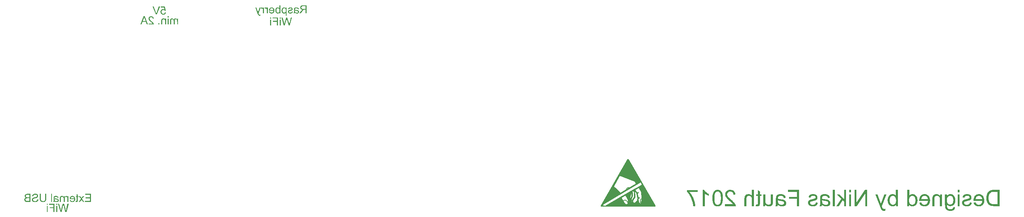
<source format=gbo>
G04 Layer_Color=32896*
%FSLAX25Y25*%
%MOIN*%
G70*
G01*
G75*
%ADD62C,0.00010*%
%ADD63C,0.00500*%
%ADD64C,0.00800*%
G36*
X796276Y26788D02*
X794426D01*
Y28914D01*
X796276D01*
Y26788D01*
D02*
G37*
G36*
X684159Y28953D02*
X684532Y28933D01*
X684887Y28874D01*
X685202Y28795D01*
X685517Y28717D01*
X685792Y28618D01*
X686048Y28520D01*
X686284Y28421D01*
X686501Y28303D01*
X686678Y28205D01*
X686835Y28107D01*
X686973Y28028D01*
X687071Y27949D01*
X687150Y27890D01*
X687189Y27870D01*
X687209Y27851D01*
X687445Y27634D01*
X687642Y27398D01*
X687819Y27142D01*
X687977Y26867D01*
X688114Y26611D01*
X688232Y26335D01*
X688410Y25804D01*
X688488Y25568D01*
X688547Y25332D01*
X688587Y25135D01*
X688626Y24958D01*
X688646Y24800D01*
Y24702D01*
X688665Y24623D01*
Y24603D01*
X686756Y24407D01*
X686717Y24918D01*
X686638Y25351D01*
X686501Y25725D01*
X686343Y26060D01*
X686205Y26296D01*
X686068Y26493D01*
X685989Y26591D01*
X685950Y26631D01*
X685635Y26906D01*
X685280Y27103D01*
X684906Y27241D01*
X684572Y27339D01*
X684277Y27398D01*
X684139Y27418D01*
X684021D01*
X683942Y27437D01*
X683804D01*
X683352Y27398D01*
X682938Y27319D01*
X682584Y27201D01*
X682289Y27064D01*
X682053Y26906D01*
X681876Y26788D01*
X681777Y26709D01*
X681738Y26670D01*
X681462Y26375D01*
X681266Y26060D01*
X681128Y25765D01*
X681030Y25469D01*
X680970Y25214D01*
X680951Y24997D01*
X680931Y24918D01*
Y24879D01*
Y24840D01*
Y24820D01*
Y24623D01*
X680970Y24426D01*
X681069Y24013D01*
X681207Y23639D01*
X681364Y23305D01*
X681541Y23009D01*
X681620Y22891D01*
X681679Y22773D01*
X681738Y22695D01*
X681777Y22636D01*
X681797Y22596D01*
X681817Y22577D01*
X681994Y22340D01*
X682210Y22104D01*
X682446Y21848D01*
X682702Y21573D01*
X683253Y21042D01*
X683804Y20530D01*
X684060Y20294D01*
X684316Y20077D01*
X684552Y19880D01*
X684749Y19703D01*
X684906Y19566D01*
X685044Y19467D01*
X685123Y19388D01*
X685143Y19369D01*
X685713Y18896D01*
X686205Y18463D01*
X686619Y18070D01*
X686953Y17735D01*
X687229Y17460D01*
X687426Y17243D01*
X687485Y17165D01*
X687544Y17105D01*
X687563Y17086D01*
X687583Y17066D01*
X687878Y16692D01*
X688134Y16338D01*
X688331Y16003D01*
X688508Y15688D01*
X688646Y15433D01*
X688724Y15236D01*
X688764Y15157D01*
X688783Y15098D01*
X688803Y15078D01*
Y15059D01*
X688882Y14823D01*
X688941Y14606D01*
X688980Y14390D01*
X689000Y14193D01*
X689020Y14016D01*
Y13898D01*
Y13819D01*
Y13780D01*
X679003D01*
Y15570D01*
X686442D01*
X686186Y15925D01*
X686048Y16102D01*
X685930Y16240D01*
X685812Y16377D01*
X685733Y16476D01*
X685674Y16535D01*
X685654Y16554D01*
X685556Y16653D01*
X685418Y16791D01*
X685280Y16928D01*
X685123Y17066D01*
X684769Y17381D01*
X684395Y17696D01*
X684060Y17991D01*
X683903Y18129D01*
X683785Y18247D01*
X683667Y18326D01*
X683588Y18404D01*
X683529Y18444D01*
X683509Y18463D01*
X683155Y18778D01*
X682801Y19073D01*
X682506Y19329D01*
X682210Y19585D01*
X681954Y19821D01*
X681718Y20057D01*
X681502Y20254D01*
X681325Y20431D01*
X681148Y20589D01*
X681010Y20727D01*
X680892Y20845D01*
X680793Y20943D01*
X680734Y21022D01*
X680675Y21081D01*
X680636Y21101D01*
Y21120D01*
X680341Y21474D01*
X680085Y21829D01*
X679868Y22143D01*
X679691Y22419D01*
X679554Y22636D01*
X679475Y22813D01*
X679416Y22931D01*
X679396Y22970D01*
X679278Y23305D01*
X679180Y23619D01*
X679121Y23934D01*
X679062Y24190D01*
X679042Y24426D01*
X679022Y24603D01*
Y24722D01*
Y24761D01*
X679042Y25095D01*
X679081Y25410D01*
X679140Y25706D01*
X679219Y25981D01*
X679435Y26493D01*
X679534Y26729D01*
X679652Y26926D01*
X679790Y27123D01*
X679888Y27280D01*
X680006Y27418D01*
X680105Y27536D01*
X680183Y27634D01*
X680242Y27693D01*
X680282Y27733D01*
X680301Y27752D01*
X680557Y27969D01*
X680813Y28146D01*
X681089Y28323D01*
X681384Y28461D01*
X681679Y28579D01*
X681954Y28677D01*
X682506Y28815D01*
X682761Y28874D01*
X682998Y28914D01*
X683214Y28933D01*
X683411Y28953D01*
X683548Y28973D01*
X683765D01*
X684159Y28953D01*
D02*
G37*
G36*
X256541Y181884D02*
X255616D01*
Y187365D01*
X256541D01*
Y181884D01*
D02*
G37*
G36*
X897293Y26788D02*
X895443D01*
Y28914D01*
X897293D01*
Y26788D01*
D02*
G37*
G36*
X839768Y13780D02*
X838056D01*
Y15157D01*
X837840Y14882D01*
X837604Y14626D01*
X837367Y14409D01*
X837112Y14232D01*
X836856Y14075D01*
X836620Y13937D01*
X836364Y13839D01*
X836128Y13740D01*
X835911Y13681D01*
X835695Y13622D01*
X835498Y13602D01*
X835340Y13563D01*
X835203D01*
X835104Y13543D01*
X835026D01*
X834671Y13563D01*
X834317Y13602D01*
X833982Y13681D01*
X833668Y13780D01*
X833372Y13898D01*
X833097Y14016D01*
X832841Y14153D01*
X832605Y14311D01*
X832388Y14449D01*
X832211Y14586D01*
X832034Y14705D01*
X831916Y14823D01*
X831798Y14921D01*
X831719Y15000D01*
X831680Y15039D01*
X831660Y15059D01*
X831404Y15354D01*
X831208Y15688D01*
X831011Y16023D01*
X830853Y16377D01*
X830716Y16751D01*
X830597Y17105D01*
X830519Y17460D01*
X830440Y17814D01*
X830381Y18129D01*
X830342Y18444D01*
X830302Y18699D01*
X830283Y18936D01*
X830263Y19132D01*
Y19290D01*
Y19369D01*
Y19408D01*
X830283Y19841D01*
X830322Y20254D01*
X830361Y20648D01*
X830420Y20963D01*
X830499Y21238D01*
X830538Y21455D01*
X830558Y21533D01*
X830578Y21592D01*
X830597Y21612D01*
Y21632D01*
X830735Y22006D01*
X830873Y22340D01*
X831030Y22655D01*
X831188Y22911D01*
X831326Y23128D01*
X831424Y23265D01*
X831503Y23364D01*
X831522Y23403D01*
X831759Y23659D01*
X831995Y23895D01*
X832231Y24092D01*
X832467Y24269D01*
X832684Y24387D01*
X832841Y24486D01*
X832959Y24544D01*
X832979Y24564D01*
X832998D01*
X833333Y24702D01*
X833687Y24800D01*
X834002Y24879D01*
X834297Y24918D01*
X834553Y24958D01*
X834750Y24977D01*
X834927D01*
X835262Y24958D01*
X835577Y24918D01*
X835891Y24840D01*
X836167Y24741D01*
X836423Y24623D01*
X836679Y24505D01*
X836895Y24367D01*
X837112Y24230D01*
X837289Y24092D01*
X837446Y23954D01*
X837584Y23836D01*
X837702Y23718D01*
X837800Y23619D01*
X837859Y23541D01*
X837899Y23501D01*
X837918Y23482D01*
Y28914D01*
X839768D01*
Y13780D01*
D02*
G37*
G36*
X659677Y28599D02*
X659933Y28244D01*
X660208Y27890D01*
X660464Y27595D01*
X660720Y27319D01*
X660917Y27123D01*
X660995Y27044D01*
X661054Y26985D01*
X661094Y26965D01*
X661113Y26945D01*
X661566Y26572D01*
X662019Y26237D01*
X662491Y25922D01*
X662904Y25666D01*
X663278Y25469D01*
X663436Y25371D01*
X663573Y25312D01*
X663672Y25253D01*
X663751Y25214D01*
X663809Y25174D01*
X663829D01*
Y23364D01*
X663495Y23501D01*
X663160Y23659D01*
X662825Y23816D01*
X662530Y23974D01*
X662275Y24112D01*
X662058Y24230D01*
X661979Y24269D01*
X661920Y24308D01*
X661901Y24328D01*
X661881D01*
X661487Y24564D01*
X661153Y24800D01*
X660838Y25017D01*
X660582Y25214D01*
X660385Y25371D01*
X660228Y25509D01*
X660149Y25587D01*
X660110Y25607D01*
Y13780D01*
X658260D01*
Y28973D01*
X659460D01*
X659677Y28599D01*
D02*
G37*
G36*
X772187Y24958D02*
X772660Y24918D01*
X773093Y24859D01*
X773447Y24781D01*
X773762Y24702D01*
X773880Y24682D01*
X773978Y24643D01*
X774057Y24623D01*
X774116Y24603D01*
X774155Y24584D01*
X774175D01*
X774549Y24426D01*
X774883Y24249D01*
X775159Y24072D01*
X775395Y23895D01*
X775572Y23718D01*
X775710Y23600D01*
X775789Y23521D01*
X775808Y23482D01*
X776005Y23206D01*
X776182Y22891D01*
X776320Y22577D01*
X776418Y22281D01*
X776517Y22026D01*
X776576Y21809D01*
X776596Y21730D01*
Y21671D01*
X776615Y21632D01*
Y21612D01*
X774805Y21356D01*
X774687Y21750D01*
X774529Y22104D01*
X774391Y22380D01*
X774234Y22596D01*
X774116Y22773D01*
X773998Y22891D01*
X773919Y22950D01*
X773899Y22970D01*
X773644Y23128D01*
X773329Y23246D01*
X773014Y23324D01*
X772679Y23383D01*
X772404Y23423D01*
X772168Y23442D01*
X771951D01*
X771459Y23423D01*
X771026Y23344D01*
X770672Y23246D01*
X770357Y23128D01*
X770121Y23009D01*
X769963Y22911D01*
X769865Y22832D01*
X769826Y22813D01*
X769649Y22616D01*
X769511Y22360D01*
X769432Y22104D01*
X769353Y21829D01*
X769314Y21592D01*
X769294Y21376D01*
Y21317D01*
Y21258D01*
Y21219D01*
Y21199D01*
Y21159D01*
Y21081D01*
Y20923D01*
X769314Y20845D01*
Y20786D01*
Y20746D01*
Y20727D01*
X769530Y20667D01*
X769767Y20589D01*
X770278Y20471D01*
X770829Y20353D01*
X771361Y20254D01*
X771617Y20215D01*
X771853Y20176D01*
X772069Y20156D01*
X772246Y20136D01*
X772404Y20097D01*
X772522D01*
X772601Y20077D01*
X772620D01*
X773014Y20018D01*
X773348Y19979D01*
X773624Y19939D01*
X773860Y19880D01*
X774037Y19861D01*
X774175Y19821D01*
X774254Y19802D01*
X774273D01*
X774549Y19723D01*
X774805Y19624D01*
X775021Y19526D01*
X775218Y19428D01*
X775375Y19329D01*
X775513Y19251D01*
X775592Y19211D01*
X775612Y19192D01*
X775828Y19034D01*
X776005Y18857D01*
X776182Y18680D01*
X776320Y18522D01*
X776418Y18365D01*
X776517Y18247D01*
X776556Y18168D01*
X776576Y18129D01*
X776694Y17873D01*
X776773Y17617D01*
X776851Y17361D01*
X776891Y17145D01*
X776910Y16948D01*
X776930Y16791D01*
Y16692D01*
Y16653D01*
X776910Y16397D01*
X776891Y16161D01*
X776773Y15728D01*
X776615Y15354D01*
X776438Y15019D01*
X776261Y14763D01*
X776123Y14567D01*
X776005Y14449D01*
X775985Y14429D01*
X775966Y14409D01*
X775769Y14252D01*
X775572Y14134D01*
X775120Y13917D01*
X774667Y13760D01*
X774214Y13661D01*
X773821Y13583D01*
X773644Y13563D01*
X773486D01*
X773368Y13543D01*
X773191D01*
X772797Y13563D01*
X772423Y13602D01*
X772069Y13661D01*
X771774Y13721D01*
X771518Y13780D01*
X771321Y13839D01*
X771262Y13858D01*
X771203Y13878D01*
X771184Y13898D01*
X771164D01*
X770810Y14055D01*
X770436Y14252D01*
X770101Y14468D01*
X769806Y14665D01*
X769530Y14862D01*
X769334Y15019D01*
X769255Y15078D01*
X769196Y15118D01*
X769176Y15157D01*
X769157D01*
X769117Y14862D01*
X769058Y14606D01*
X769019Y14370D01*
X768940Y14173D01*
X768901Y13996D01*
X768842Y13878D01*
X768822Y13799D01*
X768802Y13780D01*
X766854D01*
X766972Y14016D01*
X767070Y14252D01*
X767149Y14468D01*
X767228Y14685D01*
X767267Y14842D01*
X767307Y14980D01*
X767326Y15059D01*
Y15098D01*
X767346Y15256D01*
X767366Y15433D01*
Y15649D01*
X767385Y15905D01*
X767405Y16436D01*
Y16987D01*
X767425Y17263D01*
Y17519D01*
Y17755D01*
Y17952D01*
Y18129D01*
Y18247D01*
Y18345D01*
Y18365D01*
Y20845D01*
Y21278D01*
X767444Y21632D01*
X767464Y21927D01*
Y22163D01*
X767484Y22340D01*
X767503Y22458D01*
X767523Y22537D01*
Y22557D01*
X767602Y22832D01*
X767681Y23068D01*
X767779Y23285D01*
X767877Y23462D01*
X767976Y23600D01*
X768054Y23718D01*
X768094Y23777D01*
X768114Y23797D01*
X768291Y23974D01*
X768487Y24151D01*
X768704Y24289D01*
X768920Y24407D01*
X769117Y24505D01*
X769275Y24584D01*
X769373Y24623D01*
X769393Y24643D01*
X769412D01*
X769767Y24761D01*
X770121Y24840D01*
X770514Y24899D01*
X770869Y24938D01*
X771184Y24958D01*
X771321Y24977D01*
X771676D01*
X772187Y24958D01*
D02*
G37*
G36*
X705846Y13780D02*
X703996D01*
Y19762D01*
X703976Y20215D01*
X703957Y20628D01*
X703898Y20982D01*
X703839Y21258D01*
X703799Y21494D01*
X703740Y21652D01*
X703721Y21750D01*
X703701Y21789D01*
X703563Y22045D01*
X703406Y22281D01*
X703229Y22478D01*
X703051Y22636D01*
X702914Y22773D01*
X702776Y22872D01*
X702697Y22931D01*
X702658Y22950D01*
X702382Y23088D01*
X702107Y23206D01*
X701851Y23285D01*
X701615Y23324D01*
X701418Y23364D01*
X701261Y23383D01*
X701123D01*
X700729Y23364D01*
X700395Y23285D01*
X700099Y23187D01*
X699844Y23068D01*
X699667Y22931D01*
X699529Y22832D01*
X699430Y22754D01*
X699411Y22734D01*
X699214Y22458D01*
X699056Y22143D01*
X698958Y21809D01*
X698879Y21494D01*
X698840Y21179D01*
X698820Y21042D01*
X698801Y20943D01*
Y20845D01*
Y20766D01*
Y20727D01*
Y20707D01*
Y13780D01*
X696951D01*
Y20707D01*
X696970Y21278D01*
X697010Y21770D01*
X697069Y22203D01*
X697147Y22537D01*
X697226Y22813D01*
X697285Y23009D01*
X697325Y23128D01*
X697344Y23167D01*
X697521Y23462D01*
X697718Y23738D01*
X697935Y23954D01*
X698131Y24151D01*
X698328Y24289D01*
X698486Y24407D01*
X698604Y24466D01*
X698623Y24486D01*
X698643D01*
X698978Y24643D01*
X699352Y24761D01*
X699686Y24859D01*
X700021Y24918D01*
X700296Y24958D01*
X700532Y24977D01*
X700729D01*
X701083Y24958D01*
X701438Y24918D01*
X701772Y24840D01*
X702087Y24741D01*
X702363Y24623D01*
X702638Y24505D01*
X702874Y24367D01*
X703111Y24230D01*
X703307Y24072D01*
X703484Y23934D01*
X703642Y23816D01*
X703760Y23698D01*
X703858Y23600D01*
X703937Y23521D01*
X703976Y23482D01*
X703996Y23462D01*
Y28914D01*
X705846D01*
Y13780D01*
D02*
G37*
G36*
X889106Y24938D02*
X889579Y24859D01*
X890011Y24741D01*
X890385Y24623D01*
X890700Y24486D01*
X890818Y24426D01*
X890917Y24367D01*
X890995Y24308D01*
X891055Y24289D01*
X891094Y24249D01*
X891113D01*
X891487Y23954D01*
X891822Y23619D01*
X892097Y23285D01*
X892334Y22950D01*
X892511Y22655D01*
X892589Y22537D01*
X892649Y22419D01*
X892688Y22321D01*
X892727Y22262D01*
X892747Y22222D01*
Y22203D01*
X892944Y21691D01*
X893081Y21199D01*
X893180Y20707D01*
X893239Y20254D01*
X893278Y20057D01*
Y19880D01*
X893298Y19723D01*
X893318Y19585D01*
Y19467D01*
Y19388D01*
Y19329D01*
Y19310D01*
X893298Y18896D01*
X893259Y18483D01*
X893200Y18109D01*
X893121Y17735D01*
X893023Y17381D01*
X892924Y17066D01*
X892806Y16771D01*
X892688Y16495D01*
X892589Y16259D01*
X892471Y16023D01*
X892373Y15846D01*
X892275Y15688D01*
X892196Y15551D01*
X892137Y15472D01*
X892097Y15413D01*
X892078Y15393D01*
X891842Y15118D01*
X891566Y14862D01*
X891291Y14645D01*
X891015Y14468D01*
X890720Y14311D01*
X890425Y14173D01*
X890129Y14075D01*
X889854Y13976D01*
X889598Y13917D01*
X889362Y13858D01*
X889145Y13839D01*
X888949Y13799D01*
X888791D01*
X888673Y13780D01*
X888575D01*
X888240Y13799D01*
X887925Y13839D01*
X887630Y13917D01*
X887335Y13996D01*
X886823Y14232D01*
X886587Y14370D01*
X886371Y14508D01*
X886193Y14626D01*
X886016Y14763D01*
X885879Y14882D01*
X885760Y15000D01*
X885662Y15078D01*
X885603Y15157D01*
X885564Y15197D01*
X885544Y15216D01*
Y14901D01*
Y14606D01*
Y14331D01*
X885564Y14094D01*
Y13878D01*
X885583Y13681D01*
Y13504D01*
X885603Y13366D01*
X885623Y13228D01*
Y13130D01*
X885662Y12973D01*
X885682Y12874D01*
Y12855D01*
X885780Y12520D01*
X885938Y12245D01*
X886075Y11989D01*
X886233Y11792D01*
X886390Y11634D01*
X886508Y11516D01*
X886587Y11438D01*
X886627Y11418D01*
X886922Y11241D01*
X887236Y11103D01*
X887571Y11024D01*
X887886Y10946D01*
X888181Y10906D01*
X888398Y10887D01*
X888614D01*
X889047Y10906D01*
X889421Y10965D01*
X889736Y11064D01*
X890011Y11162D01*
X890228Y11241D01*
X890385Y11339D01*
X890464Y11398D01*
X890503Y11418D01*
X890681Y11575D01*
X890818Y11772D01*
X890936Y11969D01*
X891015Y12185D01*
X891074Y12363D01*
X891113Y12500D01*
X891133Y12599D01*
Y12638D01*
X892944Y12894D01*
Y12579D01*
X892904Y12264D01*
X892845Y11989D01*
X892786Y11733D01*
X892688Y11497D01*
X892589Y11280D01*
X892491Y11083D01*
X892373Y10906D01*
X892275Y10749D01*
X892157Y10611D01*
X892058Y10493D01*
X891960Y10395D01*
X891901Y10335D01*
X891842Y10277D01*
X891802Y10257D01*
X891783Y10237D01*
X891547Y10080D01*
X891291Y9942D01*
X890779Y9725D01*
X890248Y9568D01*
X889736Y9470D01*
X889500Y9430D01*
X889303Y9391D01*
X889106Y9371D01*
X888929D01*
X888811Y9352D01*
X888614D01*
X888024Y9371D01*
X887473Y9450D01*
X887000Y9548D01*
X886607Y9666D01*
X886430Y9725D01*
X886272Y9785D01*
X886154Y9843D01*
X886036Y9883D01*
X885957Y9922D01*
X885898Y9962D01*
X885859Y9981D01*
X885839D01*
X885446Y10237D01*
X885091Y10513D01*
X884816Y10788D01*
X884580Y11064D01*
X884403Y11300D01*
X884284Y11497D01*
X884245Y11575D01*
X884206Y11634D01*
X884186Y11654D01*
Y11674D01*
X884088Y11890D01*
X884009Y12126D01*
X883930Y12402D01*
X883871Y12677D01*
X883792Y13287D01*
X883714Y13878D01*
X883694Y14153D01*
X883675Y14409D01*
Y14645D01*
X883655Y14862D01*
Y15039D01*
Y15157D01*
Y15256D01*
Y15275D01*
Y24741D01*
X885367D01*
Y23383D01*
X885603Y23659D01*
X885859Y23915D01*
X886135Y24131D01*
X886390Y24308D01*
X886666Y24466D01*
X886941Y24584D01*
X887197Y24702D01*
X887433Y24781D01*
X887669Y24840D01*
X887886Y24899D01*
X888083Y24938D01*
X888240Y24958D01*
X888378D01*
X888496Y24977D01*
X888575D01*
X889106Y24938D01*
D02*
G37*
G36*
X262829Y181884D02*
X261825D01*
Y185318D01*
X258273D01*
Y186213D01*
X261825D01*
Y188555D01*
X257722D01*
Y189451D01*
X262829D01*
Y181884D01*
D02*
G37*
G36*
X247966Y198767D02*
X248074Y198748D01*
X248182Y198718D01*
X248271Y198688D01*
X248339Y198649D01*
X248398Y198620D01*
X248438Y198600D01*
X248448Y198590D01*
X248546Y198502D01*
X248654Y198393D01*
X248753Y198265D01*
X248841Y198128D01*
X248910Y198010D01*
X248979Y197911D01*
X248999Y197872D01*
X249018Y197842D01*
X249028Y197823D01*
Y198659D01*
X249865D01*
Y193178D01*
X248940D01*
Y196032D01*
X248930Y196248D01*
X248920Y196455D01*
X248890Y196632D01*
X248861Y196799D01*
X248841Y196927D01*
X248812Y197026D01*
X248802Y197065D01*
Y197094D01*
X248792Y197104D01*
Y197114D01*
X248743Y197232D01*
X248694Y197330D01*
X248635Y197419D01*
X248576Y197488D01*
X248526Y197547D01*
X248487Y197596D01*
X248458Y197616D01*
X248448Y197626D01*
X248349Y197685D01*
X248261Y197734D01*
X248162Y197764D01*
X248084Y197793D01*
X248005Y197803D01*
X247946Y197813D01*
X247897D01*
X247769Y197803D01*
X247641Y197783D01*
X247523Y197754D01*
X247424Y197714D01*
X247336Y197675D01*
X247267Y197645D01*
X247228Y197626D01*
X247208Y197616D01*
X246883Y198472D01*
X247070Y198570D01*
X247237Y198649D01*
X247405Y198698D01*
X247552Y198738D01*
X247670Y198757D01*
X247769Y198777D01*
X247847D01*
X247966Y198767D01*
D02*
G37*
G36*
X274789Y198757D02*
X274927Y198738D01*
X275045Y198718D01*
X275153Y198698D01*
X275222Y198679D01*
X275272Y198669D01*
X275291Y198659D01*
X275419Y198620D01*
X275537Y198570D01*
X275645Y198531D01*
X275724Y198482D01*
X275793Y198452D01*
X275842Y198423D01*
X275872Y198403D01*
X275882Y198393D01*
X275980Y198315D01*
X276068Y198226D01*
X276147Y198137D01*
X276216Y198059D01*
X276265Y197980D01*
X276305Y197921D01*
X276324Y197882D01*
X276334Y197872D01*
X276393Y197754D01*
X276433Y197636D01*
X276462Y197518D01*
X276482Y197419D01*
X276492Y197321D01*
X276501Y197252D01*
Y197213D01*
Y197193D01*
X276492Y197045D01*
X276472Y196907D01*
X276442Y196780D01*
X276403Y196671D01*
X276364Y196583D01*
X276334Y196514D01*
X276314Y196475D01*
X276305Y196455D01*
X276216Y196337D01*
X276128Y196238D01*
X276019Y196150D01*
X275931Y196081D01*
X275842Y196022D01*
X275773Y195983D01*
X275724Y195953D01*
X275704Y195943D01*
X275626Y195904D01*
X275527Y195874D01*
X275429Y195835D01*
X275321Y195796D01*
X275084Y195717D01*
X274848Y195648D01*
X274632Y195589D01*
X274534Y195559D01*
X274455Y195540D01*
X274386Y195520D01*
X274337Y195500D01*
X274297Y195491D01*
X274288D01*
X274150Y195461D01*
X274032Y195422D01*
X273914Y195392D01*
X273815Y195363D01*
X273727Y195333D01*
X273648Y195313D01*
X273589Y195294D01*
X273530Y195264D01*
X273431Y195235D01*
X273372Y195205D01*
X273343Y195195D01*
X273333Y195185D01*
X273244Y195107D01*
X273176Y195028D01*
X273126Y194949D01*
X273087Y194871D01*
X273067Y194802D01*
X273058Y194743D01*
Y194703D01*
Y194693D01*
X273067Y194565D01*
X273107Y194447D01*
X273156Y194349D01*
X273215Y194261D01*
X273274Y194182D01*
X273323Y194132D01*
X273362Y194093D01*
X273372Y194083D01*
X273500Y193995D01*
X273658Y193936D01*
X273815Y193887D01*
X273963Y193857D01*
X274110Y193837D01*
X274219Y193827D01*
X274327D01*
X274553Y193837D01*
X274750Y193877D01*
X274917Y193916D01*
X275065Y193975D01*
X275173Y194024D01*
X275252Y194073D01*
X275301Y194103D01*
X275321Y194113D01*
X275439Y194231D01*
X275537Y194369D01*
X275606Y194507D01*
X275665Y194644D01*
X275704Y194772D01*
X275724Y194871D01*
X275734Y194910D01*
X275744Y194939D01*
Y194949D01*
Y194959D01*
X276659Y194811D01*
X276629Y194654D01*
X276590Y194507D01*
X276541Y194369D01*
X276482Y194241D01*
X276433Y194123D01*
X276374Y194015D01*
X276305Y193916D01*
X276246Y193827D01*
X276187Y193749D01*
X276137Y193680D01*
X276088Y193621D01*
X276039Y193572D01*
X276000Y193542D01*
X275970Y193513D01*
X275960Y193503D01*
X275950Y193493D01*
X275842Y193414D01*
X275714Y193355D01*
X275458Y193247D01*
X275183Y193168D01*
X274927Y193119D01*
X274799Y193099D01*
X274681Y193080D01*
X274583Y193070D01*
X274494D01*
X274415Y193060D01*
X274317D01*
X274081Y193070D01*
X273864Y193089D01*
X273668Y193129D01*
X273500Y193168D01*
X273362Y193208D01*
X273254Y193247D01*
X273215Y193257D01*
X273185Y193267D01*
X273176Y193277D01*
X273166D01*
X272989Y193365D01*
X272831Y193473D01*
X272693Y193572D01*
X272575Y193680D01*
X272497Y193769D01*
X272428Y193837D01*
X272388Y193887D01*
X272378Y193906D01*
X272290Y194064D01*
X272221Y194221D01*
X272172Y194369D01*
X272132Y194507D01*
X272113Y194624D01*
X272103Y194713D01*
Y194772D01*
Y194782D01*
Y194792D01*
X272113Y194959D01*
X272142Y195117D01*
X272172Y195245D01*
X272211Y195363D01*
X272260Y195451D01*
X272290Y195520D01*
X272320Y195569D01*
X272329Y195579D01*
X272418Y195697D01*
X272526Y195796D01*
X272624Y195874D01*
X272723Y195943D01*
X272812Y196002D01*
X272880Y196042D01*
X272930Y196061D01*
X272949Y196071D01*
X273028Y196100D01*
X273116Y196140D01*
X273323Y196209D01*
X273550Y196278D01*
X273776Y196347D01*
X273982Y196406D01*
X274081Y196425D01*
X274160Y196455D01*
X274219Y196475D01*
X274278Y196484D01*
X274307Y196494D01*
X274317D01*
X274435Y196524D01*
X274543Y196563D01*
X274642Y196583D01*
X274730Y196612D01*
X274809Y196632D01*
X274878Y196652D01*
X274986Y196681D01*
X275065Y196701D01*
X275114Y196721D01*
X275134Y196730D01*
X275144D01*
X275222Y196770D01*
X275301Y196809D01*
X275360Y196848D01*
X275409Y196888D01*
X275449Y196927D01*
X275478Y196957D01*
X275488Y196967D01*
X275498Y196976D01*
X275537Y197035D01*
X275557Y197094D01*
X275596Y197193D01*
Y197242D01*
X275606Y197272D01*
Y197291D01*
Y197301D01*
X275596Y197409D01*
X275567Y197498D01*
X275518Y197586D01*
X275468Y197655D01*
X275429Y197714D01*
X275380Y197754D01*
X275350Y197783D01*
X275340Y197793D01*
X275222Y197862D01*
X275084Y197921D01*
X274927Y197960D01*
X274780Y197980D01*
X274642Y198000D01*
X274534Y198010D01*
X274425D01*
X274228Y198000D01*
X274061Y197970D01*
X273914Y197931D01*
X273796Y197891D01*
X273697Y197842D01*
X273638Y197803D01*
X273589Y197773D01*
X273579Y197764D01*
X273481Y197665D01*
X273402Y197567D01*
X273333Y197459D01*
X273284Y197350D01*
X273254Y197262D01*
X273235Y197183D01*
X273215Y197134D01*
Y197114D01*
X272310Y197242D01*
X272349Y197429D01*
X272398Y197596D01*
X272447Y197734D01*
X272506Y197852D01*
X272556Y197950D01*
X272595Y198019D01*
X272624Y198069D01*
X272634Y198078D01*
X272733Y198196D01*
X272851Y198295D01*
X272969Y198383D01*
X273087Y198452D01*
X273195Y198511D01*
X273284Y198561D01*
X273343Y198580D01*
X273353Y198590D01*
X273362D01*
X273550Y198649D01*
X273736Y198698D01*
X273933Y198728D01*
X274100Y198757D01*
X274258Y198767D01*
X274317D01*
X274376Y198777D01*
X274642D01*
X274789Y198757D01*
D02*
G37*
G36*
X289667Y193178D02*
X288664D01*
Y196534D01*
X287365D01*
X287257Y196524D01*
X287158D01*
X287080Y196514D01*
X287020Y196504D01*
X286981D01*
X286961Y196494D01*
X286952D01*
X286784Y196435D01*
X286706Y196406D01*
X286637Y196366D01*
X286578Y196337D01*
X286538Y196307D01*
X286509Y196297D01*
X286499Y196288D01*
X286410Y196219D01*
X286322Y196150D01*
X286233Y196061D01*
X286155Y195973D01*
X286086Y195904D01*
X286036Y195835D01*
X285997Y195796D01*
X285987Y195776D01*
X285869Y195628D01*
X285751Y195461D01*
X285633Y195294D01*
X285515Y195126D01*
X285417Y194979D01*
X285367Y194910D01*
X285328Y194851D01*
X285298Y194811D01*
X285279Y194772D01*
X285259Y194753D01*
Y194743D01*
X284265Y193178D01*
X283006D01*
X284314Y195225D01*
X284462Y195441D01*
X284610Y195638D01*
X284747Y195815D01*
X284875Y195953D01*
X284993Y196071D01*
X285072Y196160D01*
X285131Y196209D01*
X285141Y196229D01*
X285151D01*
X285239Y196297D01*
X285328Y196366D01*
X285525Y196494D01*
X285613Y196543D01*
X285682Y196583D01*
X285731Y196602D01*
X285751Y196612D01*
X285554Y196642D01*
X285367Y196681D01*
X285200Y196730D01*
X285043Y196780D01*
X284895Y196839D01*
X284757Y196898D01*
X284639Y196957D01*
X284531Y197016D01*
X284442Y197075D01*
X284364Y197134D01*
X284295Y197183D01*
X284236Y197222D01*
X284196Y197262D01*
X284157Y197291D01*
X284147Y197301D01*
X284137Y197311D01*
X284049Y197419D01*
X283960Y197527D01*
X283891Y197645D01*
X283832Y197754D01*
X283744Y197980D01*
X283685Y198196D01*
X283645Y198383D01*
X283635Y198462D01*
X283626Y198531D01*
X283616Y198590D01*
Y198629D01*
Y198659D01*
Y198669D01*
X283626Y198895D01*
X283665Y199112D01*
X283714Y199308D01*
X283773Y199476D01*
X283832Y199613D01*
X283881Y199722D01*
X283901Y199761D01*
X283921Y199791D01*
X283931Y199800D01*
Y199810D01*
X284059Y199987D01*
X284196Y200145D01*
X284334Y200273D01*
X284472Y200371D01*
X284590Y200450D01*
X284688Y200499D01*
X284728Y200519D01*
X284757Y200529D01*
X284767Y200538D01*
X284777D01*
X284875Y200578D01*
X284993Y200607D01*
X285239Y200657D01*
X285495Y200696D01*
X285741Y200715D01*
X285859Y200725D01*
X285968Y200735D01*
X286056D01*
X286145Y200745D01*
X289667D01*
Y193178D01*
D02*
G37*
G36*
X251488Y198767D02*
X251596Y198748D01*
X251705Y198718D01*
X251793Y198688D01*
X251862Y198649D01*
X251921Y198620D01*
X251960Y198600D01*
X251970Y198590D01*
X252069Y198502D01*
X252177Y198393D01*
X252275Y198265D01*
X252364Y198128D01*
X252433Y198010D01*
X252502Y197911D01*
X252521Y197872D01*
X252541Y197842D01*
X252551Y197823D01*
Y198659D01*
X253387D01*
Y193178D01*
X252462D01*
Y196032D01*
X252452Y196248D01*
X252443Y196455D01*
X252413Y196632D01*
X252384Y196799D01*
X252364Y196927D01*
X252334Y197026D01*
X252325Y197065D01*
Y197094D01*
X252315Y197104D01*
Y197114D01*
X252266Y197232D01*
X252216Y197330D01*
X252157Y197419D01*
X252098Y197488D01*
X252049Y197547D01*
X252010Y197596D01*
X251980Y197616D01*
X251970Y197626D01*
X251872Y197685D01*
X251783Y197734D01*
X251685Y197764D01*
X251606Y197793D01*
X251528Y197803D01*
X251468Y197813D01*
X251419D01*
X251291Y197803D01*
X251164Y197783D01*
X251045Y197754D01*
X250947Y197714D01*
X250858Y197675D01*
X250790Y197645D01*
X250750Y197626D01*
X250730Y197616D01*
X250406Y198472D01*
X250593Y198570D01*
X250760Y198649D01*
X250927Y198698D01*
X251075Y198738D01*
X251193Y198757D01*
X251291Y198777D01*
X251370D01*
X251488Y198767D01*
D02*
G37*
G36*
X268757D02*
X268934Y198748D01*
X269092Y198708D01*
X269230Y198669D01*
X269338Y198629D01*
X269417Y198590D01*
X269466Y198570D01*
X269486Y198561D01*
X269623Y198472D01*
X269751Y198374D01*
X269860Y198275D01*
X269958Y198177D01*
X270037Y198078D01*
X270106Y198010D01*
X270145Y197960D01*
X270155Y197941D01*
Y198659D01*
X271001D01*
Y191082D01*
X270076D01*
Y193749D01*
X269978Y193641D01*
X269879Y193552D01*
X269781Y193463D01*
X269682Y193395D01*
X269604Y193335D01*
X269535Y193296D01*
X269495Y193267D01*
X269476Y193257D01*
X269328Y193188D01*
X269190Y193139D01*
X269043Y193109D01*
X268915Y193089D01*
X268807Y193070D01*
X268718Y193060D01*
X268639D01*
X268403Y193080D01*
X268177Y193119D01*
X267970Y193168D01*
X267793Y193237D01*
X267646Y193306D01*
X267577Y193335D01*
X267527Y193355D01*
X267488Y193385D01*
X267459Y193395D01*
X267439Y193414D01*
X267429D01*
X267222Y193562D01*
X267045Y193719D01*
X266898Y193896D01*
X266770Y194064D01*
X266671Y194211D01*
X266632Y194270D01*
X266602Y194329D01*
X266573Y194378D01*
X266553Y194408D01*
X266543Y194428D01*
Y194438D01*
X266445Y194693D01*
X266366Y194959D01*
X266317Y195215D01*
X266278Y195451D01*
X266268Y195559D01*
X266258Y195648D01*
X266248Y195737D01*
X266238Y195815D01*
Y195874D01*
Y195914D01*
Y195943D01*
Y195953D01*
X266248Y196238D01*
X266278Y196514D01*
X266327Y196750D01*
X266376Y196967D01*
X266406Y197055D01*
X266425Y197144D01*
X266445Y197213D01*
X266475Y197272D01*
X266484Y197321D01*
X266504Y197360D01*
X266514Y197380D01*
Y197390D01*
X266632Y197626D01*
X266760Y197832D01*
X266898Y198000D01*
X267026Y198147D01*
X267144Y198265D01*
X267242Y198344D01*
X267281Y198374D01*
X267311Y198393D01*
X267321Y198413D01*
X267331D01*
X267537Y198531D01*
X267744Y198620D01*
X267960Y198688D01*
X268147Y198728D01*
X268315Y198757D01*
X268393Y198767D01*
X268452D01*
X268502Y198777D01*
X268570D01*
X268757Y198767D01*
D02*
G37*
G36*
X273919Y181884D02*
X272866D01*
X271271Y187640D01*
X271232Y187788D01*
X271193Y187935D01*
X271153Y188093D01*
X271114Y188231D01*
X271085Y188349D01*
X271065Y188447D01*
X271055Y188486D01*
Y188516D01*
X271045Y188526D01*
Y188536D01*
X271035Y188496D01*
X271025Y188447D01*
X270986Y188329D01*
X270947Y188181D01*
X270907Y188024D01*
X270868Y187876D01*
X270829Y187758D01*
X270819Y187709D01*
X270809Y187670D01*
X270799Y187650D01*
Y187640D01*
X269215Y181884D01*
X268241D01*
X266165Y189451D01*
X267178D01*
X268369Y184580D01*
X268447Y184245D01*
X268526Y183930D01*
X268585Y183655D01*
X268615Y183527D01*
X268644Y183409D01*
X268664Y183310D01*
X268684Y183212D01*
X268703Y183133D01*
X268713Y183064D01*
X268723Y183005D01*
X268733Y182966D01*
X268743Y182946D01*
Y182937D01*
X268821Y183409D01*
X268920Y183881D01*
X268969Y184108D01*
X269018Y184334D01*
X269067Y184540D01*
X269117Y184747D01*
X269156Y184924D01*
X269205Y185092D01*
X269245Y185249D01*
X269274Y185367D01*
X269303Y185475D01*
X269323Y185554D01*
X269333Y185593D01*
X269343Y185613D01*
X270415Y189451D01*
X271626D01*
X273062Y184334D01*
X273072Y184285D01*
X273092Y184216D01*
X273112Y184137D01*
X273141Y184039D01*
X273161Y183930D01*
X273190Y183812D01*
X273249Y183566D01*
X273308Y183330D01*
X273338Y183222D01*
X273358Y183133D01*
X273377Y183055D01*
X273397Y182986D01*
X273407Y182946D01*
Y182937D01*
X273456Y183222D01*
X273505Y183498D01*
X273564Y183763D01*
X273613Y183999D01*
X273633Y184098D01*
X273653Y184196D01*
X273673Y184275D01*
X273692Y184344D01*
X273702Y184403D01*
X273712Y184442D01*
X273722Y184472D01*
Y184482D01*
X274863Y189451D01*
X275896D01*
X273919Y181884D01*
D02*
G37*
G36*
X265348D02*
X264423D01*
Y187365D01*
X265348D01*
Y181884D01*
D02*
G37*
G36*
Y188388D02*
X264423D01*
Y189451D01*
X265348D01*
Y188388D01*
D02*
G37*
G36*
X256541D02*
X255616D01*
Y189451D01*
X256541D01*
Y188388D01*
D02*
G37*
G36*
X781043Y13780D02*
X779193D01*
Y28914D01*
X781043D01*
Y13780D01*
D02*
G37*
G36*
X747784D02*
X745777D01*
Y20648D01*
X738672D01*
Y22439D01*
X745777D01*
Y27123D01*
X737570D01*
Y28914D01*
X747784D01*
Y13780D01*
D02*
G37*
G36*
X876117Y24958D02*
X876511Y24899D01*
X876865Y24820D01*
X877200Y24702D01*
X877515Y24564D01*
X877790Y24407D01*
X878046Y24249D01*
X878282Y24072D01*
X878499Y23895D01*
X878676Y23738D01*
X878813Y23580D01*
X878951Y23442D01*
X879050Y23344D01*
X879109Y23246D01*
X879148Y23187D01*
X879168Y23167D01*
Y24741D01*
X880841D01*
Y13780D01*
X878991D01*
Y19743D01*
X878971Y20117D01*
X878951Y20471D01*
X878912Y20786D01*
X878853Y21081D01*
X878794Y21337D01*
X878715Y21573D01*
X878636Y21770D01*
X878558Y21966D01*
X878479Y22124D01*
X878420Y22242D01*
X878341Y22360D01*
X878282Y22439D01*
X878223Y22517D01*
X878184Y22557D01*
X878144Y22596D01*
X877810Y22852D01*
X877456Y23049D01*
X877101Y23187D01*
X876787Y23265D01*
X876511Y23324D01*
X876275Y23344D01*
X876196Y23364D01*
X876078D01*
X875822Y23344D01*
X875566Y23305D01*
X875350Y23246D01*
X875173Y23187D01*
X875015Y23128D01*
X874897Y23068D01*
X874819Y23029D01*
X874799Y23009D01*
X874602Y22872D01*
X874444Y22734D01*
X874307Y22577D01*
X874208Y22439D01*
X874130Y22301D01*
X874071Y22203D01*
X874031Y22124D01*
Y22104D01*
X873952Y21868D01*
X873894Y21612D01*
X873854Y21337D01*
X873815Y21061D01*
Y20825D01*
X873795Y20608D01*
Y20530D01*
Y20490D01*
Y20451D01*
Y20431D01*
Y13780D01*
X871945D01*
Y20510D01*
Y20963D01*
X871965Y21337D01*
X871984Y21632D01*
X872004Y21888D01*
X872024Y22065D01*
X872044Y22203D01*
X872063Y22281D01*
Y22301D01*
X872142Y22596D01*
X872221Y22852D01*
X872319Y23088D01*
X872398Y23285D01*
X872496Y23462D01*
X872575Y23580D01*
X872614Y23659D01*
X872634Y23679D01*
X872811Y23875D01*
X873008Y24072D01*
X873205Y24230D01*
X873402Y24348D01*
X873598Y24466D01*
X873736Y24544D01*
X873835Y24584D01*
X873874Y24603D01*
X874189Y24722D01*
X874504Y24820D01*
X874819Y24879D01*
X875094Y24938D01*
X875350Y24958D01*
X875527Y24977D01*
X875704D01*
X876117Y24958D01*
D02*
G37*
G36*
X796276Y13780D02*
X794426D01*
Y24741D01*
X796276D01*
Y13780D01*
D02*
G37*
G36*
X653379Y26926D02*
X645979D01*
X646491Y26296D01*
X647003Y25627D01*
X647455Y24958D01*
X647849Y24328D01*
X648026Y24053D01*
X648184Y23777D01*
X648321Y23541D01*
X648439Y23344D01*
X648538Y23187D01*
X648597Y23049D01*
X648636Y22970D01*
X648656Y22950D01*
X649089Y22065D01*
X649482Y21199D01*
X649797Y20372D01*
X649955Y19998D01*
X650073Y19624D01*
X650191Y19290D01*
X650289Y18995D01*
X650368Y18739D01*
X650447Y18503D01*
X650486Y18326D01*
X650526Y18188D01*
X650565Y18109D01*
Y18070D01*
X650683Y17597D01*
X650781Y17165D01*
X650880Y16732D01*
X650958Y16338D01*
X651018Y15964D01*
X651077Y15610D01*
X651116Y15275D01*
X651155Y14980D01*
X651195Y14705D01*
X651214Y14468D01*
X651234Y14272D01*
Y14094D01*
X651254Y13957D01*
Y13858D01*
Y13799D01*
Y13780D01*
X649345D01*
X649266Y14606D01*
X649168Y15374D01*
X649128Y15728D01*
X649069Y16082D01*
X648990Y16397D01*
X648931Y16692D01*
X648872Y16968D01*
X648833Y17204D01*
X648774Y17420D01*
X648735Y17597D01*
X648695Y17735D01*
X648656Y17853D01*
X648636Y17912D01*
Y17932D01*
X648321Y18936D01*
X647967Y19880D01*
X647790Y20333D01*
X647613Y20766D01*
X647436Y21179D01*
X647259Y21553D01*
X647101Y21907D01*
X646944Y22222D01*
X646826Y22498D01*
X646708Y22734D01*
X646609Y22911D01*
X646530Y23049D01*
X646491Y23147D01*
X646471Y23167D01*
X646196Y23639D01*
X645940Y24072D01*
X645684Y24505D01*
X645428Y24879D01*
X645173Y25253D01*
X644936Y25587D01*
X644720Y25902D01*
X644503Y26178D01*
X644307Y26414D01*
X644130Y26631D01*
X643972Y26827D01*
X643854Y26985D01*
X643736Y27103D01*
X643657Y27182D01*
X643618Y27241D01*
X643598Y27260D01*
Y28717D01*
X653379D01*
Y26926D01*
D02*
G37*
G36*
X761560Y24938D02*
X761836Y24899D01*
X762072Y24859D01*
X762288Y24820D01*
X762426Y24781D01*
X762524Y24761D01*
X762564Y24741D01*
X762820Y24663D01*
X763056Y24564D01*
X763272Y24486D01*
X763430Y24387D01*
X763567Y24328D01*
X763666Y24269D01*
X763725Y24230D01*
X763744Y24210D01*
X763941Y24053D01*
X764118Y23875D01*
X764276Y23698D01*
X764414Y23541D01*
X764512Y23383D01*
X764591Y23265D01*
X764630Y23187D01*
X764650Y23167D01*
X764768Y22931D01*
X764847Y22695D01*
X764906Y22458D01*
X764945Y22262D01*
X764965Y22065D01*
X764984Y21927D01*
Y21848D01*
Y21809D01*
X764965Y21514D01*
X764925Y21238D01*
X764866Y20982D01*
X764788Y20766D01*
X764709Y20589D01*
X764650Y20451D01*
X764610Y20372D01*
X764591Y20333D01*
X764414Y20097D01*
X764236Y19900D01*
X764020Y19723D01*
X763843Y19585D01*
X763666Y19467D01*
X763528Y19388D01*
X763430Y19329D01*
X763390Y19310D01*
X763233Y19231D01*
X763036Y19172D01*
X762839Y19093D01*
X762623Y19014D01*
X762150Y18857D01*
X761678Y18719D01*
X761245Y18601D01*
X761048Y18542D01*
X760891Y18503D01*
X760753Y18463D01*
X760655Y18424D01*
X760576Y18404D01*
X760556D01*
X760281Y18345D01*
X760045Y18267D01*
X759809Y18207D01*
X759612Y18148D01*
X759435Y18089D01*
X759277Y18050D01*
X759159Y18011D01*
X759041Y17952D01*
X758844Y17893D01*
X758726Y17834D01*
X758667Y17814D01*
X758647Y17794D01*
X758470Y17637D01*
X758332Y17479D01*
X758234Y17322D01*
X758155Y17165D01*
X758116Y17027D01*
X758096Y16909D01*
Y16830D01*
Y16810D01*
X758116Y16554D01*
X758195Y16318D01*
X758293Y16121D01*
X758411Y15944D01*
X758529Y15787D01*
X758628Y15688D01*
X758707Y15610D01*
X758726Y15590D01*
X758982Y15413D01*
X759297Y15295D01*
X759612Y15197D01*
X759907Y15137D01*
X760202Y15098D01*
X760419Y15078D01*
X760635D01*
X761088Y15098D01*
X761481Y15177D01*
X761816Y15256D01*
X762111Y15374D01*
X762328Y15472D01*
X762485Y15570D01*
X762583Y15629D01*
X762623Y15649D01*
X762859Y15885D01*
X763056Y16161D01*
X763194Y16436D01*
X763312Y16712D01*
X763390Y16968D01*
X763430Y17165D01*
X763449Y17243D01*
X763469Y17302D01*
Y17322D01*
Y17342D01*
X765299Y17046D01*
X765240Y16732D01*
X765162Y16436D01*
X765063Y16161D01*
X764945Y15905D01*
X764847Y15669D01*
X764728Y15452D01*
X764591Y15256D01*
X764473Y15078D01*
X764355Y14921D01*
X764256Y14783D01*
X764158Y14665D01*
X764059Y14567D01*
X763981Y14508D01*
X763922Y14449D01*
X763902Y14429D01*
X763882Y14409D01*
X763666Y14252D01*
X763410Y14134D01*
X762898Y13917D01*
X762347Y13760D01*
X761836Y13661D01*
X761580Y13622D01*
X761344Y13583D01*
X761147Y13563D01*
X760970D01*
X760812Y13543D01*
X760615D01*
X760143Y13563D01*
X759710Y13602D01*
X759317Y13681D01*
X758982Y13760D01*
X758707Y13839D01*
X758490Y13917D01*
X758411Y13937D01*
X758352Y13957D01*
X758332Y13976D01*
X758313D01*
X757959Y14153D01*
X757644Y14370D01*
X757368Y14567D01*
X757132Y14783D01*
X756975Y14960D01*
X756837Y15098D01*
X756758Y15197D01*
X756739Y15236D01*
X756561Y15551D01*
X756424Y15866D01*
X756325Y16161D01*
X756247Y16436D01*
X756207Y16672D01*
X756187Y16850D01*
Y16968D01*
Y16987D01*
Y17007D01*
X756207Y17342D01*
X756266Y17657D01*
X756325Y17912D01*
X756404Y18148D01*
X756502Y18326D01*
X756561Y18463D01*
X756620Y18562D01*
X756640Y18582D01*
X756817Y18818D01*
X757034Y19014D01*
X757231Y19172D01*
X757427Y19310D01*
X757604Y19428D01*
X757742Y19506D01*
X757840Y19546D01*
X757880Y19566D01*
X758037Y19624D01*
X758215Y19703D01*
X758628Y19841D01*
X759080Y19979D01*
X759533Y20117D01*
X759946Y20235D01*
X760143Y20274D01*
X760301Y20333D01*
X760419Y20372D01*
X760537Y20392D01*
X760596Y20412D01*
X760615D01*
X760852Y20471D01*
X761068Y20549D01*
X761265Y20589D01*
X761442Y20648D01*
X761599Y20687D01*
X761737Y20727D01*
X761954Y20786D01*
X762111Y20825D01*
X762210Y20864D01*
X762249Y20884D01*
X762268D01*
X762426Y20963D01*
X762583Y21042D01*
X762702Y21120D01*
X762800Y21199D01*
X762879Y21278D01*
X762938Y21337D01*
X762957Y21356D01*
X762977Y21376D01*
X763056Y21494D01*
X763095Y21612D01*
X763174Y21809D01*
Y21907D01*
X763194Y21966D01*
Y22006D01*
Y22026D01*
X763174Y22242D01*
X763115Y22419D01*
X763016Y22596D01*
X762918Y22734D01*
X762839Y22852D01*
X762741Y22931D01*
X762682Y22990D01*
X762662Y23009D01*
X762426Y23147D01*
X762150Y23265D01*
X761836Y23344D01*
X761540Y23383D01*
X761265Y23423D01*
X761048Y23442D01*
X760832D01*
X760438Y23423D01*
X760104Y23364D01*
X759809Y23285D01*
X759572Y23206D01*
X759376Y23108D01*
X759258Y23029D01*
X759159Y22970D01*
X759139Y22950D01*
X758943Y22754D01*
X758785Y22557D01*
X758647Y22340D01*
X758549Y22124D01*
X758490Y21947D01*
X758451Y21789D01*
X758411Y21691D01*
Y21652D01*
X756601Y21907D01*
X756679Y22281D01*
X756778Y22616D01*
X756876Y22891D01*
X756994Y23128D01*
X757093Y23324D01*
X757171Y23462D01*
X757231Y23561D01*
X757250Y23580D01*
X757447Y23816D01*
X757683Y24013D01*
X757919Y24190D01*
X758155Y24328D01*
X758372Y24446D01*
X758549Y24544D01*
X758667Y24584D01*
X758687Y24603D01*
X758707D01*
X759080Y24722D01*
X759454Y24820D01*
X759848Y24879D01*
X760183Y24938D01*
X760497Y24958D01*
X760615D01*
X760734Y24977D01*
X761265D01*
X761560Y24938D01*
D02*
G37*
G36*
X672666Y28933D02*
X673197Y28835D01*
X673669Y28697D01*
X674063Y28539D01*
X674240Y28441D01*
X674378Y28362D01*
X674515Y28284D01*
X674614Y28225D01*
X674693Y28166D01*
X674752Y28126D01*
X674791Y28107D01*
X674811Y28087D01*
X675185Y27733D01*
X675519Y27319D01*
X675795Y26886D01*
X676031Y26493D01*
X676208Y26119D01*
X676287Y25962D01*
X676346Y25824D01*
X676385Y25706D01*
X676424Y25627D01*
X676444Y25568D01*
Y25548D01*
X676543Y25233D01*
X676621Y24899D01*
X676759Y24190D01*
X676857Y23462D01*
X676916Y22773D01*
X676956Y22458D01*
Y22163D01*
X676975Y21907D01*
X676995Y21691D01*
Y21494D01*
Y21356D01*
Y21278D01*
Y21238D01*
X676975Y20471D01*
X676936Y19743D01*
X676857Y19093D01*
X676759Y18483D01*
X676660Y17912D01*
X676523Y17420D01*
X676385Y16968D01*
X676247Y16554D01*
X676110Y16200D01*
X675991Y15905D01*
X675854Y15649D01*
X675755Y15433D01*
X675657Y15275D01*
X675578Y15177D01*
X675539Y15098D01*
X675519Y15078D01*
X675263Y14803D01*
X675007Y14567D01*
X674732Y14350D01*
X674456Y14173D01*
X674161Y14035D01*
X673866Y13898D01*
X673591Y13799D01*
X673315Y13721D01*
X673059Y13661D01*
X672823Y13602D01*
X672626Y13563D01*
X672429Y13543D01*
X672292D01*
X672174Y13524D01*
X672075D01*
X671780Y13543D01*
X671485Y13563D01*
X670953Y13661D01*
X670481Y13799D01*
X670087Y13976D01*
X669910Y14055D01*
X669772Y14134D01*
X669635Y14212D01*
X669536Y14272D01*
X669458Y14331D01*
X669379Y14370D01*
X669359Y14409D01*
X669340D01*
X668946Y14763D01*
X668611Y15177D01*
X668336Y15590D01*
X668100Y16003D01*
X667923Y16358D01*
X667844Y16515D01*
X667785Y16653D01*
X667745Y16771D01*
X667706Y16850D01*
X667687Y16909D01*
Y16928D01*
X667588Y17243D01*
X667509Y17578D01*
X667372Y18286D01*
X667273Y19014D01*
X667195Y19703D01*
X667175Y20018D01*
X667155Y20313D01*
Y20569D01*
X667135Y20786D01*
Y20982D01*
Y21120D01*
Y21199D01*
Y21238D01*
Y21652D01*
X667155Y22045D01*
X667175Y22399D01*
X667195Y22734D01*
X667214Y23068D01*
X667253Y23344D01*
X667273Y23619D01*
X667313Y23856D01*
X667352Y24072D01*
X667372Y24269D01*
X667411Y24426D01*
X667431Y24564D01*
X667450Y24663D01*
X667470Y24741D01*
X667490Y24781D01*
Y24800D01*
X667627Y25273D01*
X667765Y25725D01*
X667923Y26099D01*
X668080Y26434D01*
X668218Y26709D01*
X668316Y26906D01*
X668356Y26965D01*
X668395Y27024D01*
X668415Y27044D01*
Y27064D01*
X668651Y27398D01*
X668907Y27674D01*
X669163Y27910D01*
X669399Y28126D01*
X669615Y28284D01*
X669772Y28382D01*
X669891Y28461D01*
X669910Y28480D01*
X669930D01*
X670284Y28638D01*
X670658Y28756D01*
X671012Y28854D01*
X671347Y28914D01*
X671642Y28953D01*
X671760D01*
X671878Y28973D01*
X672370D01*
X672666Y28933D01*
D02*
G37*
G36*
X904870Y24938D02*
X905145Y24899D01*
X905381Y24859D01*
X905598Y24820D01*
X905736Y24781D01*
X905834Y24761D01*
X905873Y24741D01*
X906129Y24663D01*
X906365Y24564D01*
X906582Y24486D01*
X906739Y24387D01*
X906877Y24328D01*
X906976Y24269D01*
X907035Y24230D01*
X907054Y24210D01*
X907251Y24053D01*
X907428Y23875D01*
X907586Y23698D01*
X907723Y23541D01*
X907822Y23383D01*
X907901Y23265D01*
X907940Y23187D01*
X907960Y23167D01*
X908078Y22931D01*
X908156Y22695D01*
X908215Y22458D01*
X908255Y22262D01*
X908274Y22065D01*
X908294Y21927D01*
Y21848D01*
Y21809D01*
X908274Y21514D01*
X908235Y21238D01*
X908176Y20982D01*
X908097Y20766D01*
X908019Y20589D01*
X907960Y20451D01*
X907920Y20372D01*
X907901Y20333D01*
X907723Y20097D01*
X907546Y19900D01*
X907330Y19723D01*
X907153Y19585D01*
X906976Y19467D01*
X906838Y19388D01*
X906739Y19329D01*
X906700Y19310D01*
X906543Y19231D01*
X906346Y19172D01*
X906149Y19093D01*
X905933Y19014D01*
X905460Y18857D01*
X904988Y18719D01*
X904555Y18601D01*
X904358Y18542D01*
X904201Y18503D01*
X904063Y18463D01*
X903965Y18424D01*
X903886Y18404D01*
X903866D01*
X903591Y18345D01*
X903354Y18267D01*
X903118Y18207D01*
X902921Y18148D01*
X902744Y18089D01*
X902587Y18050D01*
X902469Y18011D01*
X902351Y17952D01*
X902154Y17893D01*
X902036Y17834D01*
X901977Y17814D01*
X901957Y17794D01*
X901780Y17637D01*
X901642Y17479D01*
X901544Y17322D01*
X901465Y17165D01*
X901426Y17027D01*
X901406Y16909D01*
Y16830D01*
Y16810D01*
X901426Y16554D01*
X901505Y16318D01*
X901603Y16121D01*
X901721Y15944D01*
X901839Y15787D01*
X901937Y15688D01*
X902016Y15610D01*
X902036Y15590D01*
X902292Y15413D01*
X902607Y15295D01*
X902921Y15197D01*
X903217Y15137D01*
X903512Y15098D01*
X903728Y15078D01*
X903945D01*
X904397Y15098D01*
X904791Y15177D01*
X905126Y15256D01*
X905421Y15374D01*
X905637Y15472D01*
X905795Y15570D01*
X905893Y15629D01*
X905933Y15649D01*
X906169Y15885D01*
X906365Y16161D01*
X906503Y16436D01*
X906621Y16712D01*
X906700Y16968D01*
X906739Y17165D01*
X906759Y17243D01*
X906779Y17302D01*
Y17322D01*
Y17342D01*
X908609Y17046D01*
X908550Y16732D01*
X908471Y16436D01*
X908373Y16161D01*
X908255Y15905D01*
X908156Y15669D01*
X908038Y15452D01*
X907901Y15256D01*
X907782Y15078D01*
X907664Y14921D01*
X907566Y14783D01*
X907468Y14665D01*
X907369Y14567D01*
X907290Y14508D01*
X907231Y14449D01*
X907212Y14429D01*
X907192Y14409D01*
X906976Y14252D01*
X906720Y14134D01*
X906208Y13917D01*
X905657Y13760D01*
X905145Y13661D01*
X904889Y13622D01*
X904653Y13583D01*
X904457Y13563D01*
X904279D01*
X904122Y13543D01*
X903925D01*
X903453Y13563D01*
X903020Y13602D01*
X902626Y13681D01*
X902292Y13760D01*
X902016Y13839D01*
X901800Y13917D01*
X901721Y13937D01*
X901662Y13957D01*
X901642Y13976D01*
X901623D01*
X901268Y14153D01*
X900953Y14370D01*
X900678Y14567D01*
X900442Y14783D01*
X900284Y14960D01*
X900147Y15098D01*
X900068Y15197D01*
X900048Y15236D01*
X899871Y15551D01*
X899733Y15866D01*
X899635Y16161D01*
X899556Y16436D01*
X899517Y16672D01*
X899497Y16850D01*
Y16968D01*
Y16987D01*
Y17007D01*
X899517Y17342D01*
X899576Y17657D01*
X899635Y17912D01*
X899714Y18148D01*
X899812Y18326D01*
X899871Y18463D01*
X899930Y18562D01*
X899950Y18582D01*
X900127Y18818D01*
X900343Y19014D01*
X900540Y19172D01*
X900737Y19310D01*
X900914Y19428D01*
X901052Y19506D01*
X901150Y19546D01*
X901190Y19566D01*
X901347Y19624D01*
X901524Y19703D01*
X901937Y19841D01*
X902390Y19979D01*
X902843Y20117D01*
X903256Y20235D01*
X903453Y20274D01*
X903610Y20333D01*
X903728Y20372D01*
X903846Y20392D01*
X903905Y20412D01*
X903925D01*
X904161Y20471D01*
X904378Y20549D01*
X904575Y20589D01*
X904752Y20648D01*
X904909Y20687D01*
X905047Y20727D01*
X905263Y20786D01*
X905421Y20825D01*
X905519Y20864D01*
X905559Y20884D01*
X905578D01*
X905736Y20963D01*
X905893Y21042D01*
X906011Y21120D01*
X906110Y21199D01*
X906188Y21278D01*
X906247Y21337D01*
X906267Y21356D01*
X906287Y21376D01*
X906365Y21494D01*
X906405Y21612D01*
X906484Y21809D01*
Y21907D01*
X906503Y21966D01*
Y22006D01*
Y22026D01*
X906484Y22242D01*
X906425Y22419D01*
X906326Y22596D01*
X906228Y22734D01*
X906149Y22852D01*
X906051Y22931D01*
X905992Y22990D01*
X905972Y23009D01*
X905736Y23147D01*
X905460Y23265D01*
X905145Y23344D01*
X904850Y23383D01*
X904575Y23423D01*
X904358Y23442D01*
X904142D01*
X903748Y23423D01*
X903413Y23364D01*
X903118Y23285D01*
X902882Y23206D01*
X902685Y23108D01*
X902567Y23029D01*
X902469Y22970D01*
X902449Y22950D01*
X902252Y22754D01*
X902095Y22557D01*
X901957Y22340D01*
X901859Y22124D01*
X901800Y21947D01*
X901760Y21789D01*
X901721Y21691D01*
Y21652D01*
X899911Y21907D01*
X899989Y22281D01*
X900088Y22616D01*
X900186Y22891D01*
X900304Y23128D01*
X900403Y23324D01*
X900481Y23462D01*
X900540Y23561D01*
X900560Y23580D01*
X900757Y23816D01*
X900993Y24013D01*
X901229Y24190D01*
X901465Y24328D01*
X901682Y24446D01*
X901859Y24544D01*
X901977Y24584D01*
X901997Y24603D01*
X902016D01*
X902390Y24722D01*
X902764Y24820D01*
X903158Y24879D01*
X903492Y24938D01*
X903807Y24958D01*
X903925D01*
X904043Y24977D01*
X904575D01*
X904870Y24938D01*
D02*
G37*
G36*
X850376Y23462D02*
X850573Y23698D01*
X850789Y23915D01*
X851006Y24092D01*
X851202Y24249D01*
X851380Y24387D01*
X851517Y24466D01*
X851616Y24525D01*
X851655Y24544D01*
X851950Y24682D01*
X852246Y24800D01*
X852541Y24879D01*
X852816Y24918D01*
X853052Y24958D01*
X853249Y24977D01*
X853407D01*
X853899Y24938D01*
X854371Y24859D01*
X854784Y24741D01*
X855138Y24623D01*
X855453Y24486D01*
X855571Y24426D01*
X855670Y24367D01*
X855749Y24308D01*
X855808Y24289D01*
X855847Y24249D01*
X855867D01*
X856241Y23954D01*
X856575Y23639D01*
X856851Y23285D01*
X857087Y22970D01*
X857264Y22655D01*
X857343Y22537D01*
X857402Y22419D01*
X857441Y22340D01*
X857480Y22262D01*
X857500Y22222D01*
Y22203D01*
X857677Y21691D01*
X857815Y21179D01*
X857894Y20687D01*
X857972Y20215D01*
X857992Y20018D01*
X858012Y19821D01*
Y19664D01*
X858031Y19506D01*
Y19388D01*
Y19310D01*
Y19251D01*
Y19231D01*
X858012Y18621D01*
X857933Y18070D01*
X857835Y17558D01*
X857736Y17125D01*
X857677Y16928D01*
X857618Y16751D01*
X857579Y16613D01*
X857539Y16495D01*
X857500Y16397D01*
X857461Y16318D01*
X857441Y16279D01*
Y16259D01*
X857185Y15807D01*
X856910Y15413D01*
X856634Y15059D01*
X856359Y14783D01*
X856122Y14547D01*
X855926Y14390D01*
X855847Y14331D01*
X855788Y14291D01*
X855768Y14252D01*
X855749D01*
X855335Y14016D01*
X854902Y13839D01*
X854489Y13721D01*
X854115Y13642D01*
X853800Y13583D01*
X853662Y13563D01*
X853544D01*
X853466Y13543D01*
X853328D01*
X852954Y13563D01*
X852619Y13622D01*
X852285Y13701D01*
X851990Y13799D01*
X851714Y13917D01*
X851458Y14055D01*
X851242Y14212D01*
X851025Y14370D01*
X850848Y14508D01*
X850691Y14665D01*
X850553Y14803D01*
X850455Y14921D01*
X850376Y15019D01*
X850297Y15098D01*
X850278Y15157D01*
X850258Y15177D01*
Y13780D01*
X848526D01*
Y28914D01*
X850376D01*
Y23462D01*
D02*
G37*
G36*
X897293Y13780D02*
X895443D01*
Y24741D01*
X897293D01*
Y13780D01*
D02*
G37*
G36*
X811331D02*
X809402D01*
Y25647D01*
X801471Y13780D01*
X799405D01*
Y28914D01*
X801333D01*
Y17027D01*
X809284Y28914D01*
X811331D01*
Y13780D01*
D02*
G37*
G36*
X824871D02*
X824949Y13583D01*
X825008Y13445D01*
X825028Y13347D01*
X825048Y13327D01*
X825126Y13130D01*
X825185Y12953D01*
X825304Y12638D01*
X825402Y12402D01*
X825481Y12205D01*
X825540Y12067D01*
X825579Y11989D01*
X825618Y11949D01*
Y11930D01*
X825815Y11674D01*
X826012Y11497D01*
X826091Y11438D01*
X826169Y11398D01*
X826209Y11359D01*
X826229D01*
X826366Y11280D01*
X826524Y11241D01*
X826858Y11162D01*
X826996D01*
X827114Y11142D01*
X827213D01*
X827567Y11162D01*
X827744Y11201D01*
X827901Y11241D01*
X828039Y11260D01*
X828157Y11300D01*
X828236Y11320D01*
X828256D01*
X828059Y9588D01*
X827823Y9509D01*
X827606Y9450D01*
X827390Y9411D01*
X827213Y9391D01*
X827075Y9371D01*
X826957Y9352D01*
X826858D01*
X826543Y9371D01*
X826248Y9411D01*
X825992Y9489D01*
X825776Y9568D01*
X825579Y9647D01*
X825461Y9725D01*
X825363Y9765D01*
X825343Y9785D01*
X825107Y9962D01*
X824890Y10178D01*
X824693Y10395D01*
X824536Y10611D01*
X824398Y10808D01*
X824280Y10985D01*
X824221Y11083D01*
X824201Y11123D01*
X824123Y11260D01*
X824044Y11418D01*
X823887Y11792D01*
X823709Y12205D01*
X823532Y12618D01*
X823395Y12992D01*
X823316Y13170D01*
X823277Y13307D01*
X823217Y13425D01*
X823178Y13524D01*
X823158Y13583D01*
Y13602D01*
X819006Y24741D01*
X820856D01*
X823198Y18345D01*
X823355Y17893D01*
X823513Y17440D01*
X823650Y17027D01*
X823769Y16653D01*
X823847Y16338D01*
X823887Y16200D01*
X823926Y16082D01*
X823946Y15984D01*
X823965Y15925D01*
X823985Y15885D01*
Y15866D01*
X824123Y16358D01*
X824261Y16830D01*
X824398Y17263D01*
X824516Y17637D01*
X824615Y17952D01*
X824654Y18089D01*
X824693Y18188D01*
X824733Y18286D01*
X824753Y18345D01*
X824772Y18385D01*
Y18404D01*
X827075Y24741D01*
X829043D01*
X824871Y13780D01*
D02*
G37*
G36*
X731095Y24958D02*
X731568Y24918D01*
X732001Y24859D01*
X732355Y24781D01*
X732670Y24702D01*
X732788Y24682D01*
X732886Y24643D01*
X732965Y24623D01*
X733024Y24603D01*
X733063Y24584D01*
X733083D01*
X733457Y24426D01*
X733792Y24249D01*
X734067Y24072D01*
X734303Y23895D01*
X734480Y23718D01*
X734618Y23600D01*
X734697Y23521D01*
X734717Y23482D01*
X734913Y23206D01*
X735090Y22891D01*
X735228Y22577D01*
X735327Y22281D01*
X735425Y22026D01*
X735484Y21809D01*
X735504Y21730D01*
Y21671D01*
X735523Y21632D01*
Y21612D01*
X733713Y21356D01*
X733595Y21750D01*
X733437Y22104D01*
X733300Y22380D01*
X733142Y22596D01*
X733024Y22773D01*
X732906Y22891D01*
X732827Y22950D01*
X732808Y22970D01*
X732552Y23128D01*
X732237Y23246D01*
X731922Y23324D01*
X731587Y23383D01*
X731312Y23423D01*
X731076Y23442D01*
X730859D01*
X730367Y23423D01*
X729934Y23344D01*
X729580Y23246D01*
X729265Y23128D01*
X729029Y23009D01*
X728872Y22911D01*
X728773Y22832D01*
X728734Y22813D01*
X728557Y22616D01*
X728419Y22360D01*
X728340Y22104D01*
X728262Y21829D01*
X728222Y21592D01*
X728202Y21376D01*
Y21317D01*
Y21258D01*
Y21219D01*
Y21199D01*
Y21159D01*
Y21081D01*
Y20923D01*
X728222Y20845D01*
Y20786D01*
Y20746D01*
Y20727D01*
X728439Y20667D01*
X728675Y20589D01*
X729186Y20471D01*
X729738Y20353D01*
X730269Y20254D01*
X730525Y20215D01*
X730761Y20176D01*
X730977Y20156D01*
X731154Y20136D01*
X731312Y20097D01*
X731430D01*
X731509Y20077D01*
X731528D01*
X731922Y20018D01*
X732257Y19979D01*
X732532Y19939D01*
X732768Y19880D01*
X732945Y19861D01*
X733083Y19821D01*
X733162Y19802D01*
X733181D01*
X733457Y19723D01*
X733713Y19624D01*
X733929Y19526D01*
X734126Y19428D01*
X734284Y19329D01*
X734421Y19251D01*
X734500Y19211D01*
X734520Y19192D01*
X734736Y19034D01*
X734913Y18857D01*
X735090Y18680D01*
X735228Y18522D01*
X735327Y18365D01*
X735425Y18247D01*
X735464Y18168D01*
X735484Y18129D01*
X735602Y17873D01*
X735681Y17617D01*
X735760Y17361D01*
X735799Y17145D01*
X735819Y16948D01*
X735838Y16791D01*
Y16692D01*
Y16653D01*
X735819Y16397D01*
X735799Y16161D01*
X735681Y15728D01*
X735523Y15354D01*
X735346Y15019D01*
X735169Y14763D01*
X735031Y14567D01*
X734913Y14449D01*
X734894Y14429D01*
X734874Y14409D01*
X734677Y14252D01*
X734480Y14134D01*
X734028Y13917D01*
X733575Y13760D01*
X733122Y13661D01*
X732729Y13583D01*
X732552Y13563D01*
X732394D01*
X732276Y13543D01*
X732099D01*
X731706Y13563D01*
X731332Y13602D01*
X730977Y13661D01*
X730682Y13721D01*
X730426Y13780D01*
X730230Y13839D01*
X730170Y13858D01*
X730111Y13878D01*
X730092Y13898D01*
X730072D01*
X729718Y14055D01*
X729344Y14252D01*
X729009Y14468D01*
X728714Y14665D01*
X728439Y14862D01*
X728242Y15019D01*
X728163Y15078D01*
X728104Y15118D01*
X728084Y15157D01*
X728065D01*
X728025Y14862D01*
X727966Y14606D01*
X727927Y14370D01*
X727848Y14173D01*
X727809Y13996D01*
X727750Y13878D01*
X727730Y13799D01*
X727710Y13780D01*
X725762D01*
X725880Y14016D01*
X725979Y14252D01*
X726057Y14468D01*
X726136Y14685D01*
X726175Y14842D01*
X726215Y14980D01*
X726234Y15059D01*
Y15098D01*
X726254Y15256D01*
X726274Y15433D01*
Y15649D01*
X726294Y15905D01*
X726313Y16436D01*
Y16987D01*
X726333Y17263D01*
Y17519D01*
Y17755D01*
Y17952D01*
Y18129D01*
Y18247D01*
Y18345D01*
Y18365D01*
Y20845D01*
Y21278D01*
X726353Y21632D01*
X726372Y21927D01*
Y22163D01*
X726392Y22340D01*
X726412Y22458D01*
X726431Y22537D01*
Y22557D01*
X726510Y22832D01*
X726589Y23068D01*
X726687Y23285D01*
X726786Y23462D01*
X726884Y23600D01*
X726963Y23718D01*
X727002Y23777D01*
X727022Y23797D01*
X727199Y23974D01*
X727396Y24151D01*
X727612Y24289D01*
X727829Y24407D01*
X728025Y24505D01*
X728183Y24584D01*
X728281Y24623D01*
X728301Y24643D01*
X728321D01*
X728675Y24761D01*
X729029Y24840D01*
X729423Y24899D01*
X729777Y24938D01*
X730092Y24958D01*
X730230Y24977D01*
X730584D01*
X731095Y24958D01*
D02*
G37*
G36*
X791572Y13780D02*
X789722D01*
Y18109D01*
X788423Y19388D01*
X784783Y13780D01*
X782480D01*
X787105Y20667D01*
X782913Y24741D01*
X785333D01*
X789722Y20274D01*
Y28914D01*
X791572D01*
Y13780D01*
D02*
G37*
G36*
X711396Y27437D02*
Y24741D01*
X712773D01*
Y23305D01*
X711396D01*
Y16987D01*
Y16692D01*
X711376Y16417D01*
Y16161D01*
X711356Y15944D01*
X711337Y15728D01*
X711317Y15551D01*
X711297Y15393D01*
X711278Y15256D01*
X711238Y15039D01*
X711219Y14901D01*
X711179Y14803D01*
Y14783D01*
X711081Y14606D01*
X710963Y14449D01*
X710825Y14291D01*
X710687Y14173D01*
X710569Y14075D01*
X710491Y14016D01*
X710412Y13976D01*
X710392Y13957D01*
X710176Y13858D01*
X709920Y13780D01*
X709664Y13721D01*
X709408Y13681D01*
X709192Y13661D01*
X708995Y13642D01*
X708837D01*
X708345Y13661D01*
X708109Y13701D01*
X707893Y13721D01*
X707696Y13760D01*
X707558Y13780D01*
X707460Y13799D01*
X707420D01*
X707676Y15433D01*
X707853Y15413D01*
X708011Y15393D01*
X708168D01*
X708286Y15374D01*
X708503D01*
X708778Y15393D01*
X708975Y15433D01*
X709054Y15452D01*
X709113Y15472D01*
X709132Y15492D01*
X709152D01*
X709290Y15610D01*
X709388Y15728D01*
X709447Y15807D01*
X709467Y15846D01*
X709487Y15964D01*
X709507Y16102D01*
X709526Y16279D01*
Y16456D01*
X709546Y16613D01*
Y16751D01*
Y16850D01*
Y16889D01*
Y23305D01*
X707676D01*
Y24741D01*
X709546D01*
Y28559D01*
X711396Y27437D01*
D02*
G37*
G36*
X865038Y24958D02*
X865431Y24918D01*
X865805Y24840D01*
X866159Y24741D01*
X866474Y24623D01*
X866789Y24486D01*
X867065Y24348D01*
X867320Y24210D01*
X867537Y24072D01*
X867734Y23934D01*
X867911Y23797D01*
X868049Y23679D01*
X868167Y23580D01*
X868245Y23501D01*
X868285Y23462D01*
X868304Y23442D01*
X868560Y23147D01*
X868777Y22832D01*
X868954Y22478D01*
X869131Y22124D01*
X869269Y21770D01*
X869367Y21415D01*
X869466Y21061D01*
X869544Y20727D01*
X869603Y20412D01*
X869643Y20117D01*
X869682Y19841D01*
X869702Y19605D01*
Y19428D01*
X869721Y19270D01*
Y19192D01*
Y19152D01*
X869702Y18660D01*
X869662Y18207D01*
X869584Y17794D01*
X869505Y17381D01*
X869407Y17027D01*
X869288Y16672D01*
X869151Y16377D01*
X869013Y16082D01*
X868895Y15846D01*
X868757Y15629D01*
X868639Y15452D01*
X868541Y15295D01*
X868462Y15177D01*
X868383Y15098D01*
X868344Y15039D01*
X868324Y15019D01*
X868049Y14763D01*
X867753Y14527D01*
X867439Y14331D01*
X867124Y14173D01*
X866809Y14016D01*
X866494Y13898D01*
X866179Y13799D01*
X865884Y13721D01*
X865608Y13661D01*
X865333Y13622D01*
X865097Y13583D01*
X864900Y13563D01*
X864742D01*
X864605Y13543D01*
X864506D01*
X864152Y13563D01*
X863817Y13583D01*
X863207Y13681D01*
X862932Y13760D01*
X862676Y13839D01*
X862440Y13917D01*
X862223Y14016D01*
X862027Y14094D01*
X861869Y14173D01*
X861712Y14252D01*
X861594Y14331D01*
X861495Y14390D01*
X861436Y14429D01*
X861397Y14468D01*
X861377D01*
X860964Y14842D01*
X860610Y15275D01*
X860314Y15708D01*
X860078Y16121D01*
X859921Y16495D01*
X859842Y16672D01*
X859803Y16810D01*
X859744Y16928D01*
X859724Y17007D01*
X859704Y17066D01*
Y17086D01*
X861633Y17342D01*
X861790Y16928D01*
X861987Y16574D01*
X862184Y16259D01*
X862361Y16023D01*
X862519Y15846D01*
X862656Y15708D01*
X862735Y15629D01*
X862774Y15610D01*
X863050Y15433D01*
X863345Y15295D01*
X863640Y15216D01*
X863896Y15137D01*
X864152Y15098D01*
X864329Y15078D01*
X864506D01*
X864762Y15098D01*
X864998Y15118D01*
X865451Y15236D01*
X865844Y15374D01*
X866179Y15551D01*
X866435Y15728D01*
X866651Y15885D01*
X866710Y15944D01*
X866769Y15984D01*
X866789Y16003D01*
X866809Y16023D01*
X866966Y16220D01*
X867104Y16417D01*
X867340Y16850D01*
X867517Y17302D01*
X867655Y17755D01*
X867734Y18148D01*
X867753Y18326D01*
X867773Y18483D01*
X867793Y18601D01*
X867812Y18699D01*
Y18759D01*
Y18778D01*
X859645D01*
X859626Y18995D01*
Y19152D01*
Y19231D01*
Y19270D01*
X859645Y19762D01*
X859684Y20235D01*
X859763Y20667D01*
X859842Y21081D01*
X859940Y21455D01*
X860058Y21789D01*
X860196Y22104D01*
X860314Y22399D01*
X860452Y22655D01*
X860590Y22872D01*
X860708Y23049D01*
X860806Y23206D01*
X860885Y23324D01*
X860964Y23403D01*
X861003Y23462D01*
X861023Y23482D01*
X861298Y23738D01*
X861574Y23974D01*
X861869Y24171D01*
X862184Y24348D01*
X862479Y24486D01*
X862774Y24603D01*
X863070Y24722D01*
X863345Y24800D01*
X863601Y24859D01*
X863857Y24899D01*
X864073Y24938D01*
X864250Y24958D01*
X864408Y24977D01*
X864624D01*
X865038Y24958D01*
D02*
G37*
G36*
X934646Y13780D02*
X929194D01*
X928702Y13799D01*
X928230Y13819D01*
X927817Y13858D01*
X927462Y13917D01*
X927167Y13957D01*
X927049Y13976D01*
X926951Y13996D01*
X926872Y14016D01*
X926813D01*
X926793Y14035D01*
X926774D01*
X926400Y14134D01*
X926046Y14252D01*
X925731Y14390D01*
X925475Y14508D01*
X925258Y14606D01*
X925101Y14705D01*
X925002Y14763D01*
X924963Y14783D01*
X924688Y15000D01*
X924412Y15216D01*
X924176Y15452D01*
X923979Y15669D01*
X923802Y15866D01*
X923684Y16023D01*
X923586Y16121D01*
X923566Y16161D01*
X923349Y16495D01*
X923133Y16869D01*
X922956Y17243D01*
X922818Y17597D01*
X922700Y17893D01*
X922661Y18030D01*
X922621Y18148D01*
X922582Y18227D01*
X922562Y18306D01*
X922542Y18345D01*
Y18365D01*
X922405Y18877D01*
X922306Y19408D01*
X922228Y19920D01*
X922188Y20392D01*
X922169Y20608D01*
X922149Y20805D01*
Y20982D01*
X922129Y21120D01*
Y21258D01*
Y21337D01*
Y21396D01*
Y21415D01*
X922149Y22143D01*
X922228Y22832D01*
X922267Y23147D01*
X922326Y23442D01*
X922385Y23718D01*
X922424Y23974D01*
X922483Y24210D01*
X922542Y24407D01*
X922602Y24584D01*
X922641Y24741D01*
X922680Y24859D01*
X922720Y24938D01*
X922739Y24997D01*
Y25017D01*
X922975Y25587D01*
X923271Y26079D01*
X923566Y26532D01*
X923861Y26906D01*
X923999Y27064D01*
X924117Y27201D01*
X924235Y27319D01*
X924333Y27418D01*
X924412Y27496D01*
X924471Y27556D01*
X924510Y27575D01*
X924530Y27595D01*
X924884Y27870D01*
X925258Y28107D01*
X925632Y28284D01*
X925986Y28441D01*
X926282Y28539D01*
X926419Y28579D01*
X926538Y28618D01*
X926616Y28638D01*
X926695Y28658D01*
X926734Y28677D01*
X926754D01*
X927128Y28756D01*
X927561Y28815D01*
X928014Y28854D01*
X928446Y28894D01*
X928820D01*
X928998Y28914D01*
X934646D01*
Y13780D01*
D02*
G37*
G36*
X723499Y17952D02*
Y17538D01*
X723479Y17184D01*
X723460Y16889D01*
X723440Y16653D01*
Y16456D01*
X723420Y16318D01*
X723401Y16240D01*
Y16220D01*
X723322Y15925D01*
X723243Y15649D01*
X723145Y15413D01*
X723046Y15216D01*
X722968Y15039D01*
X722889Y14921D01*
X722850Y14842D01*
X722830Y14823D01*
X722653Y14626D01*
X722456Y14449D01*
X722239Y14291D01*
X722043Y14153D01*
X721866Y14055D01*
X721708Y13957D01*
X721610Y13917D01*
X721570Y13898D01*
X721255Y13780D01*
X720921Y13701D01*
X720626Y13622D01*
X720350Y13583D01*
X720114Y13563D01*
X719917Y13543D01*
X719760D01*
X719366Y13563D01*
X718972Y13622D01*
X718618Y13721D01*
X718284Y13839D01*
X717989Y13976D01*
X717693Y14134D01*
X717438Y14291D01*
X717201Y14468D01*
X716985Y14645D01*
X716808Y14803D01*
X716650Y14960D01*
X716513Y15098D01*
X716414Y15216D01*
X716335Y15315D01*
X716296Y15374D01*
X716276Y15393D01*
Y13780D01*
X714623D01*
Y24741D01*
X716473D01*
Y18857D01*
X716493Y18365D01*
X716513Y17932D01*
X716572Y17558D01*
X716631Y17263D01*
X716690Y17027D01*
X716729Y16850D01*
X716768Y16751D01*
X716788Y16712D01*
X716926Y16456D01*
X717083Y16220D01*
X717241Y16023D01*
X717418Y15866D01*
X717575Y15728D01*
X717713Y15629D01*
X717792Y15570D01*
X717831Y15551D01*
X718107Y15413D01*
X718382Y15315D01*
X718658Y15236D01*
X718894Y15197D01*
X719091Y15157D01*
X719268Y15137D01*
X719406D01*
X719701Y15157D01*
X719976Y15197D01*
X720212Y15275D01*
X720409Y15354D01*
X720586Y15413D01*
X720704Y15492D01*
X720783Y15531D01*
X720803Y15551D01*
X721000Y15728D01*
X721157Y15905D01*
X721295Y16102D01*
X721393Y16279D01*
X721472Y16436D01*
X721511Y16574D01*
X721551Y16653D01*
Y16692D01*
X721570Y16791D01*
X721590Y16928D01*
X721610Y17223D01*
X721629Y17538D01*
Y17873D01*
X721649Y18168D01*
Y18306D01*
Y18424D01*
Y18522D01*
Y18601D01*
Y18641D01*
Y18660D01*
Y24741D01*
X723499D01*
Y17952D01*
D02*
G37*
G36*
X915556Y24958D02*
X915950Y24918D01*
X916324Y24840D01*
X916678Y24741D01*
X916993Y24623D01*
X917308Y24486D01*
X917583Y24348D01*
X917839Y24210D01*
X918055Y24072D01*
X918252Y23934D01*
X918429Y23797D01*
X918567Y23679D01*
X918685Y23580D01*
X918764Y23501D01*
X918803Y23462D01*
X918823Y23442D01*
X919079Y23147D01*
X919295Y22832D01*
X919472Y22478D01*
X919650Y22124D01*
X919787Y21770D01*
X919886Y21415D01*
X919984Y21061D01*
X920063Y20727D01*
X920122Y20412D01*
X920161Y20117D01*
X920201Y19841D01*
X920220Y19605D01*
Y19428D01*
X920240Y19270D01*
Y19192D01*
Y19152D01*
X920220Y18660D01*
X920181Y18207D01*
X920102Y17794D01*
X920023Y17381D01*
X919925Y17027D01*
X919807Y16672D01*
X919669Y16377D01*
X919531Y16082D01*
X919413Y15846D01*
X919276Y15629D01*
X919158Y15452D01*
X919059Y15295D01*
X918980Y15177D01*
X918902Y15098D01*
X918862Y15039D01*
X918843Y15019D01*
X918567Y14763D01*
X918272Y14527D01*
X917957Y14331D01*
X917642Y14173D01*
X917327Y14016D01*
X917012Y13898D01*
X916698Y13799D01*
X916402Y13721D01*
X916127Y13661D01*
X915851Y13622D01*
X915615Y13583D01*
X915418Y13563D01*
X915261D01*
X915123Y13543D01*
X915025D01*
X914670Y13563D01*
X914336Y13583D01*
X913726Y13681D01*
X913450Y13760D01*
X913194Y13839D01*
X912958Y13917D01*
X912742Y14016D01*
X912545Y14094D01*
X912388Y14173D01*
X912230Y14252D01*
X912112Y14331D01*
X912014Y14390D01*
X911955Y14429D01*
X911915Y14468D01*
X911896D01*
X911482Y14842D01*
X911128Y15275D01*
X910833Y15708D01*
X910597Y16121D01*
X910439Y16495D01*
X910361Y16672D01*
X910321Y16810D01*
X910262Y16928D01*
X910242Y17007D01*
X910223Y17066D01*
Y17086D01*
X912151Y17342D01*
X912309Y16928D01*
X912506Y16574D01*
X912702Y16259D01*
X912880Y16023D01*
X913037Y15846D01*
X913175Y15708D01*
X913253Y15629D01*
X913293Y15610D01*
X913568Y15433D01*
X913864Y15295D01*
X914159Y15216D01*
X914415Y15137D01*
X914670Y15098D01*
X914848Y15078D01*
X915025D01*
X915281Y15098D01*
X915517Y15118D01*
X915969Y15236D01*
X916363Y15374D01*
X916698Y15551D01*
X916953Y15728D01*
X917170Y15885D01*
X917229Y15944D01*
X917288Y15984D01*
X917308Y16003D01*
X917327Y16023D01*
X917485Y16220D01*
X917622Y16417D01*
X917859Y16850D01*
X918036Y17302D01*
X918174Y17755D01*
X918252Y18148D01*
X918272Y18326D01*
X918292Y18483D01*
X918311Y18601D01*
X918331Y18699D01*
Y18759D01*
Y18778D01*
X910164D01*
X910144Y18995D01*
Y19152D01*
Y19231D01*
Y19270D01*
X910164Y19762D01*
X910203Y20235D01*
X910282Y20667D01*
X910361Y21081D01*
X910459Y21455D01*
X910577Y21789D01*
X910715Y22104D01*
X910833Y22399D01*
X910971Y22655D01*
X911108Y22872D01*
X911226Y23049D01*
X911325Y23206D01*
X911404Y23324D01*
X911482Y23403D01*
X911522Y23462D01*
X911541Y23482D01*
X911817Y23738D01*
X912092Y23974D01*
X912388Y24171D01*
X912702Y24348D01*
X912998Y24486D01*
X913293Y24603D01*
X913588Y24722D01*
X913864Y24800D01*
X914119Y24859D01*
X914375Y24899D01*
X914592Y24938D01*
X914769Y24958D01*
X914926Y24977D01*
X915143D01*
X915556Y24958D01*
D02*
G37*
G36*
X257225Y198767D02*
X257422Y198748D01*
X257609Y198708D01*
X257786Y198659D01*
X257943Y198600D01*
X258101Y198531D01*
X258238Y198462D01*
X258366Y198393D01*
X258475Y198324D01*
X258573Y198256D01*
X258662Y198187D01*
X258730Y198128D01*
X258789Y198078D01*
X258829Y198039D01*
X258849Y198019D01*
X258858Y198010D01*
X258986Y197862D01*
X259095Y197705D01*
X259183Y197527D01*
X259272Y197350D01*
X259341Y197173D01*
X259390Y196996D01*
X259439Y196819D01*
X259478Y196652D01*
X259508Y196494D01*
X259527Y196347D01*
X259547Y196209D01*
X259557Y196091D01*
Y196002D01*
X259567Y195923D01*
Y195884D01*
Y195864D01*
X259557Y195618D01*
X259537Y195392D01*
X259498Y195185D01*
X259459Y194979D01*
X259409Y194802D01*
X259350Y194624D01*
X259281Y194477D01*
X259213Y194329D01*
X259154Y194211D01*
X259085Y194103D01*
X259026Y194015D01*
X258976Y193936D01*
X258937Y193877D01*
X258898Y193837D01*
X258878Y193808D01*
X258868Y193798D01*
X258730Y193670D01*
X258583Y193552D01*
X258425Y193454D01*
X258268Y193375D01*
X258110Y193296D01*
X257953Y193237D01*
X257796Y193188D01*
X257648Y193149D01*
X257510Y193119D01*
X257372Y193099D01*
X257254Y193080D01*
X257156Y193070D01*
X257077D01*
X257008Y193060D01*
X256959D01*
X256782Y193070D01*
X256615Y193080D01*
X256310Y193129D01*
X256172Y193168D01*
X256044Y193208D01*
X255926Y193247D01*
X255818Y193296D01*
X255719Y193335D01*
X255641Y193375D01*
X255562Y193414D01*
X255503Y193454D01*
X255454Y193483D01*
X255424Y193503D01*
X255404Y193523D01*
X255395D01*
X255188Y193709D01*
X255011Y193926D01*
X254863Y194142D01*
X254745Y194349D01*
X254666Y194536D01*
X254627Y194624D01*
X254608Y194693D01*
X254578Y194753D01*
X254568Y194792D01*
X254558Y194821D01*
Y194831D01*
X255523Y194959D01*
X255601Y194753D01*
X255700Y194575D01*
X255798Y194418D01*
X255887Y194300D01*
X255965Y194211D01*
X256034Y194142D01*
X256074Y194103D01*
X256093Y194093D01*
X256231Y194005D01*
X256379Y193936D01*
X256526Y193896D01*
X256654Y193857D01*
X256782Y193837D01*
X256871Y193827D01*
X256959D01*
X257087Y193837D01*
X257205Y193847D01*
X257432Y193906D01*
X257628Y193975D01*
X257796Y194064D01*
X257924Y194152D01*
X258032Y194231D01*
X258061Y194261D01*
X258091Y194280D01*
X258101Y194290D01*
X258110Y194300D01*
X258189Y194398D01*
X258258Y194497D01*
X258376Y194713D01*
X258465Y194939D01*
X258534Y195166D01*
X258573Y195363D01*
X258583Y195451D01*
X258593Y195530D01*
X258602Y195589D01*
X258612Y195638D01*
Y195668D01*
Y195677D01*
X254529D01*
X254519Y195786D01*
Y195864D01*
Y195904D01*
Y195923D01*
X254529Y196169D01*
X254548Y196406D01*
X254588Y196622D01*
X254627Y196829D01*
X254676Y197016D01*
X254735Y197183D01*
X254804Y197340D01*
X254863Y197488D01*
X254932Y197616D01*
X255001Y197724D01*
X255060Y197813D01*
X255109Y197891D01*
X255149Y197950D01*
X255188Y197990D01*
X255208Y198019D01*
X255218Y198029D01*
X255355Y198157D01*
X255493Y198275D01*
X255641Y198374D01*
X255798Y198462D01*
X255946Y198531D01*
X256093Y198590D01*
X256241Y198649D01*
X256379Y198688D01*
X256507Y198718D01*
X256634Y198738D01*
X256743Y198757D01*
X256831Y198767D01*
X256910Y198777D01*
X257018D01*
X257225Y198767D01*
D02*
G37*
G36*
X57474Y14958D02*
X56549D01*
Y16020D01*
X57474D01*
Y14958D01*
D02*
G37*
G36*
X48667D02*
X47742D01*
Y16020D01*
X48667D01*
Y14958D01*
D02*
G37*
G36*
X32579Y17662D02*
X29705D01*
X29440Y17671D01*
X29204Y17681D01*
X28997Y17701D01*
X28820Y17721D01*
X28682Y17740D01*
X28623Y17750D01*
X28574Y17760D01*
X28534Y17770D01*
X28505Y17780D01*
X28485D01*
X28308Y17829D01*
X28141Y17888D01*
X28003Y17957D01*
X27885Y18016D01*
X27786Y18065D01*
X27718Y18114D01*
X27668Y18144D01*
X27659Y18154D01*
X27541Y18262D01*
X27432Y18370D01*
X27334Y18488D01*
X27255Y18606D01*
X27186Y18705D01*
X27137Y18783D01*
X27108Y18842D01*
X27098Y18862D01*
X27019Y19039D01*
X26970Y19207D01*
X26930Y19374D01*
X26901Y19521D01*
X26881Y19659D01*
X26871Y19758D01*
Y19797D01*
Y19826D01*
Y19836D01*
Y19846D01*
X26891Y20082D01*
X26930Y20299D01*
X26989Y20495D01*
X27058Y20663D01*
X27127Y20801D01*
X27186Y20899D01*
X27206Y20938D01*
X27226Y20968D01*
X27245Y20978D01*
Y20988D01*
X27393Y21155D01*
X27560Y21302D01*
X27737Y21420D01*
X27905Y21519D01*
X28062Y21598D01*
X28131Y21627D01*
X28180Y21647D01*
X28229Y21666D01*
X28269Y21676D01*
X28288Y21686D01*
X28298D01*
X28111Y21785D01*
X27954Y21903D01*
X27816Y22011D01*
X27698Y22119D01*
X27609Y22218D01*
X27550Y22296D01*
X27511Y22345D01*
X27501Y22365D01*
X27413Y22532D01*
X27344Y22690D01*
X27304Y22847D01*
X27265Y22995D01*
X27245Y23113D01*
X27235Y23211D01*
Y23241D01*
Y23270D01*
Y23280D01*
Y23290D01*
X27245Y23487D01*
X27285Y23664D01*
X27334Y23831D01*
X27383Y23979D01*
X27442Y24107D01*
X27491Y24205D01*
X27531Y24264D01*
X27541Y24274D01*
Y24284D01*
X27659Y24451D01*
X27796Y24599D01*
X27924Y24717D01*
X28062Y24815D01*
X28180Y24894D01*
X28269Y24953D01*
X28308Y24973D01*
X28338Y24983D01*
X28347Y24992D01*
X28357D01*
X28564Y25071D01*
X28790Y25130D01*
X29026Y25170D01*
X29243Y25199D01*
X29440Y25219D01*
X29528D01*
X29597Y25229D01*
X32579D01*
Y17662D01*
D02*
G37*
G36*
X37253Y25347D02*
X37518Y25317D01*
X37754Y25268D01*
X37961Y25229D01*
X38050Y25199D01*
X38128Y25179D01*
X38197Y25150D01*
X38256Y25130D01*
X38306Y25120D01*
X38335Y25101D01*
X38355Y25091D01*
X38365D01*
X38581Y24983D01*
X38778Y24864D01*
X38935Y24737D01*
X39073Y24619D01*
X39171Y24510D01*
X39250Y24412D01*
X39290Y24353D01*
X39309Y24343D01*
Y24333D01*
X39417Y24146D01*
X39496Y23959D01*
X39555Y23782D01*
X39595Y23615D01*
X39614Y23467D01*
X39624Y23359D01*
X39634Y23320D01*
Y23290D01*
Y23270D01*
Y23261D01*
X39624Y23074D01*
X39595Y22896D01*
X39555Y22729D01*
X39506Y22591D01*
X39457Y22473D01*
X39417Y22395D01*
X39388Y22336D01*
X39378Y22326D01*
Y22316D01*
X39270Y22168D01*
X39142Y22031D01*
X39004Y21913D01*
X38876Y21814D01*
X38758Y21725D01*
X38660Y21666D01*
X38620Y21647D01*
X38591Y21627D01*
X38581Y21617D01*
X38571D01*
X38483Y21578D01*
X38384Y21529D01*
X38168Y21450D01*
X37922Y21361D01*
X37686Y21293D01*
X37459Y21224D01*
X37371Y21204D01*
X37282Y21174D01*
X37213Y21165D01*
X37164Y21145D01*
X37125Y21135D01*
X37115D01*
X36928Y21086D01*
X36761Y21047D01*
X36603Y21007D01*
X36465Y20978D01*
X36338Y20938D01*
X36229Y20909D01*
X36131Y20889D01*
X36052Y20860D01*
X35973Y20840D01*
X35914Y20820D01*
X35865Y20810D01*
X35826Y20791D01*
X35787Y20781D01*
X35767Y20771D01*
X35599Y20702D01*
X35462Y20623D01*
X35344Y20555D01*
X35245Y20486D01*
X35176Y20427D01*
X35127Y20377D01*
X35098Y20338D01*
X35088Y20328D01*
X35019Y20230D01*
X34960Y20122D01*
X34920Y20013D01*
X34901Y19915D01*
X34881Y19836D01*
X34871Y19767D01*
Y19728D01*
Y19708D01*
X34881Y19580D01*
X34901Y19462D01*
X34940Y19354D01*
X34980Y19256D01*
X35019Y19177D01*
X35058Y19108D01*
X35078Y19069D01*
X35088Y19059D01*
X35176Y18951D01*
X35285Y18862D01*
X35393Y18783D01*
X35501Y18714D01*
X35599Y18665D01*
X35678Y18626D01*
X35727Y18606D01*
X35737Y18596D01*
X35747D01*
X35914Y18537D01*
X36082Y18498D01*
X36259Y18469D01*
X36406Y18449D01*
X36544Y18439D01*
X36652Y18429D01*
X36751D01*
X36987Y18439D01*
X37203Y18459D01*
X37400Y18498D01*
X37567Y18537D01*
X37715Y18577D01*
X37774Y18596D01*
X37823Y18616D01*
X37863Y18626D01*
X37892Y18636D01*
X37902Y18646D01*
X37912D01*
X38089Y18734D01*
X38247Y18833D01*
X38374Y18931D01*
X38483Y19029D01*
X38561Y19108D01*
X38620Y19177D01*
X38660Y19216D01*
X38670Y19236D01*
X38748Y19384D01*
X38817Y19541D01*
X38876Y19699D01*
X38916Y19846D01*
X38945Y19984D01*
X38965Y20082D01*
Y20122D01*
X38975Y20151D01*
Y20171D01*
Y20181D01*
X39919Y20102D01*
X39900Y19826D01*
X39850Y19561D01*
X39781Y19334D01*
X39703Y19128D01*
X39663Y19039D01*
X39634Y18960D01*
X39595Y18901D01*
X39565Y18842D01*
X39545Y18793D01*
X39526Y18764D01*
X39506Y18744D01*
Y18734D01*
X39349Y18528D01*
X39171Y18341D01*
X38994Y18183D01*
X38817Y18055D01*
X38660Y17957D01*
X38591Y17917D01*
X38542Y17888D01*
X38493Y17858D01*
X38453Y17839D01*
X38433Y17829D01*
X38424D01*
X38148Y17730D01*
X37863Y17662D01*
X37567Y17603D01*
X37302Y17573D01*
X37174Y17563D01*
X37066Y17553D01*
X36957Y17544D01*
X36869D01*
X36800Y17534D01*
X36702D01*
X36406Y17544D01*
X36131Y17583D01*
X35885Y17632D01*
X35678Y17681D01*
X35580Y17711D01*
X35501Y17740D01*
X35432Y17760D01*
X35363Y17780D01*
X35324Y17799D01*
X35285Y17819D01*
X35265Y17829D01*
X35255D01*
X35029Y17947D01*
X34822Y18085D01*
X34655Y18223D01*
X34517Y18350D01*
X34409Y18469D01*
X34320Y18567D01*
X34301Y18606D01*
X34281Y18636D01*
X34261Y18646D01*
Y18655D01*
X34143Y18852D01*
X34055Y19059D01*
X33996Y19246D01*
X33946Y19423D01*
X33927Y19571D01*
X33917Y19630D01*
Y19689D01*
X33907Y19728D01*
Y19758D01*
Y19777D01*
Y19787D01*
X33917Y20013D01*
X33956Y20210D01*
X34005Y20397D01*
X34064Y20555D01*
X34133Y20683D01*
X34183Y20781D01*
X34202Y20810D01*
X34222Y20840D01*
X34232Y20850D01*
Y20860D01*
X34360Y21027D01*
X34517Y21184D01*
X34675Y21312D01*
X34832Y21430D01*
X34980Y21519D01*
X35098Y21578D01*
X35147Y21608D01*
X35176Y21627D01*
X35196Y21637D01*
X35206D01*
X35294Y21676D01*
X35403Y21716D01*
X35531Y21755D01*
X35659Y21804D01*
X35934Y21883D01*
X36210Y21952D01*
X36347Y21991D01*
X36465Y22021D01*
X36584Y22050D01*
X36682Y22070D01*
X36761Y22090D01*
X36830Y22109D01*
X36869Y22119D01*
X36879D01*
X37095Y22168D01*
X37292Y22218D01*
X37469Y22267D01*
X37626Y22316D01*
X37764Y22365D01*
X37882Y22404D01*
X37991Y22454D01*
X38089Y22493D01*
X38158Y22523D01*
X38227Y22552D01*
X38276Y22582D01*
X38315Y22611D01*
X38345Y22621D01*
X38365Y22641D01*
X38384Y22650D01*
X38483Y22759D01*
X38552Y22867D01*
X38601Y22975D01*
X38630Y23083D01*
X38650Y23182D01*
X38670Y23251D01*
Y23300D01*
Y23320D01*
X38650Y23487D01*
X38601Y23644D01*
X38542Y23782D01*
X38463Y23900D01*
X38384Y23999D01*
X38325Y24067D01*
X38276Y24107D01*
X38256Y24126D01*
X38178Y24185D01*
X38079Y24235D01*
X37873Y24323D01*
X37656Y24382D01*
X37440Y24422D01*
X37243Y24441D01*
X37164Y24451D01*
X37085Y24461D01*
X36780D01*
X36633Y24441D01*
X36495Y24431D01*
X36367Y24402D01*
X36249Y24373D01*
X36141Y24343D01*
X36042Y24314D01*
X35954Y24284D01*
X35885Y24245D01*
X35816Y24215D01*
X35757Y24185D01*
X35708Y24156D01*
X35678Y24126D01*
X35649Y24117D01*
X35629Y24097D01*
X35472Y23949D01*
X35353Y23772D01*
X35265Y23595D01*
X35196Y23428D01*
X35147Y23270D01*
X35127Y23201D01*
X35117Y23143D01*
X35107Y23093D01*
X35098Y23054D01*
Y23034D01*
Y23024D01*
X34133Y23093D01*
X34153Y23329D01*
X34202Y23556D01*
X34261Y23753D01*
X34330Y23930D01*
X34399Y24077D01*
X34429Y24136D01*
X34448Y24185D01*
X34478Y24225D01*
X34488Y24254D01*
X34507Y24264D01*
Y24274D01*
X34645Y24461D01*
X34812Y24628D01*
X34970Y24766D01*
X35137Y24874D01*
X35275Y24963D01*
X35393Y25032D01*
X35442Y25051D01*
X35472Y25071D01*
X35491Y25081D01*
X35501D01*
X35747Y25170D01*
X36003Y25238D01*
X36249Y25288D01*
X36475Y25327D01*
X36584Y25337D01*
X36682Y25347D01*
X36761D01*
X36839Y25357D01*
X36977D01*
X37253Y25347D01*
D02*
G37*
G36*
X54955Y8453D02*
X53951D01*
Y11887D01*
X50399D01*
Y12783D01*
X53951D01*
Y15125D01*
X49848D01*
Y16020D01*
X54955D01*
Y8453D01*
D02*
G37*
G36*
X48667D02*
X47742D01*
Y13934D01*
X48667D01*
Y8453D01*
D02*
G37*
G36*
X66044D02*
X64992D01*
X63398Y14210D01*
X63358Y14357D01*
X63319Y14505D01*
X63279Y14662D01*
X63240Y14800D01*
X63211Y14918D01*
X63191Y15017D01*
X63181Y15056D01*
Y15086D01*
X63171Y15095D01*
Y15105D01*
X63161Y15066D01*
X63152Y15017D01*
X63112Y14898D01*
X63073Y14751D01*
X63033Y14593D01*
X62994Y14446D01*
X62955Y14328D01*
X62945Y14279D01*
X62935Y14239D01*
X62925Y14220D01*
Y14210D01*
X61341Y8453D01*
X60367D01*
X58290Y16020D01*
X59304D01*
X60495Y11150D01*
X60573Y10815D01*
X60652Y10500D01*
X60711Y10225D01*
X60741Y10097D01*
X60770Y9979D01*
X60790Y9880D01*
X60810Y9782D01*
X60829Y9703D01*
X60839Y9634D01*
X60849Y9575D01*
X60859Y9536D01*
X60869Y9516D01*
Y9506D01*
X60947Y9979D01*
X61046Y10451D01*
X61095Y10677D01*
X61144Y10904D01*
X61193Y11110D01*
X61243Y11317D01*
X61282Y11494D01*
X61331Y11661D01*
X61370Y11819D01*
X61400Y11937D01*
X61430Y12045D01*
X61449Y12124D01*
X61459Y12163D01*
X61469Y12183D01*
X62541Y16020D01*
X63752D01*
X65188Y10904D01*
X65198Y10854D01*
X65218Y10785D01*
X65238Y10707D01*
X65267Y10608D01*
X65287Y10500D01*
X65316Y10382D01*
X65375Y10136D01*
X65434Y9900D01*
X65464Y9792D01*
X65484Y9703D01*
X65503Y9624D01*
X65523Y9555D01*
X65533Y9516D01*
Y9506D01*
X65582Y9792D01*
X65631Y10067D01*
X65690Y10333D01*
X65739Y10569D01*
X65759Y10667D01*
X65779Y10766D01*
X65798Y10845D01*
X65818Y10913D01*
X65828Y10972D01*
X65838Y11012D01*
X65848Y11041D01*
Y11051D01*
X66989Y16020D01*
X68022D01*
X66044Y8453D01*
D02*
G37*
G36*
X57474D02*
X56549D01*
Y13934D01*
X57474D01*
Y8453D01*
D02*
G37*
G36*
X52642Y17662D02*
X51717D01*
Y25229D01*
X52642D01*
Y17662D01*
D02*
G37*
G36*
X76544Y24491D02*
Y23143D01*
X77233D01*
Y22424D01*
X76544D01*
Y19265D01*
Y19118D01*
X76534Y18980D01*
Y18852D01*
X76524Y18744D01*
X76514Y18636D01*
X76504Y18547D01*
X76495Y18469D01*
X76485Y18400D01*
X76465Y18291D01*
X76455Y18223D01*
X76436Y18173D01*
Y18164D01*
X76386Y18075D01*
X76327Y17996D01*
X76258Y17917D01*
X76190Y17858D01*
X76130Y17809D01*
X76091Y17780D01*
X76052Y17760D01*
X76042Y17750D01*
X75934Y17701D01*
X75806Y17662D01*
X75678Y17632D01*
X75550Y17612D01*
X75442Y17603D01*
X75343Y17593D01*
X75265D01*
X75019Y17603D01*
X74901Y17622D01*
X74792Y17632D01*
X74694Y17652D01*
X74625Y17662D01*
X74576Y17671D01*
X74556D01*
X74684Y18488D01*
X74773Y18478D01*
X74851Y18469D01*
X74930D01*
X74989Y18459D01*
X75097D01*
X75235Y18469D01*
X75333Y18488D01*
X75373Y18498D01*
X75402Y18508D01*
X75412Y18518D01*
X75422D01*
X75491Y18577D01*
X75540Y18636D01*
X75570Y18675D01*
X75579Y18695D01*
X75589Y18754D01*
X75599Y18823D01*
X75609Y18911D01*
Y19000D01*
X75619Y19079D01*
Y19148D01*
Y19197D01*
Y19216D01*
Y22424D01*
X74684D01*
Y23143D01*
X75619D01*
Y25051D01*
X76544Y24491D01*
D02*
G37*
G36*
X47211Y20850D02*
Y20633D01*
X47201Y20427D01*
X47181Y20230D01*
X47161Y20043D01*
X47142Y19876D01*
X47122Y19718D01*
X47093Y19580D01*
X47063Y19453D01*
X47043Y19334D01*
X47014Y19236D01*
X46994Y19148D01*
X46965Y19079D01*
X46955Y19019D01*
X46935Y18980D01*
X46925Y18960D01*
Y18951D01*
X46797Y18705D01*
X46650Y18498D01*
X46492Y18311D01*
X46335Y18164D01*
X46187Y18045D01*
X46069Y17967D01*
X46030Y17937D01*
X45991Y17917D01*
X45971Y17898D01*
X45961D01*
X45695Y17780D01*
X45400Y17691D01*
X45115Y17622D01*
X44839Y17583D01*
X44711Y17563D01*
X44593Y17553D01*
X44485Y17544D01*
X44396D01*
X44318Y17534D01*
X44219D01*
X44023Y17544D01*
X43826Y17553D01*
X43649Y17573D01*
X43481Y17603D01*
X43324Y17632D01*
X43186Y17662D01*
X43048Y17701D01*
X42930Y17740D01*
X42822Y17780D01*
X42724Y17819D01*
X42645Y17849D01*
X42576Y17878D01*
X42527Y17908D01*
X42487Y17927D01*
X42468Y17947D01*
X42458D01*
X42340Y18026D01*
X42222Y18114D01*
X42025Y18301D01*
X41868Y18478D01*
X41740Y18655D01*
X41641Y18803D01*
X41602Y18872D01*
X41572Y18931D01*
X41553Y18970D01*
X41533Y19010D01*
X41523Y19029D01*
Y19039D01*
X41474Y19167D01*
X41435Y19305D01*
X41366Y19600D01*
X41326Y19905D01*
X41287Y20200D01*
X41277Y20328D01*
X41267Y20456D01*
Y20564D01*
X41258Y20663D01*
Y20741D01*
Y20801D01*
Y20840D01*
Y20850D01*
Y25229D01*
X42261D01*
Y20860D01*
X42271Y20604D01*
X42281Y20368D01*
X42301Y20151D01*
X42330Y19954D01*
X42369Y19777D01*
X42409Y19620D01*
X42448Y19482D01*
X42497Y19364D01*
X42537Y19256D01*
X42586Y19167D01*
X42625Y19088D01*
X42655Y19029D01*
X42694Y18990D01*
X42714Y18960D01*
X42724Y18941D01*
X42733Y18931D01*
X42832Y18842D01*
X42940Y18774D01*
X43058Y18705D01*
X43176Y18646D01*
X43442Y18557D01*
X43698Y18498D01*
X43816Y18478D01*
X43934Y18469D01*
X44042Y18459D01*
X44131Y18449D01*
X44200Y18439D01*
X44308D01*
X44544Y18449D01*
X44751Y18478D01*
X44938Y18518D01*
X45095Y18567D01*
X45223Y18606D01*
X45321Y18646D01*
X45380Y18675D01*
X45390Y18685D01*
X45400D01*
X45558Y18793D01*
X45685Y18901D01*
X45794Y19029D01*
X45882Y19138D01*
X45951Y19246D01*
X45991Y19325D01*
X46020Y19384D01*
X46030Y19394D01*
Y19403D01*
X46059Y19502D01*
X46089Y19600D01*
X46128Y19826D01*
X46168Y20072D01*
X46187Y20309D01*
Y20417D01*
X46197Y20525D01*
Y20614D01*
X46207Y20702D01*
Y20761D01*
Y20820D01*
Y20850D01*
Y20860D01*
Y25229D01*
X47211D01*
Y20850D01*
D02*
G37*
G36*
X56441Y23251D02*
X56677Y23231D01*
X56893Y23201D01*
X57070Y23162D01*
X57228Y23123D01*
X57287Y23113D01*
X57336Y23093D01*
X57375Y23083D01*
X57405Y23074D01*
X57425Y23064D01*
X57434D01*
X57621Y22985D01*
X57789Y22896D01*
X57926Y22808D01*
X58045Y22719D01*
X58133Y22631D01*
X58202Y22572D01*
X58241Y22532D01*
X58251Y22513D01*
X58350Y22375D01*
X58438Y22218D01*
X58507Y22060D01*
X58556Y21913D01*
X58605Y21785D01*
X58635Y21676D01*
X58645Y21637D01*
Y21608D01*
X58655Y21588D01*
Y21578D01*
X57749Y21450D01*
X57690Y21647D01*
X57612Y21824D01*
X57543Y21962D01*
X57464Y22070D01*
X57405Y22159D01*
X57346Y22218D01*
X57307Y22247D01*
X57297Y22257D01*
X57169Y22336D01*
X57011Y22395D01*
X56854Y22434D01*
X56687Y22464D01*
X56549Y22483D01*
X56431Y22493D01*
X56323D01*
X56077Y22483D01*
X55860Y22444D01*
X55683Y22395D01*
X55525Y22336D01*
X55407Y22277D01*
X55329Y22227D01*
X55279Y22188D01*
X55260Y22178D01*
X55171Y22080D01*
X55102Y21952D01*
X55063Y21824D01*
X55024Y21686D01*
X55004Y21568D01*
X54994Y21460D01*
Y21430D01*
Y21401D01*
Y21381D01*
Y21371D01*
Y21352D01*
Y21312D01*
Y21234D01*
X55004Y21194D01*
Y21165D01*
Y21145D01*
Y21135D01*
X55112Y21106D01*
X55230Y21066D01*
X55486Y21007D01*
X55762Y20948D01*
X56027Y20899D01*
X56155Y20879D01*
X56273Y20860D01*
X56382Y20850D01*
X56470Y20840D01*
X56549Y20820D01*
X56608D01*
X56647Y20810D01*
X56657D01*
X56854Y20781D01*
X57021Y20761D01*
X57159Y20741D01*
X57277Y20712D01*
X57366Y20702D01*
X57434Y20683D01*
X57474Y20673D01*
X57484D01*
X57621Y20633D01*
X57749Y20584D01*
X57858Y20535D01*
X57956Y20486D01*
X58035Y20437D01*
X58104Y20397D01*
X58143Y20377D01*
X58153Y20368D01*
X58261Y20289D01*
X58350Y20200D01*
X58438Y20112D01*
X58507Y20033D01*
X58556Y19954D01*
X58605Y19895D01*
X58625Y19856D01*
X58635Y19836D01*
X58694Y19708D01*
X58733Y19580D01*
X58773Y19453D01*
X58792Y19344D01*
X58802Y19246D01*
X58812Y19167D01*
Y19118D01*
Y19098D01*
X58802Y18970D01*
X58792Y18852D01*
X58733Y18636D01*
X58655Y18449D01*
X58566Y18282D01*
X58477Y18154D01*
X58409Y18055D01*
X58350Y17996D01*
X58340Y17986D01*
X58330Y17977D01*
X58232Y17898D01*
X58133Y17839D01*
X57907Y17730D01*
X57680Y17652D01*
X57454Y17603D01*
X57257Y17563D01*
X57169Y17553D01*
X57090D01*
X57031Y17544D01*
X56942D01*
X56746Y17553D01*
X56559Y17573D01*
X56382Y17603D01*
X56234Y17632D01*
X56106Y17662D01*
X56008Y17691D01*
X55978Y17701D01*
X55949Y17711D01*
X55939Y17721D01*
X55929D01*
X55752Y17799D01*
X55565Y17898D01*
X55398Y18006D01*
X55250Y18104D01*
X55112Y18203D01*
X55014Y18282D01*
X54975Y18311D01*
X54945Y18331D01*
X54935Y18350D01*
X54925D01*
X54906Y18203D01*
X54876Y18075D01*
X54856Y17957D01*
X54817Y17858D01*
X54797Y17770D01*
X54768Y17711D01*
X54758Y17671D01*
X54748Y17662D01*
X53774D01*
X53833Y17780D01*
X53882Y17898D01*
X53922Y18006D01*
X53961Y18114D01*
X53981Y18193D01*
X54000Y18262D01*
X54010Y18301D01*
Y18321D01*
X54020Y18400D01*
X54030Y18488D01*
Y18596D01*
X54040Y18724D01*
X54049Y18990D01*
Y19265D01*
X54059Y19403D01*
Y19531D01*
Y19649D01*
Y19748D01*
Y19836D01*
Y19895D01*
Y19944D01*
Y19954D01*
Y21194D01*
Y21411D01*
X54069Y21588D01*
X54079Y21735D01*
Y21854D01*
X54089Y21942D01*
X54099Y22001D01*
X54109Y22040D01*
Y22050D01*
X54148Y22188D01*
X54187Y22306D01*
X54237Y22414D01*
X54286Y22503D01*
X54335Y22572D01*
X54374Y22631D01*
X54394Y22660D01*
X54404Y22670D01*
X54492Y22759D01*
X54591Y22847D01*
X54699Y22916D01*
X54807Y22975D01*
X54906Y23024D01*
X54984Y23064D01*
X55033Y23083D01*
X55043Y23093D01*
X55053D01*
X55230Y23152D01*
X55407Y23192D01*
X55604Y23221D01*
X55781Y23241D01*
X55939Y23251D01*
X56008Y23261D01*
X56185D01*
X56441Y23251D01*
D02*
G37*
G36*
X80608Y20495D02*
X82615Y17662D01*
X81493D01*
X80017Y19777D01*
X79752Y19354D01*
X78610Y17662D01*
X77478D01*
X79486Y20505D01*
X77626Y23143D01*
X78738D01*
X79663Y21844D01*
X79811Y21637D01*
X79879Y21539D01*
X79948Y21440D01*
X79998Y21361D01*
X80047Y21302D01*
X80076Y21263D01*
X80086Y21243D01*
X80145Y21342D01*
X80204Y21440D01*
X80273Y21539D01*
X80332Y21637D01*
X80381Y21716D01*
X80421Y21785D01*
X80450Y21824D01*
X80460Y21844D01*
X81336Y23143D01*
X82467D01*
X80608Y20495D01*
D02*
G37*
G36*
X66005Y23251D02*
X66113Y23231D01*
X66222Y23201D01*
X66310Y23172D01*
X66379Y23133D01*
X66438Y23103D01*
X66477Y23083D01*
X66487Y23074D01*
X66586Y22985D01*
X66694Y22877D01*
X66792Y22749D01*
X66881Y22611D01*
X66950Y22493D01*
X67019Y22395D01*
X67038Y22355D01*
X67058Y22326D01*
X67068Y22306D01*
Y23143D01*
X67904D01*
Y17662D01*
X66979D01*
Y20515D01*
X66969Y20732D01*
X66960Y20938D01*
X66930Y21115D01*
X66900Y21283D01*
X66881Y21411D01*
X66851Y21509D01*
X66842Y21548D01*
Y21578D01*
X66832Y21588D01*
Y21598D01*
X66782Y21716D01*
X66733Y21814D01*
X66674Y21903D01*
X66615Y21971D01*
X66566Y22031D01*
X66527Y22080D01*
X66497Y22099D01*
X66487Y22109D01*
X66389Y22168D01*
X66300Y22218D01*
X66202Y22247D01*
X66123Y22277D01*
X66044Y22286D01*
X65985Y22296D01*
X65936D01*
X65808Y22286D01*
X65680Y22267D01*
X65562Y22237D01*
X65464Y22198D01*
X65375Y22159D01*
X65307Y22129D01*
X65267Y22109D01*
X65247Y22099D01*
X64923Y22955D01*
X65110Y23054D01*
X65277Y23133D01*
X65444Y23182D01*
X65592Y23221D01*
X65710Y23241D01*
X65808Y23261D01*
X65887D01*
X66005Y23251D01*
D02*
G37*
G36*
X62010D02*
X62207Y23221D01*
X62384Y23182D01*
X62551Y23123D01*
X62709Y23054D01*
X62846Y22975D01*
X62974Y22896D01*
X63092Y22808D01*
X63201Y22719D01*
X63289Y22641D01*
X63358Y22562D01*
X63427Y22493D01*
X63476Y22444D01*
X63506Y22395D01*
X63525Y22365D01*
X63535Y22355D01*
Y23143D01*
X64372D01*
Y17662D01*
X63447D01*
Y20643D01*
X63437Y20830D01*
X63427Y21007D01*
X63407Y21165D01*
X63378Y21312D01*
X63348Y21440D01*
X63309Y21558D01*
X63270Y21657D01*
X63230Y21755D01*
X63191Y21834D01*
X63161Y21893D01*
X63122Y21952D01*
X63092Y21991D01*
X63063Y22031D01*
X63043Y22050D01*
X63024Y22070D01*
X62856Y22198D01*
X62679Y22296D01*
X62502Y22365D01*
X62345Y22404D01*
X62207Y22434D01*
X62089Y22444D01*
X62049Y22454D01*
X61990D01*
X61862Y22444D01*
X61735Y22424D01*
X61626Y22395D01*
X61538Y22365D01*
X61459Y22336D01*
X61400Y22306D01*
X61361Y22286D01*
X61351Y22277D01*
X61252Y22208D01*
X61174Y22139D01*
X61105Y22060D01*
X61056Y21991D01*
X61016Y21922D01*
X60987Y21873D01*
X60967Y21834D01*
Y21824D01*
X60928Y21706D01*
X60898Y21578D01*
X60878Y21440D01*
X60859Y21302D01*
Y21184D01*
X60849Y21076D01*
Y21037D01*
Y21017D01*
Y20997D01*
Y20988D01*
Y17662D01*
X59924D01*
Y21027D01*
Y21253D01*
X59934Y21440D01*
X59944Y21588D01*
X59953Y21716D01*
X59963Y21804D01*
X59973Y21873D01*
X59983Y21913D01*
Y21922D01*
X60022Y22070D01*
X60062Y22198D01*
X60111Y22316D01*
X60150Y22414D01*
X60199Y22503D01*
X60239Y22562D01*
X60259Y22601D01*
X60268Y22611D01*
X60357Y22709D01*
X60455Y22808D01*
X60554Y22887D01*
X60652Y22946D01*
X60751Y23005D01*
X60819Y23044D01*
X60869Y23064D01*
X60888Y23074D01*
X61046Y23133D01*
X61203Y23182D01*
X61361Y23211D01*
X61498Y23241D01*
X61626Y23251D01*
X61715Y23261D01*
X61803D01*
X62010Y23251D01*
D02*
G37*
G36*
X71742D02*
X71939Y23231D01*
X72126Y23192D01*
X72303Y23143D01*
X72460Y23083D01*
X72618Y23015D01*
X72755Y22946D01*
X72883Y22877D01*
X72992Y22808D01*
X73090Y22739D01*
X73178Y22670D01*
X73247Y22611D01*
X73306Y22562D01*
X73346Y22523D01*
X73365Y22503D01*
X73375Y22493D01*
X73503Y22345D01*
X73611Y22188D01*
X73700Y22011D01*
X73788Y21834D01*
X73857Y21657D01*
X73907Y21479D01*
X73956Y21302D01*
X73995Y21135D01*
X74025Y20978D01*
X74044Y20830D01*
X74064Y20692D01*
X74074Y20574D01*
Y20486D01*
X74084Y20407D01*
Y20368D01*
Y20348D01*
X74074Y20102D01*
X74054Y19876D01*
X74015Y19669D01*
X73975Y19462D01*
X73926Y19285D01*
X73867Y19108D01*
X73798Y18960D01*
X73729Y18813D01*
X73671Y18695D01*
X73602Y18587D01*
X73543Y18498D01*
X73493Y18419D01*
X73454Y18360D01*
X73415Y18321D01*
X73395Y18291D01*
X73385Y18282D01*
X73247Y18154D01*
X73100Y18035D01*
X72942Y17937D01*
X72785Y17858D01*
X72627Y17780D01*
X72470Y17721D01*
X72312Y17671D01*
X72165Y17632D01*
X72027Y17603D01*
X71889Y17583D01*
X71771Y17563D01*
X71673Y17553D01*
X71594D01*
X71525Y17544D01*
X71476D01*
X71299Y17553D01*
X71132Y17563D01*
X70827Y17612D01*
X70689Y17652D01*
X70561Y17691D01*
X70443Y17730D01*
X70335Y17780D01*
X70236Y17819D01*
X70158Y17858D01*
X70079Y17898D01*
X70020Y17937D01*
X69971Y17967D01*
X69941Y17986D01*
X69921Y18006D01*
X69912D01*
X69705Y18193D01*
X69528Y18409D01*
X69380Y18626D01*
X69262Y18833D01*
X69183Y19019D01*
X69144Y19108D01*
X69124Y19177D01*
X69095Y19236D01*
X69085Y19275D01*
X69075Y19305D01*
Y19315D01*
X70039Y19443D01*
X70118Y19236D01*
X70217Y19059D01*
X70315Y18901D01*
X70404Y18783D01*
X70482Y18695D01*
X70551Y18626D01*
X70591Y18587D01*
X70610Y18577D01*
X70748Y18488D01*
X70896Y18419D01*
X71043Y18380D01*
X71171Y18341D01*
X71299Y18321D01*
X71388Y18311D01*
X71476D01*
X71604Y18321D01*
X71722Y18331D01*
X71948Y18390D01*
X72145Y18459D01*
X72312Y18547D01*
X72440Y18636D01*
X72549Y18714D01*
X72578Y18744D01*
X72608Y18764D01*
X72618Y18774D01*
X72627Y18783D01*
X72706Y18882D01*
X72775Y18980D01*
X72893Y19197D01*
X72982Y19423D01*
X73050Y19649D01*
X73090Y19846D01*
X73100Y19935D01*
X73110Y20013D01*
X73119Y20072D01*
X73129Y20122D01*
Y20151D01*
Y20161D01*
X69046D01*
X69036Y20269D01*
Y20348D01*
Y20387D01*
Y20407D01*
X69046Y20653D01*
X69065Y20889D01*
X69105Y21106D01*
X69144Y21312D01*
X69193Y21499D01*
X69252Y21666D01*
X69321Y21824D01*
X69380Y21971D01*
X69449Y22099D01*
X69518Y22208D01*
X69577Y22296D01*
X69626Y22375D01*
X69666Y22434D01*
X69705Y22473D01*
X69725Y22503D01*
X69735Y22513D01*
X69872Y22641D01*
X70010Y22759D01*
X70158Y22857D01*
X70315Y22946D01*
X70463Y23015D01*
X70610Y23074D01*
X70758Y23133D01*
X70896Y23172D01*
X71023Y23201D01*
X71151Y23221D01*
X71260Y23241D01*
X71348Y23251D01*
X71427Y23261D01*
X71535D01*
X71742Y23251D01*
D02*
G37*
G36*
X88893Y17662D02*
X83255D01*
Y18557D01*
X87889D01*
Y21135D01*
X83717D01*
Y22031D01*
X87889D01*
Y24333D01*
X83432D01*
Y25229D01*
X88893D01*
Y17662D01*
D02*
G37*
G36*
X158402Y195731D02*
X157527Y195604D01*
X157448Y195722D01*
X157359Y195820D01*
X157261Y195919D01*
X157172Y195987D01*
X157094Y196056D01*
X157035Y196096D01*
X156995Y196125D01*
X156975Y196135D01*
X156838Y196204D01*
X156690Y196263D01*
X156552Y196302D01*
X156434Y196322D01*
X156316Y196342D01*
X156237Y196352D01*
X156021D01*
X155903Y196332D01*
X155667Y196283D01*
X155470Y196204D01*
X155303Y196125D01*
X155165Y196037D01*
X155067Y195958D01*
X155037Y195928D01*
X155008Y195909D01*
X154988Y195899D01*
Y195889D01*
X154909Y195800D01*
X154840Y195702D01*
X154732Y195495D01*
X154653Y195289D01*
X154604Y195082D01*
X154565Y194905D01*
X154555Y194826D01*
Y194757D01*
X154545Y194708D01*
Y194669D01*
Y194639D01*
Y194630D01*
Y194472D01*
X154565Y194334D01*
X154614Y194069D01*
X154693Y193842D01*
X154771Y193646D01*
X154821Y193567D01*
X154860Y193498D01*
X154899Y193429D01*
X154939Y193380D01*
X154968Y193340D01*
X154988Y193311D01*
X154998Y193301D01*
X155008Y193291D01*
X155096Y193203D01*
X155185Y193124D01*
X155283Y193055D01*
X155381Y193006D01*
X155568Y192908D01*
X155755Y192848D01*
X155913Y192819D01*
X155982Y192809D01*
X156031Y192799D01*
X156080Y192789D01*
X156149D01*
X156356Y192809D01*
X156533Y192848D01*
X156700Y192898D01*
X156838Y192966D01*
X156946Y193026D01*
X157035Y193085D01*
X157084Y193124D01*
X157103Y193134D01*
X157231Y193281D01*
X157340Y193449D01*
X157428Y193626D01*
X157497Y193803D01*
X157536Y193950D01*
X157556Y194019D01*
X157576Y194078D01*
X157586Y194128D01*
Y194167D01*
X157595Y194187D01*
Y194196D01*
X158570Y194128D01*
X158550Y193950D01*
X158510Y193783D01*
X158471Y193636D01*
X158412Y193488D01*
X158363Y193350D01*
X158294Y193222D01*
X158235Y193104D01*
X158166Y193006D01*
X158107Y192908D01*
X158038Y192829D01*
X157989Y192760D01*
X157930Y192701D01*
X157891Y192652D01*
X157861Y192622D01*
X157841Y192602D01*
X157832Y192593D01*
X157704Y192494D01*
X157576Y192406D01*
X157438Y192327D01*
X157290Y192268D01*
X157153Y192209D01*
X157015Y192160D01*
X156749Y192091D01*
X156621Y192071D01*
X156513Y192051D01*
X156405Y192042D01*
X156316Y192032D01*
X156247Y192022D01*
X156149D01*
X155923Y192032D01*
X155706Y192061D01*
X155499Y192110D01*
X155303Y192169D01*
X155126Y192238D01*
X154968Y192307D01*
X154821Y192396D01*
X154683Y192484D01*
X154565Y192563D01*
X154456Y192652D01*
X154368Y192720D01*
X154299Y192799D01*
X154240Y192848D01*
X154191Y192898D01*
X154171Y192927D01*
X154161Y192937D01*
X154053Y193085D01*
X153964Y193232D01*
X153886Y193380D01*
X153817Y193527D01*
X153758Y193675D01*
X153709Y193823D01*
X153640Y194108D01*
X153610Y194226D01*
X153591Y194344D01*
X153581Y194452D01*
X153571Y194541D01*
X153561Y194610D01*
Y194659D01*
Y194698D01*
Y194708D01*
X153571Y194905D01*
X153591Y195092D01*
X153620Y195269D01*
X153669Y195446D01*
X153718Y195604D01*
X153778Y195741D01*
X153837Y195879D01*
X153905Y195997D01*
X153964Y196106D01*
X154033Y196204D01*
X154092Y196283D01*
X154142Y196352D01*
X154191Y196411D01*
X154220Y196450D01*
X154240Y196470D01*
X154250Y196479D01*
X154378Y196598D01*
X154516Y196706D01*
X154653Y196794D01*
X154791Y196883D01*
X154939Y196942D01*
X155076Y197001D01*
X155204Y197050D01*
X155332Y197080D01*
X155460Y197109D01*
X155568Y197129D01*
X155667Y197149D01*
X155745Y197158D01*
X155814Y197168D01*
X155913D01*
X156051Y197158D01*
X156188Y197149D01*
X156454Y197090D01*
X156690Y197021D01*
X156907Y196932D01*
X157005Y196883D01*
X157084Y196844D01*
X157162Y196794D01*
X157221Y196765D01*
X157271Y196735D01*
X157310Y196706D01*
X157330Y196696D01*
X157340Y196686D01*
X156936Y198733D01*
X153915D01*
Y199618D01*
X157674D01*
X158402Y195731D01*
D02*
G37*
G36*
X152626Y182912D02*
X151564D01*
Y183975D01*
X152626D01*
Y182912D01*
D02*
G37*
G36*
X156405Y188501D02*
X156602Y188472D01*
X156779Y188432D01*
X156946Y188373D01*
X157103Y188304D01*
X157241Y188226D01*
X157369Y188147D01*
X157487Y188058D01*
X157595Y187970D01*
X157684Y187891D01*
X157753Y187812D01*
X157822Y187743D01*
X157871Y187694D01*
X157901Y187645D01*
X157920Y187616D01*
X157930Y187606D01*
Y188393D01*
X158766D01*
Y182912D01*
X157841D01*
Y185893D01*
X157832Y186081D01*
X157822Y186258D01*
X157802Y186415D01*
X157773Y186563D01*
X157743Y186691D01*
X157704Y186809D01*
X157664Y186907D01*
X157625Y187005D01*
X157586Y187084D01*
X157556Y187143D01*
X157517Y187202D01*
X157487Y187242D01*
X157458Y187281D01*
X157438Y187301D01*
X157418Y187320D01*
X157251Y187448D01*
X157074Y187547D01*
X156897Y187616D01*
X156739Y187655D01*
X156602Y187684D01*
X156483Y187694D01*
X156444Y187704D01*
X156385D01*
X156257Y187694D01*
X156129Y187675D01*
X156021Y187645D01*
X155932Y187616D01*
X155854Y187586D01*
X155795Y187557D01*
X155755Y187537D01*
X155745Y187527D01*
X155647Y187458D01*
X155568Y187389D01*
X155499Y187311D01*
X155450Y187242D01*
X155411Y187173D01*
X155381Y187124D01*
X155362Y187084D01*
Y187074D01*
X155322Y186956D01*
X155293Y186828D01*
X155273Y186691D01*
X155254Y186553D01*
Y186435D01*
X155244Y186327D01*
Y186287D01*
Y186267D01*
Y186248D01*
Y186238D01*
Y182912D01*
X154319D01*
Y186277D01*
Y186504D01*
X154329Y186691D01*
X154338Y186838D01*
X154348Y186966D01*
X154358Y187055D01*
X154368Y187124D01*
X154378Y187163D01*
Y187173D01*
X154417Y187320D01*
X154456Y187448D01*
X154506Y187566D01*
X154545Y187665D01*
X154594Y187753D01*
X154634Y187812D01*
X154653Y187852D01*
X154663Y187862D01*
X154752Y187960D01*
X154850Y188058D01*
X154948Y188137D01*
X155047Y188196D01*
X155145Y188255D01*
X155214Y188294D01*
X155263Y188314D01*
X155283Y188324D01*
X155440Y188383D01*
X155598Y188432D01*
X155755Y188462D01*
X155893Y188491D01*
X156021Y188501D01*
X156110Y188511D01*
X156198D01*
X156405Y188501D01*
D02*
G37*
G36*
X161118Y182912D02*
X160193D01*
Y188393D01*
X161118D01*
Y182912D01*
D02*
G37*
G36*
X141861D02*
X140808D01*
X139982Y185205D01*
X136813D01*
X135938Y182912D01*
X134806D01*
X137886Y190479D01*
X138978D01*
X141861Y182912D01*
D02*
G37*
G36*
X280103Y198767D02*
X280339Y198748D01*
X280556Y198718D01*
X280733Y198679D01*
X280890Y198639D01*
X280949Y198629D01*
X280998Y198610D01*
X281038Y198600D01*
X281067Y198590D01*
X281087Y198580D01*
X281097D01*
X281284Y198502D01*
X281451Y198413D01*
X281589Y198324D01*
X281707Y198236D01*
X281795Y198147D01*
X281864Y198088D01*
X281904Y198049D01*
X281913Y198029D01*
X282012Y197891D01*
X282100Y197734D01*
X282169Y197576D01*
X282219Y197429D01*
X282268Y197301D01*
X282297Y197193D01*
X282307Y197153D01*
Y197124D01*
X282317Y197104D01*
Y197094D01*
X281412Y196967D01*
X281353Y197163D01*
X281274Y197340D01*
X281205Y197478D01*
X281126Y197586D01*
X281067Y197675D01*
X281008Y197734D01*
X280969Y197764D01*
X280959Y197773D01*
X280831Y197852D01*
X280674Y197911D01*
X280516Y197950D01*
X280349Y197980D01*
X280211Y198000D01*
X280093Y198010D01*
X279985D01*
X279739Y198000D01*
X279522Y197960D01*
X279345Y197911D01*
X279188Y197852D01*
X279070Y197793D01*
X278991Y197744D01*
X278942Y197705D01*
X278922Y197695D01*
X278834Y197596D01*
X278765Y197468D01*
X278725Y197340D01*
X278686Y197203D01*
X278666Y197084D01*
X278656Y196976D01*
Y196947D01*
Y196917D01*
Y196898D01*
Y196888D01*
Y196868D01*
Y196829D01*
Y196750D01*
X278666Y196711D01*
Y196681D01*
Y196661D01*
Y196652D01*
X278774Y196622D01*
X278893Y196583D01*
X279148Y196524D01*
X279424Y196465D01*
X279690Y196415D01*
X279818Y196396D01*
X279936Y196376D01*
X280044Y196366D01*
X280132Y196356D01*
X280211Y196337D01*
X280270D01*
X280310Y196327D01*
X280319D01*
X280516Y196297D01*
X280683Y196278D01*
X280821Y196258D01*
X280939Y196229D01*
X281028Y196219D01*
X281097Y196199D01*
X281136Y196189D01*
X281146D01*
X281284Y196150D01*
X281412Y196100D01*
X281520Y196051D01*
X281618Y196002D01*
X281697Y195953D01*
X281766Y195914D01*
X281805Y195894D01*
X281815Y195884D01*
X281923Y195805D01*
X282012Y195717D01*
X282100Y195628D01*
X282169Y195549D01*
X282219Y195471D01*
X282268Y195412D01*
X282287Y195372D01*
X282297Y195353D01*
X282356Y195225D01*
X282396Y195097D01*
X282435Y194969D01*
X282455Y194861D01*
X282465Y194762D01*
X282474Y194684D01*
Y194634D01*
Y194615D01*
X282465Y194487D01*
X282455Y194369D01*
X282396Y194152D01*
X282317Y193965D01*
X282228Y193798D01*
X282140Y193670D01*
X282071Y193572D01*
X282012Y193513D01*
X282002Y193503D01*
X281992Y193493D01*
X281894Y193414D01*
X281795Y193355D01*
X281569Y193247D01*
X281343Y193168D01*
X281116Y193119D01*
X280920Y193080D01*
X280831Y193070D01*
X280752D01*
X280693Y193060D01*
X280605D01*
X280408Y193070D01*
X280221Y193089D01*
X280044Y193119D01*
X279896Y193149D01*
X279768Y193178D01*
X279670Y193208D01*
X279640Y193217D01*
X279611Y193227D01*
X279601Y193237D01*
X279591D01*
X279414Y193316D01*
X279227Y193414D01*
X279060Y193523D01*
X278912Y193621D01*
X278774Y193719D01*
X278676Y193798D01*
X278637Y193827D01*
X278607Y193847D01*
X278597Y193867D01*
X278588D01*
X278568Y193719D01*
X278538Y193591D01*
X278519Y193473D01*
X278479Y193375D01*
X278460Y193286D01*
X278430Y193227D01*
X278420Y193188D01*
X278410Y193178D01*
X277436D01*
X277495Y193296D01*
X277544Y193414D01*
X277584Y193523D01*
X277623Y193631D01*
X277643Y193709D01*
X277663Y193778D01*
X277672Y193818D01*
Y193837D01*
X277682Y193916D01*
X277692Y194005D01*
Y194113D01*
X277702Y194241D01*
X277712Y194507D01*
Y194782D01*
X277722Y194920D01*
Y195048D01*
Y195166D01*
Y195264D01*
Y195353D01*
Y195412D01*
Y195461D01*
Y195471D01*
Y196711D01*
Y196927D01*
X277731Y197104D01*
X277741Y197252D01*
Y197370D01*
X277751Y197459D01*
X277761Y197518D01*
X277771Y197557D01*
Y197567D01*
X277810Y197705D01*
X277850Y197823D01*
X277899Y197931D01*
X277948Y198019D01*
X277997Y198088D01*
X278036Y198147D01*
X278056Y198177D01*
X278066Y198187D01*
X278155Y198275D01*
X278253Y198364D01*
X278361Y198433D01*
X278469Y198492D01*
X278568Y198541D01*
X278647Y198580D01*
X278696Y198600D01*
X278706Y198610D01*
X278715D01*
X278893Y198669D01*
X279070Y198708D01*
X279267Y198738D01*
X279444Y198757D01*
X279601Y198767D01*
X279670Y198777D01*
X279847D01*
X280103Y198767D01*
D02*
G37*
G36*
X244777Y193178D02*
X244817Y193080D01*
X244846Y193011D01*
X244856Y192962D01*
X244866Y192952D01*
X244905Y192853D01*
X244935Y192765D01*
X244994Y192607D01*
X245043Y192489D01*
X245082Y192391D01*
X245112Y192322D01*
X245132Y192283D01*
X245151Y192263D01*
Y192253D01*
X245250Y192125D01*
X245348Y192037D01*
X245387Y192007D01*
X245427Y191987D01*
X245446Y191968D01*
X245456D01*
X245525Y191928D01*
X245604Y191909D01*
X245771Y191869D01*
X245840D01*
X245899Y191859D01*
X245948D01*
X246125Y191869D01*
X246214Y191889D01*
X246293Y191909D01*
X246362Y191919D01*
X246421Y191938D01*
X246460Y191948D01*
X246470D01*
X246371Y191082D01*
X246253Y191043D01*
X246145Y191013D01*
X246037Y190994D01*
X245948Y190984D01*
X245879Y190974D01*
X245820Y190964D01*
X245771D01*
X245614Y190974D01*
X245466Y190994D01*
X245338Y191033D01*
X245230Y191072D01*
X245132Y191112D01*
X245073Y191151D01*
X245023Y191171D01*
X245013Y191181D01*
X244895Y191269D01*
X244787Y191377D01*
X244689Y191486D01*
X244610Y191594D01*
X244541Y191692D01*
X244482Y191781D01*
X244453Y191830D01*
X244443Y191850D01*
X244403Y191919D01*
X244364Y191997D01*
X244285Y192184D01*
X244197Y192391D01*
X244108Y192597D01*
X244039Y192785D01*
X244000Y192873D01*
X243980Y192942D01*
X243951Y193001D01*
X243931Y193050D01*
X243921Y193080D01*
Y193089D01*
X241845Y198659D01*
X242770D01*
X243941Y195461D01*
X244020Y195235D01*
X244098Y195008D01*
X244167Y194802D01*
X244226Y194615D01*
X244266Y194457D01*
X244285Y194388D01*
X244305Y194329D01*
X244315Y194280D01*
X244325Y194251D01*
X244335Y194231D01*
Y194221D01*
X244403Y194467D01*
X244472Y194703D01*
X244541Y194920D01*
X244600Y195107D01*
X244649Y195264D01*
X244669Y195333D01*
X244689Y195382D01*
X244708Y195431D01*
X244718Y195461D01*
X244728Y195481D01*
Y195491D01*
X245879Y198659D01*
X246863D01*
X244777Y193178D01*
D02*
G37*
G36*
X265146D02*
X264290D01*
Y193867D01*
X264182Y193729D01*
X264064Y193601D01*
X263946Y193493D01*
X263818Y193404D01*
X263690Y193326D01*
X263572Y193257D01*
X263444Y193208D01*
X263326Y193158D01*
X263217Y193129D01*
X263109Y193099D01*
X263011Y193089D01*
X262932Y193070D01*
X262863D01*
X262814Y193060D01*
X262775D01*
X262598Y193070D01*
X262420Y193089D01*
X262253Y193129D01*
X262096Y193178D01*
X261948Y193237D01*
X261810Y193296D01*
X261682Y193365D01*
X261564Y193444D01*
X261456Y193513D01*
X261368Y193581D01*
X261279Y193641D01*
X261220Y193700D01*
X261161Y193749D01*
X261122Y193788D01*
X261102Y193808D01*
X261092Y193818D01*
X260964Y193965D01*
X260866Y194132D01*
X260767Y194300D01*
X260689Y194477D01*
X260620Y194664D01*
X260561Y194841D01*
X260521Y195018D01*
X260482Y195195D01*
X260452Y195353D01*
X260433Y195510D01*
X260413Y195638D01*
X260403Y195756D01*
X260393Y195854D01*
Y195933D01*
Y195973D01*
Y195992D01*
X260403Y196209D01*
X260423Y196415D01*
X260443Y196612D01*
X260472Y196770D01*
X260511Y196907D01*
X260531Y197016D01*
X260541Y197055D01*
X260551Y197084D01*
X260561Y197094D01*
Y197104D01*
X260630Y197291D01*
X260698Y197459D01*
X260777Y197616D01*
X260856Y197744D01*
X260925Y197852D01*
X260974Y197921D01*
X261013Y197970D01*
X261023Y197990D01*
X261141Y198118D01*
X261259Y198236D01*
X261377Y198334D01*
X261495Y198423D01*
X261604Y198482D01*
X261682Y198531D01*
X261741Y198561D01*
X261751Y198570D01*
X261761D01*
X261928Y198639D01*
X262106Y198688D01*
X262263Y198728D01*
X262411Y198748D01*
X262539Y198767D01*
X262637Y198777D01*
X262725D01*
X262893Y198767D01*
X263050Y198748D01*
X263208Y198708D01*
X263345Y198659D01*
X263473Y198600D01*
X263601Y198541D01*
X263709Y198472D01*
X263818Y198403D01*
X263906Y198334D01*
X263985Y198265D01*
X264054Y198206D01*
X264113Y198147D01*
X264162Y198098D01*
X264192Y198059D01*
X264211Y198039D01*
X264221Y198029D01*
Y200745D01*
X265146D01*
Y193178D01*
D02*
G37*
G36*
X167642Y188501D02*
X167829Y188472D01*
X167986Y188432D01*
X168134Y188393D01*
X168252Y188344D01*
X168341Y188304D01*
X168400Y188275D01*
X168410Y188265D01*
X168419D01*
X168567Y188167D01*
X168705Y188058D01*
X168823Y187950D01*
X168921Y187852D01*
X169000Y187753D01*
X169059Y187684D01*
X169098Y187635D01*
X169108Y187616D01*
Y188393D01*
X169935D01*
Y182912D01*
X169010D01*
Y185746D01*
X169000Y186012D01*
X168990Y186238D01*
X168961Y186435D01*
X168931Y186602D01*
X168911Y186720D01*
X168882Y186819D01*
X168872Y186868D01*
X168862Y186887D01*
X168793Y187025D01*
X168715Y187153D01*
X168636Y187261D01*
X168557Y187340D01*
X168488Y187409D01*
X168429Y187458D01*
X168380Y187488D01*
X168370Y187497D01*
X168242Y187566D01*
X168114Y187616D01*
X167996Y187655D01*
X167878Y187675D01*
X167780Y187694D01*
X167711Y187704D01*
X167642D01*
X167465Y187694D01*
X167307Y187655D01*
X167180Y187606D01*
X167081Y187547D01*
X167002Y187488D01*
X166943Y187438D01*
X166914Y187399D01*
X166904Y187389D01*
X166825Y187261D01*
X166776Y187114D01*
X166737Y186966D01*
X166707Y186809D01*
X166688Y186681D01*
X166678Y186563D01*
Y186523D01*
Y186494D01*
Y186474D01*
Y186464D01*
Y182912D01*
X165753D01*
Y186090D01*
Y186238D01*
X165733Y186386D01*
X165713Y186513D01*
X165694Y186632D01*
X165664Y186740D01*
X165635Y186848D01*
X165595Y186937D01*
X165556Y187015D01*
X165487Y187143D01*
X165428Y187242D01*
X165389Y187291D01*
X165369Y187311D01*
X165221Y187438D01*
X165054Y187537D01*
X164897Y187606D01*
X164739Y187655D01*
X164602Y187684D01*
X164493Y187694D01*
X164454Y187704D01*
X164395D01*
X164277Y187694D01*
X164178Y187684D01*
X164080Y187655D01*
X164001Y187625D01*
X163932Y187596D01*
X163883Y187576D01*
X163854Y187557D01*
X163844Y187547D01*
X163755Y187488D01*
X163686Y187419D01*
X163627Y187360D01*
X163588Y187291D01*
X163549Y187242D01*
X163529Y187192D01*
X163509Y187163D01*
Y187153D01*
X163480Y187045D01*
X163460Y186927D01*
X163440Y186789D01*
X163431Y186661D01*
X163421Y186543D01*
Y186445D01*
Y186405D01*
Y186376D01*
Y186366D01*
Y186356D01*
Y182912D01*
X162496D01*
Y186661D01*
Y186828D01*
X162515Y186996D01*
X162535Y187143D01*
X162565Y187281D01*
X162594Y187409D01*
X162634Y187517D01*
X162673Y187625D01*
X162712Y187714D01*
X162761Y187793D01*
X162801Y187862D01*
X162840Y187921D01*
X162870Y187970D01*
X162899Y188009D01*
X162919Y188039D01*
X162929Y188049D01*
X162938Y188058D01*
X163027Y188137D01*
X163116Y188206D01*
X163322Y188324D01*
X163529Y188403D01*
X163726Y188452D01*
X163913Y188491D01*
X163991Y188501D01*
X164060D01*
X164119Y188511D01*
X164198D01*
X164385Y188501D01*
X164572Y188472D01*
X164739Y188422D01*
X164907Y188363D01*
X165054Y188285D01*
X165192Y188206D01*
X165320Y188117D01*
X165438Y188029D01*
X165536Y187940D01*
X165625Y187852D01*
X165704Y187773D01*
X165772Y187694D01*
X165822Y187635D01*
X165861Y187586D01*
X165881Y187557D01*
X165891Y187547D01*
X165959Y187704D01*
X166048Y187852D01*
X166137Y187970D01*
X166235Y188068D01*
X166314Y188147D01*
X166383Y188206D01*
X166432Y188245D01*
X166451Y188255D01*
X166609Y188344D01*
X166766Y188403D01*
X166934Y188452D01*
X167091Y188481D01*
X167229Y188501D01*
X167347Y188511D01*
X167445D01*
X167642Y188501D01*
D02*
G37*
G36*
X161118Y189416D02*
X160193D01*
Y190479D01*
X161118D01*
Y189416D01*
D02*
G37*
G36*
X150166Y192150D02*
X149123D01*
X146171Y199717D01*
X147185D01*
X149231Y194216D01*
X149320Y193990D01*
X149399Y193764D01*
X149468Y193547D01*
X149527Y193360D01*
X149576Y193203D01*
X149595Y193144D01*
X149615Y193085D01*
X149625Y193035D01*
X149635Y193006D01*
X149645Y192986D01*
Y192976D01*
X149704Y193193D01*
X149773Y193419D01*
X149841Y193626D01*
X149900Y193813D01*
X149960Y193980D01*
X149979Y194049D01*
X149999Y194108D01*
X150019Y194147D01*
X150028Y194187D01*
X150038Y194206D01*
Y194216D01*
X152006Y199717D01*
X153098D01*
X150166Y192150D01*
D02*
G37*
G36*
X144990Y190499D02*
X145177Y190489D01*
X145354Y190459D01*
X145512Y190420D01*
X145669Y190381D01*
X145807Y190331D01*
X145935Y190282D01*
X146053Y190233D01*
X146161Y190174D01*
X146250Y190125D01*
X146329Y190076D01*
X146397Y190036D01*
X146447Y189997D01*
X146486Y189967D01*
X146506Y189957D01*
X146516Y189948D01*
X146634Y189839D01*
X146732Y189721D01*
X146821Y189593D01*
X146899Y189456D01*
X146968Y189328D01*
X147027Y189190D01*
X147116Y188924D01*
X147155Y188806D01*
X147185Y188688D01*
X147204Y188590D01*
X147224Y188501D01*
X147234Y188422D01*
Y188373D01*
X147244Y188334D01*
Y188324D01*
X146289Y188226D01*
X146270Y188481D01*
X146230Y188698D01*
X146161Y188885D01*
X146083Y189052D01*
X146014Y189170D01*
X145945Y189269D01*
X145905Y189318D01*
X145886Y189338D01*
X145728Y189475D01*
X145551Y189574D01*
X145364Y189643D01*
X145197Y189692D01*
X145049Y189721D01*
X144981Y189731D01*
X144922D01*
X144882Y189741D01*
X144813D01*
X144587Y189721D01*
X144380Y189682D01*
X144203Y189623D01*
X144056Y189554D01*
X143938Y189475D01*
X143849Y189416D01*
X143800Y189377D01*
X143780Y189357D01*
X143642Y189210D01*
X143544Y189052D01*
X143475Y188905D01*
X143426Y188757D01*
X143396Y188629D01*
X143386Y188521D01*
X143377Y188481D01*
Y188462D01*
Y188442D01*
Y188432D01*
Y188334D01*
X143396Y188235D01*
X143446Y188029D01*
X143514Y187842D01*
X143593Y187675D01*
X143682Y187527D01*
X143721Y187468D01*
X143751Y187409D01*
X143780Y187370D01*
X143800Y187340D01*
X143810Y187320D01*
X143819Y187311D01*
X143908Y187192D01*
X144016Y187074D01*
X144134Y186946D01*
X144262Y186809D01*
X144538Y186543D01*
X144813Y186287D01*
X144941Y186169D01*
X145069Y186061D01*
X145187Y185962D01*
X145286Y185874D01*
X145364Y185805D01*
X145433Y185756D01*
X145473Y185716D01*
X145482Y185707D01*
X145768Y185470D01*
X146014Y185254D01*
X146220Y185057D01*
X146388Y184890D01*
X146525Y184752D01*
X146624Y184644D01*
X146653Y184605D01*
X146683Y184575D01*
X146693Y184565D01*
X146703Y184555D01*
X146850Y184368D01*
X146978Y184191D01*
X147076Y184024D01*
X147165Y183867D01*
X147234Y183739D01*
X147273Y183640D01*
X147293Y183601D01*
X147303Y183571D01*
X147313Y183561D01*
Y183552D01*
X147352Y183433D01*
X147381Y183325D01*
X147401Y183217D01*
X147411Y183119D01*
X147421Y183030D01*
Y182971D01*
Y182932D01*
Y182912D01*
X142412D01*
Y183807D01*
X146132D01*
X146004Y183985D01*
X145935Y184073D01*
X145876Y184142D01*
X145817Y184211D01*
X145778Y184260D01*
X145748Y184290D01*
X145738Y184299D01*
X145689Y184349D01*
X145620Y184417D01*
X145551Y184486D01*
X145473Y184555D01*
X145295Y184713D01*
X145108Y184870D01*
X144941Y185018D01*
X144862Y185087D01*
X144803Y185146D01*
X144744Y185185D01*
X144705Y185224D01*
X144676Y185244D01*
X144666Y185254D01*
X144489Y185411D01*
X144311Y185559D01*
X144164Y185687D01*
X144016Y185815D01*
X143888Y185933D01*
X143770Y186051D01*
X143662Y186149D01*
X143573Y186238D01*
X143485Y186317D01*
X143416Y186386D01*
X143357Y186445D01*
X143308Y186494D01*
X143278Y186533D01*
X143249Y186563D01*
X143229Y186573D01*
Y186582D01*
X143081Y186759D01*
X142954Y186937D01*
X142845Y187094D01*
X142757Y187232D01*
X142688Y187340D01*
X142648Y187429D01*
X142619Y187488D01*
X142609Y187507D01*
X142550Y187675D01*
X142501Y187832D01*
X142471Y187989D01*
X142442Y188117D01*
X142432Y188235D01*
X142422Y188324D01*
Y188383D01*
Y188403D01*
X142432Y188570D01*
X142452Y188727D01*
X142481Y188875D01*
X142520Y189013D01*
X142629Y189269D01*
X142678Y189387D01*
X142737Y189485D01*
X142806Y189584D01*
X142855Y189662D01*
X142914Y189731D01*
X142963Y189790D01*
X143003Y189839D01*
X143032Y189869D01*
X143052Y189889D01*
X143062Y189898D01*
X143190Y190007D01*
X143318Y190095D01*
X143455Y190184D01*
X143603Y190253D01*
X143751Y190312D01*
X143888Y190361D01*
X144164Y190430D01*
X144292Y190459D01*
X144410Y190479D01*
X144518Y190489D01*
X144616Y190499D01*
X144685Y190508D01*
X144794D01*
X144990Y190499D01*
D02*
G37*
%LPC*%
G36*
X835203Y23442D02*
X835085D01*
X834868Y23423D01*
X834652Y23403D01*
X834258Y23285D01*
X833904Y23128D01*
X833609Y22931D01*
X833372Y22734D01*
X833195Y22577D01*
X833077Y22458D01*
X833038Y22439D01*
Y22419D01*
X832880Y22222D01*
X832743Y21986D01*
X832546Y21494D01*
X832388Y20982D01*
X832270Y20471D01*
X832251Y20215D01*
X832211Y19998D01*
X832192Y19802D01*
Y19624D01*
X832172Y19467D01*
Y19369D01*
Y19290D01*
Y19270D01*
Y18896D01*
X832211Y18542D01*
X832251Y18207D01*
X832310Y17893D01*
X832388Y17617D01*
X832467Y17361D01*
X832546Y17125D01*
X832625Y16909D01*
X832703Y16732D01*
X832782Y16574D01*
X832861Y16436D01*
X832939Y16318D01*
X832998Y16240D01*
X833038Y16181D01*
X833057Y16141D01*
X833077Y16121D01*
X833254Y15944D01*
X833412Y15787D01*
X833609Y15629D01*
X833786Y15511D01*
X834140Y15334D01*
X834455Y15216D01*
X834750Y15137D01*
X834986Y15098D01*
X835065Y15078D01*
X835183D01*
X835458Y15098D01*
X835714Y15137D01*
X835950Y15216D01*
X836187Y15295D01*
X836580Y15531D01*
X836915Y15787D01*
X837190Y16043D01*
X837387Y16279D01*
X837446Y16358D01*
X837505Y16436D01*
X837525Y16476D01*
X837545Y16495D01*
X837643Y16672D01*
X837722Y16869D01*
X837859Y17302D01*
X837938Y17775D01*
X838017Y18247D01*
X838056Y18660D01*
Y18837D01*
X838076Y19014D01*
Y19152D01*
Y19251D01*
Y19310D01*
Y19329D01*
X838056Y19683D01*
X838037Y20038D01*
X837997Y20353D01*
X837938Y20648D01*
X837879Y20923D01*
X837800Y21159D01*
X837722Y21396D01*
X837623Y21592D01*
X837545Y21789D01*
X837466Y21947D01*
X837387Y22065D01*
X837328Y22183D01*
X837269Y22262D01*
X837230Y22340D01*
X837190Y22360D01*
Y22380D01*
X837013Y22577D01*
X836836Y22734D01*
X836659Y22872D01*
X836482Y22990D01*
X836128Y23187D01*
X835813Y23305D01*
X835518Y23383D01*
X835281Y23423D01*
X835203Y23442D01*
D02*
G37*
G36*
X769334Y19270D02*
X769314D01*
Y18582D01*
X769334Y18148D01*
X769353Y17775D01*
X769412Y17460D01*
X769452Y17204D01*
X769511Y16987D01*
X769570Y16850D01*
X769590Y16771D01*
X769609Y16732D01*
X769767Y16436D01*
X769963Y16200D01*
X770180Y15964D01*
X770377Y15787D01*
X770554Y15649D01*
X770711Y15531D01*
X770810Y15472D01*
X770829Y15452D01*
X770849D01*
X771164Y15295D01*
X771498Y15197D01*
X771813Y15118D01*
X772109Y15059D01*
X772364Y15019D01*
X772561Y15000D01*
X772738D01*
X773112Y15019D01*
X773447Y15078D01*
X773742Y15157D01*
X773978Y15256D01*
X774155Y15334D01*
X774293Y15413D01*
X774372Y15472D01*
X774391Y15492D01*
X774569Y15688D01*
X774706Y15885D01*
X774805Y16102D01*
X774864Y16279D01*
X774903Y16456D01*
X774942Y16594D01*
Y16672D01*
Y16712D01*
X774923Y16889D01*
X774903Y17066D01*
X774864Y17204D01*
X774805Y17342D01*
X774765Y17440D01*
X774726Y17538D01*
X774706Y17578D01*
X774687Y17597D01*
X774588Y17735D01*
X774470Y17853D01*
X774234Y18050D01*
X774116Y18109D01*
X774037Y18148D01*
X773978Y18188D01*
X773958D01*
X773762Y18267D01*
X773506Y18345D01*
X773230Y18404D01*
X772974Y18463D01*
X772738Y18503D01*
X772522Y18542D01*
X772443D01*
X772404Y18562D01*
X772345D01*
X771971Y18621D01*
X771636Y18680D01*
X771321Y18739D01*
X771026Y18798D01*
X770751Y18857D01*
X770495Y18916D01*
X770278Y18975D01*
X770082Y19034D01*
X769904Y19073D01*
X769747Y19132D01*
X769609Y19172D01*
X769511Y19211D01*
X769412Y19231D01*
X769353Y19251D01*
X769334Y19270D01*
D02*
G37*
G36*
X888555Y23442D02*
X888437D01*
X888201Y23423D01*
X887984Y23403D01*
X887571Y23285D01*
X887197Y23128D01*
X886882Y22931D01*
X886646Y22734D01*
X886449Y22577D01*
X886331Y22458D01*
X886292Y22439D01*
Y22419D01*
X886135Y22222D01*
X885997Y21986D01*
X885760Y21514D01*
X885603Y21002D01*
X885505Y20530D01*
X885465Y20294D01*
X885426Y20077D01*
X885406Y19880D01*
Y19723D01*
X885387Y19585D01*
Y19487D01*
Y19408D01*
Y19388D01*
Y19014D01*
X885426Y18660D01*
X885465Y18326D01*
X885524Y18011D01*
X885583Y17735D01*
X885662Y17479D01*
X885741Y17263D01*
X885820Y17046D01*
X885898Y16869D01*
X885977Y16712D01*
X886056Y16594D01*
X886115Y16495D01*
X886174Y16397D01*
X886213Y16338D01*
X886233Y16318D01*
X886252Y16299D01*
X886410Y16121D01*
X886587Y15984D01*
X886764Y15846D01*
X886961Y15728D01*
X887315Y15551D01*
X887650Y15433D01*
X887945Y15374D01*
X888083Y15354D01*
X888181Y15334D01*
X888280Y15315D01*
X888398D01*
X888634Y15334D01*
X888870Y15354D01*
X889283Y15472D01*
X889657Y15629D01*
X889972Y15807D01*
X890228Y15984D01*
X890405Y16141D01*
X890523Y16259D01*
X890543Y16279D01*
X890563Y16299D01*
X890720Y16495D01*
X890838Y16712D01*
X891055Y17204D01*
X891192Y17735D01*
X891310Y18247D01*
X891330Y18483D01*
X891369Y18719D01*
X891389Y18916D01*
Y19093D01*
X891409Y19251D01*
Y19349D01*
Y19428D01*
Y19447D01*
X891389Y19802D01*
X891369Y20136D01*
X891330Y20451D01*
X891271Y20746D01*
X891212Y21002D01*
X891133Y21258D01*
X891055Y21474D01*
X890976Y21671D01*
X890897Y21848D01*
X890818Y22006D01*
X890740Y22124D01*
X890681Y22242D01*
X890621Y22321D01*
X890582Y22380D01*
X890543Y22399D01*
Y22419D01*
X890385Y22596D01*
X890208Y22754D01*
X890031Y22891D01*
X889854Y23009D01*
X889500Y23187D01*
X889165Y23324D01*
X888870Y23383D01*
X888634Y23423D01*
X888555Y23442D01*
D02*
G37*
G36*
X288664Y199909D02*
X286125D01*
X285977Y199889D01*
X285849Y199879D01*
X285731Y199850D01*
X285613Y199830D01*
X285515Y199800D01*
X285426Y199761D01*
X285348Y199732D01*
X285210Y199663D01*
X285121Y199613D01*
X285062Y199574D01*
X285043Y199554D01*
X284915Y199417D01*
X284816Y199269D01*
X284747Y199121D01*
X284698Y198984D01*
X284669Y198856D01*
X284659Y198757D01*
X284649Y198718D01*
Y198688D01*
Y198679D01*
Y198669D01*
X284659Y198531D01*
X284679Y198413D01*
X284718Y198295D01*
X284747Y198196D01*
X284787Y198108D01*
X284826Y198049D01*
X284846Y198000D01*
X284856Y197990D01*
X284934Y197882D01*
X285033Y197783D01*
X285131Y197705D01*
X285220Y197645D01*
X285308Y197596D01*
X285377Y197567D01*
X285426Y197547D01*
X285446Y197537D01*
X285603Y197488D01*
X285771Y197459D01*
X285958Y197429D01*
X286125Y197419D01*
X286282Y197409D01*
X286351Y197399D01*
X288664D01*
Y199909D01*
D02*
G37*
G36*
X268718Y198049D02*
X268659D01*
X268551Y198039D01*
X268443Y198029D01*
X268246Y197970D01*
X268069Y197882D01*
X267921Y197793D01*
X267793Y197695D01*
X267705Y197606D01*
X267646Y197547D01*
X267626Y197537D01*
Y197527D01*
X267547Y197429D01*
X267478Y197311D01*
X267380Y197065D01*
X267301Y196799D01*
X267242Y196553D01*
X267232Y196435D01*
X267213Y196317D01*
X267203Y196219D01*
Y196130D01*
X267193Y196061D01*
Y196012D01*
Y195973D01*
Y195963D01*
Y195766D01*
X267213Y195579D01*
X267232Y195412D01*
X267262Y195254D01*
X267291Y195107D01*
X267331Y194969D01*
X267370Y194851D01*
X267409Y194743D01*
X267459Y194654D01*
X267498Y194575D01*
X267537Y194507D01*
X267567Y194447D01*
X267596Y194408D01*
X267616Y194378D01*
X267626Y194359D01*
X267636Y194349D01*
X267724Y194261D01*
X267813Y194182D01*
X267901Y194103D01*
X267990Y194044D01*
X268167Y193955D01*
X268334Y193896D01*
X268482Y193857D01*
X268541Y193847D01*
X268590Y193837D01*
X268639Y193827D01*
X268698D01*
X268807Y193837D01*
X268915Y193847D01*
X269122Y193906D01*
X269299Y193985D01*
X269446Y194083D01*
X269574Y194172D01*
X269663Y194251D01*
X269722Y194310D01*
X269732Y194319D01*
X269741Y194329D01*
X269820Y194428D01*
X269879Y194536D01*
X269987Y194782D01*
X270056Y195038D01*
X270115Y195294D01*
X270125Y195412D01*
X270145Y195520D01*
X270155Y195628D01*
Y195717D01*
X270164Y195786D01*
Y195835D01*
Y195874D01*
Y195884D01*
X270155Y196071D01*
X270145Y196258D01*
X270125Y196425D01*
X270096Y196583D01*
X270056Y196721D01*
X270017Y196858D01*
X269978Y196976D01*
X269938Y197084D01*
X269899Y197173D01*
X269860Y197262D01*
X269820Y197330D01*
X269781Y197390D01*
X269751Y197429D01*
X269732Y197459D01*
X269712Y197478D01*
Y197488D01*
X269623Y197586D01*
X269535Y197675D01*
X269446Y197744D01*
X269358Y197813D01*
X269269Y197872D01*
X269180Y197911D01*
X269013Y197980D01*
X268876Y198019D01*
X268757Y198039D01*
X268718Y198049D01*
D02*
G37*
G36*
X672213Y27437D02*
X672095D01*
X671859Y27418D01*
X671623Y27378D01*
X671406Y27319D01*
X671209Y27241D01*
X670835Y27044D01*
X670520Y26827D01*
X670264Y26591D01*
X670087Y26394D01*
X670009Y26316D01*
X669969Y26257D01*
X669930Y26217D01*
Y26198D01*
X669772Y25942D01*
X669635Y25627D01*
X669517Y25292D01*
X669418Y24918D01*
X669340Y24505D01*
X669261Y24092D01*
X669163Y23265D01*
X669123Y22872D01*
X669084Y22478D01*
X669064Y22143D01*
Y21848D01*
X669044Y21592D01*
Y21396D01*
Y21278D01*
Y21258D01*
Y21238D01*
Y20569D01*
X669084Y19959D01*
X669123Y19408D01*
X669182Y18896D01*
X669241Y18444D01*
X669320Y18030D01*
X669399Y17676D01*
X669477Y17361D01*
X669576Y17086D01*
X669655Y16869D01*
X669733Y16672D01*
X669792Y16535D01*
X669851Y16417D01*
X669891Y16338D01*
X669910Y16299D01*
X669930Y16279D01*
X670087Y16062D01*
X670264Y15885D01*
X670442Y15708D01*
X670639Y15570D01*
X670816Y15452D01*
X670993Y15354D01*
X671327Y15216D01*
X671623Y15118D01*
X671760Y15098D01*
X671859Y15078D01*
X671957Y15059D01*
X672075D01*
X672311Y15078D01*
X672528Y15118D01*
X672744Y15177D01*
X672941Y15256D01*
X673315Y15452D01*
X673630Y15669D01*
X673886Y15885D01*
X674063Y16082D01*
X674122Y16161D01*
X674181Y16220D01*
X674201Y16259D01*
X674220Y16279D01*
X674378Y16535D01*
X674496Y16850D01*
X674614Y17184D01*
X674712Y17578D01*
X674811Y17971D01*
X674870Y18385D01*
X674968Y19211D01*
X675007Y19624D01*
X675047Y19998D01*
X675067Y20333D01*
Y20628D01*
X675086Y20884D01*
Y21081D01*
Y21199D01*
Y21219D01*
Y21238D01*
X675067Y21907D01*
X675047Y22517D01*
X675007Y23088D01*
X674929Y23600D01*
X674870Y24072D01*
X674791Y24486D01*
X674693Y24859D01*
X674614Y25174D01*
X674515Y25469D01*
X674437Y25706D01*
X674358Y25902D01*
X674279Y26060D01*
X674220Y26178D01*
X674181Y26276D01*
X674161Y26316D01*
X674142Y26335D01*
X673984Y26532D01*
X673827Y26709D01*
X673669Y26847D01*
X673492Y26965D01*
X673158Y27162D01*
X672823Y27300D01*
X672547Y27378D01*
X672311Y27418D01*
X672213Y27437D01*
D02*
G37*
G36*
X853348Y23442D02*
X853230D01*
X852993Y23423D01*
X852777Y23403D01*
X852364Y23285D01*
X851990Y23108D01*
X851675Y22911D01*
X851419Y22714D01*
X851242Y22537D01*
X851124Y22419D01*
X851084Y22399D01*
Y22380D01*
X850927Y22163D01*
X850789Y21947D01*
X850573Y21435D01*
X850415Y20884D01*
X850317Y20353D01*
X850278Y20097D01*
X850238Y19861D01*
X850218Y19644D01*
Y19467D01*
X850199Y19310D01*
Y19192D01*
Y19113D01*
Y19093D01*
Y18719D01*
X850238Y18385D01*
X850278Y18050D01*
X850336Y17755D01*
X850396Y17479D01*
X850474Y17243D01*
X850553Y17007D01*
X850632Y16810D01*
X850710Y16633D01*
X850789Y16476D01*
X850868Y16358D01*
X850927Y16240D01*
X850986Y16161D01*
X851025Y16102D01*
X851045Y16082D01*
X851065Y16062D01*
X851222Y15885D01*
X851399Y15747D01*
X851576Y15610D01*
X851754Y15492D01*
X852088Y15315D01*
X852423Y15197D01*
X852698Y15137D01*
X852934Y15098D01*
X853013Y15078D01*
X853131D01*
X853348Y15098D01*
X853564Y15118D01*
X853977Y15236D01*
X854332Y15393D01*
X854646Y15590D01*
X854883Y15787D01*
X855079Y15944D01*
X855198Y16062D01*
X855217Y16082D01*
X855237Y16102D01*
X855394Y16318D01*
X855532Y16535D01*
X855749Y17027D01*
X855906Y17558D01*
X856004Y18070D01*
X856044Y18306D01*
X856083Y18522D01*
X856103Y18739D01*
Y18896D01*
X856122Y19054D01*
Y19152D01*
Y19231D01*
Y19251D01*
X856103Y19644D01*
X856083Y20018D01*
X856044Y20353D01*
X855985Y20667D01*
X855926Y20943D01*
X855867Y21199D01*
X855788Y21435D01*
X855709Y21652D01*
X855630Y21829D01*
X855552Y21986D01*
X855493Y22124D01*
X855434Y22222D01*
X855375Y22321D01*
X855335Y22380D01*
X855296Y22399D01*
Y22419D01*
X855138Y22596D01*
X854961Y22754D01*
X854804Y22891D01*
X854627Y23009D01*
X854273Y23187D01*
X853958Y23324D01*
X853662Y23383D01*
X853426Y23423D01*
X853348Y23442D01*
D02*
G37*
G36*
X728242Y19270D02*
X728222D01*
Y18582D01*
X728242Y18148D01*
X728262Y17775D01*
X728321Y17460D01*
X728360Y17204D01*
X728419Y16987D01*
X728478Y16850D01*
X728498Y16771D01*
X728517Y16732D01*
X728675Y16436D01*
X728872Y16200D01*
X729088Y15964D01*
X729285Y15787D01*
X729462Y15649D01*
X729619Y15531D01*
X729718Y15472D01*
X729738Y15452D01*
X729757D01*
X730072Y15295D01*
X730407Y15197D01*
X730722Y15118D01*
X731017Y15059D01*
X731273Y15019D01*
X731469Y15000D01*
X731646D01*
X732020Y15019D01*
X732355Y15078D01*
X732650Y15157D01*
X732886Y15256D01*
X733063Y15334D01*
X733201Y15413D01*
X733280Y15472D01*
X733300Y15492D01*
X733477Y15688D01*
X733614Y15885D01*
X733713Y16102D01*
X733772Y16279D01*
X733811Y16456D01*
X733851Y16594D01*
Y16672D01*
Y16712D01*
X733831Y16889D01*
X733811Y17066D01*
X733772Y17204D01*
X733713Y17342D01*
X733673Y17440D01*
X733634Y17538D01*
X733614Y17578D01*
X733595Y17597D01*
X733496Y17735D01*
X733378Y17853D01*
X733142Y18050D01*
X733024Y18109D01*
X732945Y18148D01*
X732886Y18188D01*
X732867D01*
X732670Y18267D01*
X732414Y18345D01*
X732138Y18404D01*
X731883Y18463D01*
X731646Y18503D01*
X731430Y18542D01*
X731351D01*
X731312Y18562D01*
X731253D01*
X730879Y18621D01*
X730544Y18680D01*
X730230Y18739D01*
X729934Y18798D01*
X729659Y18857D01*
X729403Y18916D01*
X729186Y18975D01*
X728990Y19034D01*
X728813Y19073D01*
X728655Y19132D01*
X728517Y19172D01*
X728419Y19211D01*
X728321Y19231D01*
X728262Y19251D01*
X728242Y19270D01*
D02*
G37*
G36*
X864723Y23442D02*
X864605D01*
X864349Y23423D01*
X864093Y23403D01*
X863640Y23265D01*
X863247Y23108D01*
X862912Y22911D01*
X862656Y22695D01*
X862459Y22537D01*
X862400Y22458D01*
X862341Y22399D01*
X862302Y22380D01*
Y22360D01*
X862105Y22084D01*
X861948Y21750D01*
X861830Y21415D01*
X861731Y21081D01*
X861672Y20786D01*
X861633Y20648D01*
Y20530D01*
X861613Y20451D01*
X861594Y20372D01*
Y20333D01*
Y20313D01*
X867714D01*
X867655Y20825D01*
X867537Y21258D01*
X867379Y21652D01*
X867202Y21986D01*
X867045Y22242D01*
X866907Y22419D01*
X866809Y22537D01*
X866769Y22577D01*
X866592Y22734D01*
X866415Y22872D01*
X866061Y23068D01*
X865687Y23226D01*
X865352Y23344D01*
X865057Y23403D01*
X864919Y23423D01*
X864821D01*
X864723Y23442D01*
D02*
G37*
G36*
X932638Y27123D02*
X929135D01*
X928840Y27103D01*
X928565D01*
X928309Y27083D01*
X928073Y27044D01*
X927856Y27024D01*
X927659Y27005D01*
X927502Y26965D01*
X927344Y26945D01*
X927226Y26906D01*
X927108Y26886D01*
X927030Y26867D01*
X926951Y26847D01*
X926911Y26827D01*
X926872Y26808D01*
X926675Y26709D01*
X926478Y26611D01*
X926105Y26355D01*
X925790Y26079D01*
X925514Y25784D01*
X925298Y25528D01*
X925121Y25312D01*
X925062Y25214D01*
X925022Y25155D01*
X924983Y25115D01*
Y25095D01*
X924845Y24840D01*
X924727Y24564D01*
X924530Y23993D01*
X924392Y23383D01*
X924294Y22793D01*
X924255Y22517D01*
X924235Y22262D01*
X924215Y22045D01*
Y21848D01*
X924196Y21691D01*
Y21553D01*
Y21474D01*
Y21455D01*
X924215Y20845D01*
X924255Y20274D01*
X924333Y19782D01*
X924373Y19566D01*
X924392Y19349D01*
X924432Y19172D01*
X924471Y19014D01*
X924510Y18877D01*
X924550Y18759D01*
X924570Y18660D01*
X924589Y18601D01*
X924609Y18562D01*
Y18542D01*
X924766Y18109D01*
X924943Y17735D01*
X925121Y17401D01*
X925298Y17125D01*
X925475Y16909D01*
X925593Y16751D01*
X925672Y16653D01*
X925711Y16613D01*
X925908Y16436D01*
X926144Y16279D01*
X926360Y16161D01*
X926577Y16043D01*
X926774Y15964D01*
X926931Y15905D01*
X927030Y15866D01*
X927049Y15846D01*
X927069D01*
X927403Y15747D01*
X927797Y15688D01*
X928191Y15629D01*
X928565Y15610D01*
X928899Y15590D01*
X929037Y15570D01*
X932638D01*
Y27123D01*
D02*
G37*
G36*
X915241Y23442D02*
X915123D01*
X914867Y23423D01*
X914611Y23403D01*
X914159Y23265D01*
X913765Y23108D01*
X913431Y22911D01*
X913175Y22695D01*
X912978Y22537D01*
X912919Y22458D01*
X912860Y22399D01*
X912821Y22380D01*
Y22360D01*
X912624Y22084D01*
X912466Y21750D01*
X912348Y21415D01*
X912250Y21081D01*
X912191Y20786D01*
X912151Y20648D01*
Y20530D01*
X912132Y20451D01*
X912112Y20372D01*
Y20333D01*
Y20313D01*
X918233D01*
X918174Y20825D01*
X918055Y21258D01*
X917898Y21652D01*
X917721Y21986D01*
X917563Y22242D01*
X917426Y22419D01*
X917327Y22537D01*
X917288Y22577D01*
X917111Y22734D01*
X916934Y22872D01*
X916579Y23068D01*
X916206Y23226D01*
X915871Y23344D01*
X915576Y23403D01*
X915438Y23423D01*
X915340D01*
X915241Y23442D01*
D02*
G37*
G36*
X257067Y198010D02*
X257008D01*
X256880Y198000D01*
X256753Y197990D01*
X256526Y197921D01*
X256329Y197842D01*
X256162Y197744D01*
X256034Y197636D01*
X255936Y197557D01*
X255906Y197518D01*
X255877Y197488D01*
X255857Y197478D01*
Y197468D01*
X255759Y197330D01*
X255680Y197163D01*
X255621Y196996D01*
X255572Y196829D01*
X255542Y196681D01*
X255523Y196612D01*
Y196553D01*
X255513Y196514D01*
X255503Y196475D01*
Y196455D01*
Y196445D01*
X258563D01*
X258534Y196701D01*
X258475Y196917D01*
X258396Y197114D01*
X258307Y197281D01*
X258229Y197409D01*
X258160Y197498D01*
X258110Y197557D01*
X258091Y197576D01*
X258002Y197655D01*
X257914Y197724D01*
X257737Y197823D01*
X257550Y197901D01*
X257382Y197960D01*
X257235Y197990D01*
X257166Y198000D01*
X257117D01*
X257067Y198010D01*
D02*
G37*
G36*
X31575Y21155D02*
X29833D01*
X29577Y21145D01*
X29361Y21135D01*
X29164Y21115D01*
X29017Y21096D01*
X28889Y21066D01*
X28800Y21047D01*
X28751Y21037D01*
X28731Y21027D01*
X28593Y20968D01*
X28475Y20909D01*
X28377Y20830D01*
X28288Y20761D01*
X28220Y20692D01*
X28170Y20633D01*
X28141Y20594D01*
X28131Y20584D01*
X28052Y20466D01*
X28003Y20338D01*
X27964Y20220D01*
X27934Y20102D01*
X27915Y20004D01*
X27905Y19925D01*
Y19876D01*
Y19856D01*
X27915Y19728D01*
X27924Y19600D01*
X27954Y19492D01*
X27983Y19403D01*
X28013Y19325D01*
X28032Y19265D01*
X28052Y19226D01*
X28062Y19216D01*
X28121Y19118D01*
X28180Y19039D01*
X28249Y18960D01*
X28308Y18901D01*
X28367Y18852D01*
X28407Y18823D01*
X28436Y18803D01*
X28446Y18793D01*
X28534Y18744D01*
X28633Y18695D01*
X28721Y18665D01*
X28820Y18636D01*
X28899Y18616D01*
X28958Y18596D01*
X28997Y18587D01*
X29017D01*
X29105Y18577D01*
X29204Y18567D01*
X29430Y18557D01*
X31575D01*
Y21155D01*
D02*
G37*
G36*
Y24333D02*
X29784D01*
X29656Y24323D01*
X29548Y24314D01*
X29440Y24304D01*
X29341D01*
X29263Y24294D01*
X29184Y24284D01*
X29066Y24264D01*
X28987Y24245D01*
X28938Y24235D01*
X28918Y24225D01*
X28800Y24176D01*
X28692Y24117D01*
X28613Y24058D01*
X28534Y23989D01*
X28475Y23930D01*
X28436Y23880D01*
X28416Y23841D01*
X28407Y23831D01*
X28347Y23723D01*
X28298Y23605D01*
X28269Y23497D01*
X28239Y23398D01*
X28229Y23310D01*
X28220Y23231D01*
Y23192D01*
Y23172D01*
X28229Y23024D01*
X28249Y22896D01*
X28279Y22778D01*
X28318Y22690D01*
X28357Y22611D01*
X28387Y22552D01*
X28407Y22513D01*
X28416Y22503D01*
X28495Y22414D01*
X28593Y22336D01*
X28682Y22277D01*
X28780Y22218D01*
X28869Y22178D01*
X28938Y22149D01*
X28977Y22139D01*
X28997Y22129D01*
X29115Y22099D01*
X29263Y22080D01*
X29420Y22070D01*
X29577Y22060D01*
X29715Y22050D01*
X31575D01*
Y24333D01*
D02*
G37*
G36*
X55014Y20407D02*
X55004D01*
Y20063D01*
X55014Y19846D01*
X55024Y19659D01*
X55053Y19502D01*
X55073Y19374D01*
X55102Y19265D01*
X55132Y19197D01*
X55142Y19157D01*
X55152Y19138D01*
X55230Y18990D01*
X55329Y18872D01*
X55437Y18754D01*
X55535Y18665D01*
X55624Y18596D01*
X55703Y18537D01*
X55752Y18508D01*
X55762Y18498D01*
X55771D01*
X55929Y18419D01*
X56096Y18370D01*
X56254Y18331D01*
X56401Y18301D01*
X56529Y18282D01*
X56628Y18272D01*
X56716D01*
X56903Y18282D01*
X57070Y18311D01*
X57218Y18350D01*
X57336Y18400D01*
X57425Y18439D01*
X57494Y18478D01*
X57533Y18508D01*
X57543Y18518D01*
X57631Y18616D01*
X57700Y18714D01*
X57749Y18823D01*
X57779Y18911D01*
X57799Y19000D01*
X57818Y19069D01*
Y19108D01*
Y19128D01*
X57808Y19216D01*
X57799Y19305D01*
X57779Y19374D01*
X57749Y19443D01*
X57730Y19492D01*
X57710Y19541D01*
X57700Y19561D01*
X57690Y19571D01*
X57641Y19639D01*
X57582Y19699D01*
X57464Y19797D01*
X57405Y19826D01*
X57366Y19846D01*
X57336Y19866D01*
X57326D01*
X57228Y19905D01*
X57100Y19944D01*
X56962Y19974D01*
X56834Y20004D01*
X56716Y20023D01*
X56608Y20043D01*
X56569D01*
X56549Y20053D01*
X56519D01*
X56332Y20082D01*
X56165Y20112D01*
X56008Y20141D01*
X55860Y20171D01*
X55722Y20200D01*
X55594Y20230D01*
X55486Y20259D01*
X55388Y20289D01*
X55299Y20309D01*
X55221Y20338D01*
X55152Y20358D01*
X55102Y20377D01*
X55053Y20387D01*
X55024Y20397D01*
X55014Y20407D01*
D02*
G37*
G36*
X71584Y22493D02*
X71525D01*
X71397Y22483D01*
X71270Y22473D01*
X71043Y22404D01*
X70846Y22326D01*
X70679Y22227D01*
X70551Y22119D01*
X70453Y22040D01*
X70423Y22001D01*
X70394Y21971D01*
X70374Y21962D01*
Y21952D01*
X70276Y21814D01*
X70197Y21647D01*
X70138Y21479D01*
X70089Y21312D01*
X70059Y21165D01*
X70039Y21096D01*
Y21037D01*
X70030Y20997D01*
X70020Y20958D01*
Y20938D01*
Y20929D01*
X73080D01*
X73050Y21184D01*
X72992Y21401D01*
X72913Y21598D01*
X72824Y21765D01*
X72746Y21893D01*
X72677Y21981D01*
X72627Y22040D01*
X72608Y22060D01*
X72519Y22139D01*
X72431Y22208D01*
X72254Y22306D01*
X72066Y22385D01*
X71899Y22444D01*
X71752Y22473D01*
X71683Y22483D01*
X71634D01*
X71584Y22493D01*
D02*
G37*
G36*
X138457Y189692D02*
X138378Y189446D01*
X138299Y189180D01*
X138211Y188914D01*
X138122Y188668D01*
X138083Y188550D01*
X138043Y188442D01*
X138004Y188344D01*
X137975Y188265D01*
X137955Y188196D01*
X137935Y188147D01*
X137915Y188117D01*
Y188108D01*
X137128Y186021D01*
X139697D01*
X138870Y188235D01*
X138771Y188501D01*
X138693Y188767D01*
X138624Y189013D01*
X138565Y189229D01*
X138535Y189328D01*
X138516Y189416D01*
X138496Y189495D01*
X138486Y189564D01*
X138476Y189623D01*
X138467Y189662D01*
X138457Y189682D01*
Y189692D01*
D02*
G37*
G36*
X278676Y195923D02*
X278666D01*
Y195579D01*
X278676Y195363D01*
X278686Y195176D01*
X278715Y195018D01*
X278735Y194890D01*
X278765Y194782D01*
X278794Y194713D01*
X278804Y194674D01*
X278814Y194654D01*
X278893Y194507D01*
X278991Y194388D01*
X279099Y194270D01*
X279198Y194182D01*
X279286Y194113D01*
X279365Y194054D01*
X279414Y194024D01*
X279424Y194015D01*
X279434D01*
X279591Y193936D01*
X279759Y193887D01*
X279916Y193847D01*
X280064Y193818D01*
X280191Y193798D01*
X280290Y193788D01*
X280378D01*
X280565Y193798D01*
X280733Y193827D01*
X280880Y193867D01*
X280998Y193916D01*
X281087Y193955D01*
X281156Y193995D01*
X281195Y194024D01*
X281205Y194034D01*
X281294Y194132D01*
X281362Y194231D01*
X281412Y194339D01*
X281441Y194428D01*
X281461Y194516D01*
X281481Y194585D01*
Y194624D01*
Y194644D01*
X281471Y194733D01*
X281461Y194821D01*
X281441Y194890D01*
X281412Y194959D01*
X281392Y195008D01*
X281372Y195057D01*
X281362Y195077D01*
X281353Y195087D01*
X281303Y195156D01*
X281244Y195215D01*
X281126Y195313D01*
X281067Y195343D01*
X281028Y195363D01*
X280998Y195382D01*
X280989D01*
X280890Y195422D01*
X280762Y195461D01*
X280624Y195491D01*
X280497Y195520D01*
X280378Y195540D01*
X280270Y195559D01*
X280231D01*
X280211Y195569D01*
X280182D01*
X279995Y195599D01*
X279827Y195628D01*
X279670Y195658D01*
X279522Y195687D01*
X279385Y195717D01*
X279257Y195746D01*
X279148Y195776D01*
X279050Y195805D01*
X278961Y195825D01*
X278883Y195854D01*
X278814Y195874D01*
X278765Y195894D01*
X278715Y195904D01*
X278686Y195914D01*
X278676Y195923D01*
D02*
G37*
G36*
X262863Y198010D02*
X262804D01*
X262696Y198000D01*
X262588Y197990D01*
X262391Y197931D01*
X262214Y197852D01*
X262066Y197754D01*
X261948Y197655D01*
X261860Y197576D01*
X261801Y197518D01*
X261781Y197508D01*
Y197498D01*
X261702Y197399D01*
X261633Y197281D01*
X261535Y197035D01*
X261456Y196780D01*
X261397Y196524D01*
X261387Y196396D01*
X261368Y196288D01*
X261358Y196189D01*
Y196100D01*
X261348Y196022D01*
Y195973D01*
Y195933D01*
Y195923D01*
Y195737D01*
X261368Y195559D01*
X261387Y195392D01*
X261417Y195235D01*
X261456Y195097D01*
X261495Y194969D01*
X261535Y194851D01*
X261574Y194743D01*
X261614Y194654D01*
X261653Y194575D01*
X261692Y194507D01*
X261732Y194447D01*
X261761Y194408D01*
X261781Y194378D01*
X261791Y194359D01*
X261801Y194349D01*
X261889Y194261D01*
X261968Y194182D01*
X262066Y194103D01*
X262155Y194044D01*
X262332Y193955D01*
X262489Y193896D01*
X262637Y193857D01*
X262755Y193837D01*
X262794Y193827D01*
X262853D01*
X262991Y193837D01*
X263119Y193857D01*
X263237Y193896D01*
X263355Y193936D01*
X263552Y194054D01*
X263719Y194182D01*
X263857Y194310D01*
X263955Y194428D01*
X263985Y194467D01*
X264015Y194507D01*
X264024Y194526D01*
X264034Y194536D01*
X264083Y194624D01*
X264123Y194723D01*
X264192Y194939D01*
X264231Y195176D01*
X264270Y195412D01*
X264290Y195618D01*
Y195707D01*
X264300Y195796D01*
Y195864D01*
Y195914D01*
Y195943D01*
Y195953D01*
X264290Y196130D01*
X264280Y196307D01*
X264261Y196465D01*
X264231Y196612D01*
X264201Y196750D01*
X264162Y196868D01*
X264123Y196986D01*
X264074Y197084D01*
X264034Y197183D01*
X263995Y197262D01*
X263955Y197321D01*
X263926Y197380D01*
X263896Y197419D01*
X263877Y197459D01*
X263857Y197468D01*
Y197478D01*
X263769Y197576D01*
X263680Y197655D01*
X263591Y197724D01*
X263503Y197783D01*
X263326Y197882D01*
X263168Y197941D01*
X263021Y197980D01*
X262903Y198000D01*
X262863Y198010D01*
D02*
G37*
%LPD*%
D62*
X593945Y29434D02*
G03*
X593943Y29427I2J-5D01*
G01*
X598131Y26138D02*
G03*
X597835Y26828I-176J333D01*
G01*
X598834Y21138D02*
G03*
X598834Y21928I49J395D01*
G01*
X563643Y14228D02*
G03*
X563638Y14223I0J-5D01*
G01*
X563930Y13543D02*
X565429D01*
X563920Y13553D02*
X568419Y13553D01*
X563910Y13563D02*
X571409D01*
X563900Y13573D02*
X574399D01*
X563890Y13583D02*
X577389D01*
X563880Y13593D02*
X580378D01*
X563870Y13603D02*
X583368D01*
X563860Y13613D02*
X586358D01*
X563850Y13623D02*
X589348D01*
X563840Y13633D02*
X592338D01*
X563830Y13643D02*
X613636D01*
X563820Y13653D02*
X613646D01*
X563810Y13663D02*
X613656D01*
X563800Y13673D02*
X613666Y13673D01*
X563790Y13683D02*
X613676D01*
X563780Y13693D02*
X613686D01*
X563770Y13703D02*
X613696D01*
X563760Y13713D02*
X613706D01*
X563750Y13723D02*
X613716D01*
X563740Y13733D02*
X613726D01*
X563730Y13743D02*
X613736D01*
X563720Y13753D02*
X613746D01*
X563710Y13763D02*
X613756Y13763D01*
X563700Y13773D02*
X613766D01*
X563690Y13783D02*
X613776D01*
X563680Y13793D02*
X613786D01*
X563670Y13803D02*
X613796D01*
X563660Y13813D02*
X613806Y13813D01*
X563650Y13823D02*
X613816D01*
X563640Y13833D02*
X613826D01*
X563638Y13843D02*
X613836D01*
X563638Y13853D02*
X613846D01*
X563638Y13863D02*
X613856D01*
X563638Y13873D02*
X613866D01*
X563638Y13883D02*
X613876D01*
X563638Y13893D02*
X613886D01*
X563638Y13903D02*
X613896D01*
X563638Y13913D02*
X613906D01*
X563638Y13923D02*
X613916D01*
X563638Y13933D02*
X613926D01*
X563638Y13943D02*
X613921D01*
X563638Y13953D02*
X613916D01*
X563638Y13963D02*
X613910D01*
X563638Y13973D02*
X613904D01*
X563638Y13983D02*
X613898D01*
X563638Y13993D02*
X613892Y13993D01*
X563638Y14003D02*
X613887D01*
X563638Y14013D02*
X613881D01*
X563638Y14023D02*
X613875D01*
X563638Y14033D02*
X613869D01*
X563638Y14043D02*
X613863Y14043D01*
X563638Y14053D02*
X613858D01*
X563638Y14063D02*
X613852D01*
X563638Y14073D02*
X613846D01*
X563638Y14083D02*
X613840D01*
X563638Y14093D02*
X613835D01*
X563638Y14103D02*
X613829D01*
X563638Y14113D02*
X613823D01*
X563638Y14123D02*
X613817D01*
X567443Y14133D02*
X613811Y14133D01*
X563638Y14133D02*
X567244D01*
X567460Y14143D02*
X613806D01*
X563638D02*
X566865D01*
X567478Y14153D02*
X613800D01*
X563638D02*
X566486D01*
X567495Y14163D02*
X613794D01*
X563638D02*
X566107D01*
X567512Y14173D02*
X613788D01*
X563638D02*
X565728D01*
X567529Y14183D02*
X613782D01*
X563638D02*
X565350D01*
X567547Y14193D02*
X613777D01*
X563638D02*
X564971D01*
X567564Y14203D02*
X613771D01*
X563638D02*
X564669D01*
X567581Y14213D02*
X613765D01*
X563638D02*
X564675D01*
X567598Y14223D02*
X613759D01*
X563638D02*
X564681D01*
X567616Y14233D02*
X613754D01*
X563695D02*
X564687D01*
X567633Y14243D02*
X613748D01*
X563700D02*
X564693D01*
X567650Y14253D02*
X613742D01*
X563706D02*
X564699D01*
X567668Y14263D02*
X613736D01*
X563712D02*
X564705D01*
X567685Y14273D02*
X613730D01*
X563717D02*
X564711D01*
X567702Y14283D02*
X613725D01*
X563723D02*
X564717D01*
X567719Y14293D02*
X613719D01*
X563728D02*
X564723D01*
X567737Y14303D02*
X613713D01*
X563734D02*
X564729D01*
X567754Y14313D02*
X613707D01*
X563740D02*
X564735D01*
X567771Y14323D02*
X613701D01*
X563745D02*
X564741Y14323D01*
X567788Y14333D02*
X613696D01*
X563751D02*
X564747D01*
X567806Y14343D02*
X613690D01*
X563757D02*
X564753D01*
X567823Y14353D02*
X613684D01*
X563762D02*
X564759D01*
X567840Y14363D02*
X613678D01*
X563768D02*
X564765D01*
X567857Y14373D02*
X613673Y14373D01*
X563773D02*
X564771D01*
X567875Y14383D02*
X613667D01*
X563779D02*
X564777D01*
X567892Y14393D02*
X613661D01*
X563785D02*
X564783D01*
X567909Y14403D02*
X613655D01*
X563790D02*
X564789D01*
X567926Y14413D02*
X613649D01*
X563796D02*
X564795D01*
X567944Y14423D02*
X613644D01*
X563801D02*
X564801D01*
X567961Y14433D02*
X613638D01*
X563807D02*
X564807D01*
X567978Y14443D02*
X613632Y14443D01*
X563813Y14443D02*
X564813Y14443D01*
X567996Y14453D02*
X613626Y14453D01*
X563818Y14453D02*
X564819D01*
X568013Y14463D02*
X613621D01*
X563824D02*
X564825D01*
X568030Y14473D02*
X613615D01*
X563829D02*
X564831D01*
X568047Y14483D02*
X613609D01*
X563835D02*
X564837D01*
X568065Y14493D02*
X613603D01*
X563841D02*
X564843D01*
X568082Y14503D02*
X613597D01*
X563846D02*
X564849D01*
X568099Y14513D02*
X613592D01*
X563852D02*
X564855Y14513D01*
X568116Y14523D02*
X613586D01*
X563857D02*
X564861D01*
X568134Y14533D02*
X613580D01*
X563863D02*
X564867D01*
X568151Y14543D02*
X613574Y14543D01*
X563869Y14543D02*
X564873D01*
X568168Y14553D02*
X613568Y14553D01*
X563874D02*
X564879D01*
X568185Y14563D02*
X613563D01*
X563880D02*
X564885D01*
X568203Y14573D02*
X613557D01*
X563885D02*
X564891D01*
X568220Y14583D02*
X613551D01*
X563891Y14583D02*
X564897D01*
X568237Y14593D02*
X613545D01*
X563897D02*
X564903D01*
X568254Y14603D02*
X613540D01*
X563902D02*
X564909D01*
X568272Y14613D02*
X613534D01*
X563908D02*
X564915D01*
X568289Y14623D02*
X613528D01*
X563913D02*
X564921D01*
X568306Y14633D02*
X613522D01*
X563919Y14633D02*
X564927D01*
X568324Y14643D02*
X613516D01*
X563925D02*
X564933D01*
X568341Y14653D02*
X613511Y14653D01*
X563930D02*
X564939D01*
X568358Y14663D02*
X613505D01*
X563936D02*
X564945D01*
X568375Y14673D02*
X613499D01*
X563941D02*
X564951D01*
X568393Y14683D02*
X613493Y14683D01*
X563947Y14683D02*
X564956D01*
X568410Y14693D02*
X613487D01*
X563953Y14693D02*
X564962Y14693D01*
X568427Y14703D02*
X613482D01*
X563958D02*
X564968D01*
X568444Y14713D02*
X613476D01*
X563964D02*
X564974D01*
X568462Y14723D02*
X613470Y14723D01*
X563969Y14723D02*
X564980Y14723D01*
X568479Y14733D02*
X613464Y14733D01*
X563975D02*
X564986D01*
X568496Y14743D02*
X613459D01*
X563981D02*
X564992D01*
X568513Y14753D02*
X613453D01*
X563986D02*
X564998D01*
X568531Y14763D02*
X613447D01*
X563992D02*
X565004D01*
X568548Y14773D02*
X613441Y14773D01*
X563997Y14773D02*
X565010D01*
X568565Y14783D02*
X613435D01*
X564003D02*
X565016D01*
X568582Y14793D02*
X613430D01*
X564009D02*
X565022D01*
X568600Y14803D02*
X613424D01*
X564014D02*
X565028D01*
X568617Y14813D02*
X613418D01*
X564020D02*
X565034D01*
X568634Y14823D02*
X613412Y14823D01*
X564026Y14823D02*
X565040Y14823D01*
X568651Y14833D02*
X613407D01*
X564031D02*
X565046D01*
X568669Y14843D02*
X613401D01*
X564037Y14843D02*
X565052D01*
X568686Y14853D02*
X613395D01*
X564042D02*
X565058D01*
X568703Y14863D02*
X613389D01*
X564048D02*
X565064D01*
X568721Y14873D02*
X613383D01*
X564054D02*
X565070D01*
X568738Y14883D02*
X613378D01*
X564059D02*
X565076D01*
X568755Y14893D02*
X613372D01*
X564065D02*
X565082D01*
X568772Y14903D02*
X613366D01*
X564070D02*
X565088D01*
X568790Y14913D02*
X613360D01*
X564076D02*
X565094Y14913D01*
X568807Y14923D02*
X613354D01*
X564082D02*
X565100D01*
X568824Y14933D02*
X613349D01*
X564087D02*
X565106Y14933D01*
X568841Y14943D02*
X613343D01*
X564093D02*
X565112D01*
X568859Y14953D02*
X613337D01*
X564098D02*
X565118D01*
X568876Y14963D02*
X613331D01*
X564104D02*
X565124D01*
X568893Y14973D02*
X613326D01*
X564110D02*
X565130D01*
X568910Y14983D02*
X613320Y14983D01*
X564115D02*
X565136Y14983D01*
X568928Y14993D02*
X613314D01*
X564121D02*
X565142D01*
X568945Y15003D02*
X613308D01*
X564126D02*
X565148D01*
X568962Y15013D02*
X613302D01*
X564132D02*
X565154Y15013D01*
X568979Y15023D02*
X613297D01*
X564138Y15023D02*
X565160Y15023D01*
X568997Y15033D02*
X613291D01*
X564143D02*
X565166D01*
X569014Y15043D02*
X613285D01*
X564149D02*
X565172D01*
X569031Y15053D02*
X613279Y15053D01*
X564154Y15053D02*
X565178D01*
X569049Y15063D02*
X613273D01*
X564160D02*
X565184D01*
X569066Y15073D02*
X613268Y15073D01*
X564166Y15073D02*
X565190D01*
X569083Y15083D02*
X613262D01*
X564171D02*
X565196D01*
X569100Y15093D02*
X613256D01*
X564177D02*
X565202D01*
X569118Y15103D02*
X613250D01*
X564182D02*
X565208D01*
X569135Y15113D02*
X613245D01*
X564188D02*
X565214D01*
X569152Y15123D02*
X613239Y15123D01*
X564194Y15123D02*
X565220Y15123D01*
X569169Y15133D02*
X613233D01*
X564199D02*
X565226D01*
X569187Y15143D02*
X613227D01*
X564205D02*
X565232D01*
X569204Y15153D02*
X613221D01*
X564210D02*
X565238D01*
X569221Y15163D02*
X613216D01*
X564216D02*
X565244D01*
X569238Y15173D02*
X613210D01*
X564222D02*
X565250D01*
X569256Y15183D02*
X613204D01*
X564227D02*
X565256D01*
X569273Y15193D02*
X613198D01*
X564233D02*
X565262D01*
X569290Y15203D02*
X613192D01*
X564238D02*
X565268D01*
X569307Y15213D02*
X613187Y15213D01*
X564244Y15213D02*
X565274D01*
X569325Y15223D02*
X613181D01*
X564250D02*
X565280D01*
X569342Y15233D02*
X613175D01*
X564255D02*
X565286D01*
X569359Y15243D02*
X613169Y15243D01*
X564261D02*
X565292D01*
X569377Y15253D02*
X613164D01*
X564266D02*
X565298D01*
X569394Y15263D02*
X613158Y15263D01*
X564272Y15263D02*
X565304D01*
X569411Y15273D02*
X613152D01*
X564278D02*
X565310D01*
X569428Y15283D02*
X613146D01*
X564283D02*
X565316D01*
X569446Y15293D02*
X613140D01*
X564289D02*
X565322D01*
X569463Y15303D02*
X613135D01*
X564295D02*
X565328D01*
X569480Y15313D02*
X613129D01*
X564300D02*
X565334D01*
X569497Y15323D02*
X613123D01*
X564306D02*
X565340D01*
X569515Y15333D02*
X613117D01*
X564311D02*
X565346Y15333D01*
X569532Y15343D02*
X613112D01*
X564317D02*
X565352D01*
X569549Y15353D02*
X613106D01*
X564323D02*
X565358Y15353D01*
X569566Y15363D02*
X613100D01*
X564328D02*
X565364D01*
X569584Y15373D02*
X613094D01*
X564334D02*
X565370D01*
X569601Y15383D02*
X613088D01*
X564339D02*
X565376D01*
X569618Y15393D02*
X613083D01*
X564345D02*
X565382D01*
X569635Y15403D02*
X613077D01*
X564351D02*
X565388D01*
X569653Y15413D02*
X613071D01*
X564356D02*
X565394D01*
X569670Y15423D02*
X613065D01*
X564362D02*
X565400D01*
X569687Y15433D02*
X613059Y15433D01*
X564367D02*
X565406D01*
X569704Y15443D02*
X613054Y15443D01*
X564373Y15443D02*
X565412D01*
X569722Y15453D02*
X613048D01*
X564379D02*
X565418D01*
X569739Y15463D02*
X613042D01*
X564384D02*
X565424D01*
X569756Y15473D02*
X613036D01*
X564390Y15473D02*
X565430Y15473D01*
X569774Y15483D02*
X613031D01*
X564395D02*
X565436D01*
X569791Y15493D02*
X613025D01*
X564401D02*
X565442D01*
X569808Y15503D02*
X613019D01*
X564407D02*
X565448D01*
X569825Y15513D02*
X613013D01*
X564412D02*
X565454D01*
X569843Y15523D02*
X613007D01*
X564418D02*
X565460Y15523D01*
X586769Y15533D02*
X613002D01*
X569860D02*
X586326Y15533D01*
X564423Y15533D02*
X565466D01*
X586839Y15543D02*
X612996D01*
X569877Y15543D02*
X586316D01*
X564429Y15543D02*
X565472D01*
X586909Y15553D02*
X612990D01*
X569894D02*
X586306D01*
X564435D02*
X565478D01*
X586979Y15563D02*
X612984D01*
X569912D02*
X586296D01*
X564440D02*
X565484D01*
X587049Y15573D02*
X612978D01*
X569929D02*
X586286D01*
X564446D02*
X565490D01*
X587120Y15583D02*
X612973D01*
X569946D02*
X586276Y15583D01*
X564451Y15583D02*
X565496D01*
X587190Y15593D02*
X612967D01*
X569963D02*
X586266Y15593D01*
X564457Y15593D02*
X565502D01*
X587260Y15603D02*
X612961D01*
X569981D02*
X586256D01*
X564463D02*
X565508D01*
X587330Y15613D02*
X612955D01*
X569998Y15613D02*
X586246Y15613D01*
X564468Y15613D02*
X565514Y15613D01*
X587400Y15623D02*
X612950D01*
X570015D02*
X586236D01*
X564474D02*
X565520D01*
X587444Y15633D02*
X612944D01*
X570032D02*
X586226Y15633D01*
X564479Y15633D02*
X565526D01*
X587462Y15643D02*
X612938D01*
X570050D02*
X586216D01*
X564485D02*
X565539D01*
X587479Y15653D02*
X612932D01*
X570067D02*
X586206D01*
X564491D02*
X565557D01*
X587497Y15663D02*
X612926D01*
X570084D02*
X586196D01*
X564496D02*
X565574D01*
X587514Y15673D02*
X612921D01*
X570102D02*
X586186D01*
X564502D02*
X565592D01*
X587532Y15683D02*
X612915D01*
X570119D02*
X586176Y15683D01*
X564507Y15683D02*
X565609D01*
X587549Y15693D02*
X612909D01*
X570136D02*
X586166D01*
X564513D02*
X565627D01*
X587567Y15703D02*
X612903D01*
X570153D02*
X586156D01*
X564519D02*
X565644D01*
X587584Y15713D02*
X612897Y15713D01*
X570171Y15713D02*
X586146Y15713D01*
X564524D02*
X565662D01*
X587602Y15723D02*
X612892D01*
X570188D02*
X586136Y15723D01*
X564530Y15723D02*
X565679D01*
X587619Y15733D02*
X612886Y15733D01*
X570205D02*
X586126Y15733D01*
X564536Y15733D02*
X565697D01*
X587637Y15743D02*
X612880D01*
X570222D02*
X586118D01*
X564541D02*
X565714D01*
X587654Y15753D02*
X612874D01*
X570240D02*
X586110Y15753D01*
X564547Y15753D02*
X565732D01*
X587672Y15763D02*
X612869Y15763D01*
X570257Y15763D02*
X586102D01*
X564552D02*
X565749D01*
X587689Y15773D02*
X612863D01*
X570274D02*
X586094D01*
X564558D02*
X565767D01*
X587707Y15783D02*
X612857D01*
X570291D02*
X586086D01*
X564564D02*
X565784D01*
X587724Y15793D02*
X612851D01*
X570309D02*
X586078D01*
X564569D02*
X565802D01*
X587742Y15803D02*
X612845D01*
X570326D02*
X586070Y15803D01*
X564575D02*
X565819Y15803D01*
X587759Y15813D02*
X612840D01*
X570343D02*
X586062D01*
X564580D02*
X565837D01*
X587777Y15823D02*
X612834D01*
X570360D02*
X586054D01*
X564586D02*
X565854Y15823D01*
X587794Y15833D02*
X612828D01*
X570378D02*
X586046D01*
X564592D02*
X565872D01*
X587812Y15843D02*
X612822D01*
X570395D02*
X586038D01*
X564597D02*
X565890D01*
X587829Y15853D02*
X612817Y15853D01*
X570412Y15853D02*
X586030D01*
X564603D02*
X565907D01*
X587847Y15863D02*
X612811D01*
X570429D02*
X586022D01*
X564608Y15863D02*
X565925Y15863D01*
X587864Y15873D02*
X612805D01*
X570447D02*
X586014D01*
X564614D02*
X565942Y15873D01*
X587882Y15883D02*
X612799D01*
X570464D02*
X586006D01*
X564620D02*
X565960D01*
X587899Y15893D02*
X612793D01*
X570481D02*
X585998D01*
X564625D02*
X565977D01*
X587917Y15903D02*
X612788Y15903D01*
X570499Y15903D02*
X585990D01*
X564631D02*
X565995D01*
X587934Y15913D02*
X612782D01*
X570516D02*
X585982D01*
X564636D02*
X566012D01*
X587952Y15923D02*
X612776D01*
X570533D02*
X585974D01*
X564642D02*
X566030D01*
X587969Y15933D02*
X612770D01*
X570550D02*
X585966D01*
X564648D02*
X566047D01*
X587987Y15943D02*
X612764Y15943D01*
X570568D02*
X585958Y15943D01*
X564653D02*
X566065Y15943D01*
X588004Y15953D02*
X612759D01*
X570585D02*
X585950D01*
X564659D02*
X566082D01*
X588022Y15963D02*
X612753D01*
X570602D02*
X585942D01*
X564664D02*
X566100D01*
X588039Y15973D02*
X612747D01*
X570619D02*
X585934D01*
X564670D02*
X566117D01*
X588057Y15983D02*
X612741D01*
X570637D02*
X585926D01*
X564676D02*
X566135D01*
X588074Y15993D02*
X612736Y15993D01*
X570654Y15993D02*
X585918Y15993D01*
X564681Y15993D02*
X566152D01*
X588092Y16003D02*
X612730D01*
X570671D02*
X585910D01*
X564687D02*
X566170D01*
X588109Y16013D02*
X612724D01*
X570688D02*
X585902D01*
X564692D02*
X566187D01*
X588127Y16023D02*
X612718D01*
X570706D02*
X585894D01*
X564698D02*
X566205D01*
X588139Y16033D02*
X612712D01*
X570723D02*
X585886D01*
X564704D02*
X566222D01*
X588144Y16043D02*
X612707D01*
X570740D02*
X585878D01*
X564709D02*
X566240D01*
X588148Y16053D02*
X612701D01*
X570757Y16053D02*
X585870Y16053D01*
X564715Y16053D02*
X566257Y16053D01*
X588152Y16063D02*
X612695D01*
X570775D02*
X585862D01*
X564720D02*
X566273D01*
X588156Y16073D02*
X612689D01*
X570792D02*
X585854D01*
X564726D02*
X566290D01*
X588161Y16083D02*
X612683Y16083D01*
X570809D02*
X585846D01*
X564732D02*
X566307Y16083D01*
X588165Y16093D02*
X612678D01*
X570827D02*
X585838D01*
X564737D02*
X566324D01*
X588169Y16103D02*
X612672D01*
X570844D02*
X585830D01*
X564743D02*
X566341D01*
X588174Y16113D02*
X612666D01*
X570861D02*
X585822D01*
X564748D02*
X566358D01*
X588178Y16123D02*
X612660D01*
X570878D02*
X585814D01*
X564754D02*
X566375D01*
X588182Y16133D02*
X612655Y16133D01*
X570896Y16133D02*
X585806Y16133D01*
X564760D02*
X566392Y16133D01*
X588186Y16143D02*
X612649D01*
X570913D02*
X585798D01*
X564765D02*
X566408D01*
X588191Y16153D02*
X612643Y16153D01*
X570930Y16153D02*
X585790Y16153D01*
X564771D02*
X566425D01*
X588195Y16163D02*
X612637D01*
X570947D02*
X585782D01*
X564776D02*
X566442D01*
X588199Y16173D02*
X612631D01*
X570965D02*
X585774D01*
X564782D02*
X566459D01*
X588204Y16183D02*
X612626D01*
X570982D02*
X585766Y16183D01*
X564788Y16183D02*
X566476Y16183D01*
X588208Y16193D02*
X612620D01*
X570999D02*
X585758D01*
X564793Y16193D02*
X566493Y16193D01*
X588212Y16203D02*
X612614D01*
X571016D02*
X585750D01*
X564799D02*
X566510D01*
X588216Y16213D02*
X612608D01*
X571034D02*
X585742D01*
X564805D02*
X566527D01*
X588221Y16223D02*
X612603Y16223D01*
X571051D02*
X585734Y16223D01*
X564810D02*
X566543D01*
X600339Y16233D02*
X612597D01*
X588225D02*
X600299D01*
X571068D02*
X585726D01*
X564816D02*
X566560D01*
X600346Y16243D02*
X612591D01*
X588229Y16243D02*
X600229D01*
X571085D02*
X585718Y16243D01*
X564821D02*
X566577D01*
X600352Y16253D02*
X612585D01*
X588234D02*
X600159D01*
X571103D02*
X585710D01*
X564827D02*
X566594D01*
X600359Y16263D02*
X612579D01*
X588238D02*
X600088D01*
X571120D02*
X585702D01*
X564833D02*
X566611D01*
X600366Y16273D02*
X612574Y16273D01*
X588242D02*
X600018D01*
X571137D02*
X585694D01*
X564838Y16273D02*
X566628D01*
X600372Y16283D02*
X612568D01*
X588246D02*
X599947D01*
X571155D02*
X585686D01*
X564844D02*
X566645D01*
X600379Y16293D02*
X612562D01*
X588251Y16293D02*
X599877Y16293D01*
X571172D02*
X585678D01*
X564849D02*
X566662D01*
X600386Y16303D02*
X612556D01*
X588255D02*
X599807D01*
X571189D02*
X585670D01*
X564855D02*
X566679D01*
X600392Y16313D02*
X612550D01*
X588259D02*
X599736D01*
X571206D02*
X585662D01*
X564861D02*
X566695D01*
X600399Y16323D02*
X612545D01*
X588264D02*
X599666Y16323D01*
X571224Y16323D02*
X585654D01*
X564866D02*
X566712D01*
X600406Y16333D02*
X612539D01*
X588268D02*
X599626D01*
X571241D02*
X585646D01*
X564872D02*
X566729D01*
X600412Y16343D02*
X612533D01*
X588272D02*
X599617D01*
X571258D02*
X585638D01*
X564877D02*
X566746D01*
X600419Y16353D02*
X612527D01*
X588276D02*
X599608D01*
X571275D02*
X585630D01*
X564883D02*
X566763D01*
X600426Y16363D02*
X612522Y16363D01*
X588281Y16363D02*
X599599D01*
X571293D02*
X585622D01*
X564889D02*
X566780Y16363D01*
X600432Y16373D02*
X612516D01*
X588285D02*
X599590D01*
X571310D02*
X585614Y16373D01*
X564894Y16373D02*
X566797D01*
X600439Y16383D02*
X612510D01*
X588289Y16383D02*
X599580Y16383D01*
X571327D02*
X585606D01*
X564900Y16383D02*
X566814Y16383D01*
X600446Y16393D02*
X612504D01*
X588294D02*
X599571D01*
X571344D02*
X585598D01*
X564905D02*
X566830D01*
X600452Y16403D02*
X612498D01*
X588298D02*
X599562D01*
X571362D02*
X585590D01*
X564911D02*
X566847D01*
X600459Y16413D02*
X612493D01*
X588302D02*
X599553D01*
X571379Y16413D02*
X585582Y16413D01*
X564917D02*
X566864D01*
X600466Y16423D02*
X612487D01*
X588306D02*
X599544D01*
X571396D02*
X585574D01*
X564922D02*
X566881D01*
X600472Y16433D02*
X612481D01*
X588311D02*
X599535D01*
X571413D02*
X585566D01*
X564928D02*
X566898D01*
X600479Y16443D02*
X612475D01*
X588315D02*
X599526D01*
X571431D02*
X585558D01*
X564933D02*
X566915D01*
X600486Y16453D02*
X612469D01*
X588319D02*
X599517D01*
X571448D02*
X585550D01*
X564939D02*
X566932D01*
X600492Y16463D02*
X612464D01*
X588324D02*
X599508D01*
X571465D02*
X585542D01*
X564945Y16463D02*
X566949Y16463D01*
X600499Y16473D02*
X612458D01*
X588328D02*
X599499D01*
X571482D02*
X585534D01*
X564950D02*
X566966D01*
X600506Y16483D02*
X612452D01*
X588332D02*
X599490D01*
X571500D02*
X585526D01*
X564956D02*
X566982D01*
X600512Y16493D02*
X612446D01*
X588336D02*
X599480D01*
X571517D02*
X585518D01*
X564961D02*
X566999D01*
X600519Y16503D02*
X612441D01*
X588341D02*
X599471D01*
X571534D02*
X585510D01*
X564967Y16503D02*
X567016Y16503D01*
X600526Y16513D02*
X612435D01*
X588345D02*
X599462D01*
X571552D02*
X585502D01*
X564973D02*
X567033D01*
X600532Y16523D02*
X612429D01*
X588349D02*
X599453D01*
X571569Y16523D02*
X585494Y16523D01*
X564978Y16523D02*
X567050Y16523D01*
X600539Y16533D02*
X612423D01*
X588354D02*
X599444D01*
X571586D02*
X585486D01*
X564984D02*
X567067D01*
X600546Y16543D02*
X612417D01*
X588358D02*
X599435D01*
X571603D02*
X585478D01*
X564989D02*
X567084D01*
X600553Y16553D02*
X612412D01*
X588362Y16553D02*
X599426Y16553D01*
X571621D02*
X585470D01*
X564995D02*
X567101D01*
X600559Y16563D02*
X612406D01*
X588366D02*
X599417D01*
X571638D02*
X585462D01*
X565001D02*
X567117D01*
X600566Y16573D02*
X612400Y16573D01*
X588371D02*
X599408Y16573D01*
X571655Y16573D02*
X585454D01*
X565006D02*
X567134D01*
X600573Y16583D02*
X612394D01*
X588375D02*
X599399D01*
X571672D02*
X585446D01*
X565012D02*
X567151D01*
X600579Y16593D02*
X612388D01*
X588379D02*
X599390D01*
X571690D02*
X585438D01*
X565017D02*
X567168D01*
X600586Y16603D02*
X612383D01*
X588384D02*
X599380D01*
X571707D02*
X585430D01*
X565023D02*
X567185D01*
X600593Y16613D02*
X612377D01*
X588388D02*
X599371D01*
X571724D02*
X585422D01*
X565029D02*
X567202D01*
X600599Y16623D02*
X612371D01*
X588392Y16623D02*
X599362Y16623D01*
X571741Y16623D02*
X585414D01*
X565034D02*
X567219D01*
X600606Y16633D02*
X612365D01*
X588396D02*
X599353D01*
X571759D02*
X585406D01*
X565040D02*
X567236D01*
X600613Y16643D02*
X612360D01*
X588401D02*
X599344D01*
X571776D02*
X585398D01*
X565045Y16643D02*
X567252Y16643D01*
X600619Y16653D02*
X612354D01*
X588405D02*
X599335D01*
X571793D02*
X585390D01*
X565051D02*
X567269D01*
X600626Y16663D02*
X612348D01*
X588409D02*
X599326D01*
X571810D02*
X585382D01*
X565057D02*
X567286D01*
X600633Y16673D02*
X612342D01*
X588414D02*
X599317D01*
X571828D02*
X585374D01*
X565062D02*
X567303D01*
X600639Y16683D02*
X612336D01*
X588418D02*
X599308D01*
X571845D02*
X585366D01*
X565068D02*
X567320D01*
X600646Y16693D02*
X612331D01*
X588422Y16693D02*
X599299Y16693D01*
X571862D02*
X585358D01*
X565074D02*
X567337D01*
X600653Y16703D02*
X612325D01*
X588426D02*
X599289D01*
X571880D02*
X585350D01*
X565079D02*
X567354D01*
X600659Y16713D02*
X612319D01*
X588431D02*
X599280D01*
X571897D02*
X585342D01*
X565085Y16713D02*
X567371Y16713D01*
X600666Y16723D02*
X612313D01*
X588435D02*
X599271D01*
X571914D02*
X585334D01*
X565090D02*
X567388D01*
X600673Y16733D02*
X612308D01*
X588439D02*
X599262D01*
X571931D02*
X585326D01*
X565096D02*
X567404D01*
X600679Y16743D02*
X612302D01*
X588442D02*
X599253Y16743D01*
X571949Y16743D02*
X585318D01*
X565102D02*
X567421D01*
X600686Y16753D02*
X612296D01*
X588445D02*
X599244D01*
X571966D02*
X585310D01*
X565107D02*
X567438D01*
X600693Y16763D02*
X612290Y16763D01*
X588448D02*
X599235Y16763D01*
X571983D02*
X585302D01*
X565113D02*
X567455D01*
X600699Y16773D02*
X612284D01*
X588450D02*
X599226D01*
X572000D02*
X585294D01*
X565118D02*
X567472D01*
X600706Y16783D02*
X612279D01*
X588453D02*
X599217D01*
X572018D02*
X585286D01*
X565124D02*
X567489D01*
X600713Y16793D02*
X612273Y16793D01*
X588456D02*
X599208D01*
X572035D02*
X585278D01*
X565130Y16793D02*
X567506Y16793D01*
X600719Y16803D02*
X612267D01*
X588459D02*
X599199Y16803D01*
X572052Y16803D02*
X585270Y16803D01*
X565135Y16803D02*
X567523D01*
X600726Y16813D02*
X612261D01*
X588462D02*
X599189D01*
X572069D02*
X585262D01*
X565141D02*
X567539D01*
X600733Y16823D02*
X612255D01*
X588465D02*
X599180D01*
X572087D02*
X585254D01*
X565146D02*
X567556D01*
X600740Y16833D02*
X612250D01*
X588468D02*
X599171D01*
X572104D02*
X585246D01*
X565152Y16833D02*
X567573Y16833D01*
X600746Y16843D02*
X612244D01*
X588470D02*
X599162D01*
X572121D02*
X585238D01*
X565158D02*
X567590D01*
X600753Y16853D02*
X612238D01*
X588473Y16853D02*
X599153D01*
X572138D02*
X585230Y16853D01*
X565163D02*
X567607Y16853D01*
X600760Y16863D02*
X612232D01*
X588476D02*
X599144D01*
X572156D02*
X585222D01*
X565169D02*
X567624D01*
X600766Y16873D02*
X612227D01*
X588479D02*
X599135D01*
X572173D02*
X585214D01*
X565174D02*
X567641D01*
X600773Y16883D02*
X612221D01*
X588482D02*
X599126D01*
X572190D02*
X585206D01*
X565180D02*
X567658D01*
X600780Y16893D02*
X612215D01*
X588485D02*
X599117D01*
X572208D02*
X585198D01*
X565186D02*
X567675D01*
X600786Y16903D02*
X612209D01*
X588488D02*
X599108Y16903D01*
X572225D02*
X585190D01*
X565191D02*
X567691Y16903D01*
X600793Y16913D02*
X612203D01*
X588490D02*
X599099D01*
X572242D02*
X585182D01*
X565197D02*
X567708D01*
X600800Y16923D02*
X612198D01*
X588493D02*
X599089D01*
X572259D02*
X585174D01*
X565202D02*
X567725D01*
X600806Y16933D02*
X612192D01*
X594940D02*
X599080Y16933D01*
X588496Y16933D02*
X593826D01*
X572277D02*
X585166D01*
X565208D02*
X567742D01*
X600813Y16943D02*
X612186D01*
X594950D02*
X599071D01*
X588499D02*
X593819D01*
X572294D02*
X585158D01*
X565214D02*
X567759D01*
X600820Y16953D02*
X612180D01*
X594960D02*
X599062D01*
X588502D02*
X593812D01*
X572311D02*
X585150D01*
X565219D02*
X567776D01*
X600826Y16963D02*
X612174D01*
X594970D02*
X599053D01*
X588505D02*
X593805D01*
X572328D02*
X585142D01*
X565225D02*
X567793D01*
X600833Y16973D02*
X612169D01*
X594980D02*
X599044Y16973D01*
X588508Y16973D02*
X593797Y16973D01*
X572346Y16973D02*
X585134D01*
X565230Y16973D02*
X567810Y16973D01*
X600840Y16983D02*
X612163D01*
X594990D02*
X599035D01*
X588510D02*
X593790Y16983D01*
X572363Y16983D02*
X585126D01*
X565236D02*
X567826D01*
X600846Y16993D02*
X612157Y16993D01*
X595000D02*
X599026Y16993D01*
X588513D02*
X593783Y16993D01*
X572380Y16993D02*
X585118Y16993D01*
X565242Y16993D02*
X567843Y16993D01*
X600853Y17003D02*
X612151D01*
X595010D02*
X599017D01*
X588516D02*
X593776D01*
X572397D02*
X585110D01*
X565247D02*
X567860D01*
X600860Y17013D02*
X612146D01*
X595020D02*
X599008D01*
X588519D02*
X593769D01*
X572415D02*
X585102D01*
X565253D02*
X567877D01*
X600866Y17023D02*
X612140D01*
X595030D02*
X598999D01*
X588522D02*
X593762D01*
X572432D02*
X585094D01*
X565258D02*
X567894D01*
X600873Y17033D02*
X612134D01*
X595040D02*
X598989D01*
X588525D02*
X593755D01*
X572449D02*
X585086D01*
X565264D02*
X567911D01*
X600880Y17043D02*
X612128Y17043D01*
X595050D02*
X598980D01*
X588528D02*
X593747D01*
X572466D02*
X585078D01*
X565270D02*
X567928D01*
X600886Y17053D02*
X612122D01*
X595060D02*
X598971D01*
X588530D02*
X593740D01*
X572484D02*
X585070D01*
X565275D02*
X567945D01*
X600893Y17063D02*
X612117D01*
X595070D02*
X598962D01*
X588533D02*
X593733D01*
X572501D02*
X585062D01*
X565281D02*
X567962D01*
X600900Y17073D02*
X612111D01*
X595080D02*
X598953D01*
X588536D02*
X593726D01*
X572518D02*
X585054D01*
X565286D02*
X567978Y17073D01*
X600906Y17083D02*
X612105D01*
X595090D02*
X598944D01*
X588539D02*
X593719D01*
X572535D02*
X585046D01*
X565292D02*
X567995D01*
X600913Y17093D02*
X612099D01*
X595100D02*
X598935D01*
X588542D02*
X593712D01*
X572553D02*
X585038D01*
X565298D02*
X568012D01*
X600920Y17103D02*
X612093D01*
X595110D02*
X598926D01*
X588545D02*
X593705D01*
X572570D02*
X585030D01*
X565303D02*
X568029D01*
X600926Y17113D02*
X612088Y17113D01*
X595120D02*
X598917D01*
X588547D02*
X593697D01*
X572587Y17113D02*
X585022Y17113D01*
X565309D02*
X568046D01*
X600933Y17123D02*
X612082D01*
X595130D02*
X598908D01*
X588550D02*
X593690D01*
X572605D02*
X585014D01*
X565315D02*
X568063D01*
X600938Y17133D02*
X612076Y17133D01*
X595140D02*
X598898Y17133D01*
X588553D02*
X593683D01*
X572622D02*
X585006D01*
X565320D02*
X568080Y17133D01*
X600938Y17143D02*
X612070D01*
X595150D02*
X598889D01*
X588556D02*
X593676D01*
X572639D02*
X584998D01*
X565326D02*
X568097D01*
X600938Y17153D02*
X612065D01*
X595160D02*
X598880D01*
X588559D02*
X593669D01*
X572656D02*
X584990D01*
X565331D02*
X568113D01*
X600938Y17163D02*
X612059Y17163D01*
X595170D02*
X598871Y17163D01*
X588562Y17163D02*
X593662Y17163D01*
X572674Y17163D02*
X584982D01*
X565337Y17163D02*
X568130D01*
X600938Y17173D02*
X612053D01*
X595180D02*
X598862D01*
X588565D02*
X593655D01*
X572691D02*
X584974D01*
X565343D02*
X568147D01*
X600938Y17183D02*
X612047Y17183D01*
X595190Y17183D02*
X598853Y17183D01*
X588567D02*
X593647D01*
X572708D02*
X584966Y17183D01*
X565348D02*
X568164Y17183D01*
X600938Y17193D02*
X612041D01*
X595200D02*
X598844D01*
X588570D02*
X593640D01*
X572725D02*
X584958D01*
X565354D02*
X568181D01*
X600938Y17203D02*
X612036D01*
X595210D02*
X598835D01*
X588573D02*
X593633D01*
X572743D02*
X584950D01*
X565359D02*
X568198D01*
X600938Y17213D02*
X612030D01*
X595220D02*
X598826D01*
X588576Y17213D02*
X593626D01*
X572760Y17213D02*
X584942D01*
X565365D02*
X568215D01*
X600938Y17223D02*
X612024Y17223D01*
X595230Y17223D02*
X598817D01*
X588579D02*
X593619Y17223D01*
X572777D02*
X584934Y17223D01*
X565371D02*
X568232Y17223D01*
X600938Y17233D02*
X612018D01*
X595240D02*
X598808D01*
X588582D02*
X593612D01*
X572794D02*
X584927D01*
X565376D02*
X568248D01*
X600939Y17243D02*
X612013D01*
X595250D02*
X598798D01*
X588585D02*
X593605D01*
X572812D02*
X584921D01*
X565382D02*
X568265D01*
X600940Y17253D02*
X612007D01*
X595260D02*
X598789D01*
X588587D02*
X593597D01*
X572829D02*
X584914Y17253D01*
X565387Y17253D02*
X568282Y17253D01*
X600941Y17263D02*
X612001D01*
X595270D02*
X598780D01*
X588590D02*
X593590D01*
X572846D02*
X584908D01*
X565393D02*
X568299D01*
X600941Y17273D02*
X611995Y17273D01*
X595280D02*
X598771D01*
X588593D02*
X593583D01*
X572863D02*
X584902D01*
X565399D02*
X568316D01*
X600942Y17283D02*
X611989D01*
X595290D02*
X598762D01*
X588596D02*
X593576D01*
X572881D02*
X584896D01*
X565404D02*
X568333D01*
X600943Y17293D02*
X611984D01*
X595300D02*
X598753D01*
X588599D02*
X593569D01*
X572898D02*
X584890D01*
X565410D02*
X568350D01*
X600944Y17303D02*
X611978D01*
X595310D02*
X598744D01*
X588602D02*
X593562D01*
X572915D02*
X584884D01*
X565415Y17303D02*
X568367D01*
X600944Y17313D02*
X611972D01*
X595320D02*
X598735D01*
X588605D02*
X593555D01*
X572933D02*
X584878D01*
X565421D02*
X568384D01*
X600945Y17323D02*
X611966D01*
X595330Y17323D02*
X598726Y17323D01*
X588607Y17323D02*
X593547Y17323D01*
X572950Y17323D02*
X584872Y17323D01*
X565427D02*
X568400D01*
X600946Y17333D02*
X611960D01*
X595340D02*
X598717D01*
X588610D02*
X593540D01*
X572967D02*
X584866D01*
X565432D02*
X568417D01*
X600947Y17343D02*
X611955D01*
X595350D02*
X598708D01*
X588613D02*
X593533D01*
X572984D02*
X584859D01*
X565438D02*
X568434D01*
X600947Y17353D02*
X611949D01*
X595360D02*
X598698Y17353D01*
X588616D02*
X593526Y17353D01*
X573002D02*
X584853D01*
X565443D02*
X568451D01*
X600948Y17363D02*
X611943Y17363D01*
X595370D02*
X598689D01*
X588619D02*
X593519D01*
X573019D02*
X584847D01*
X565449D02*
X568468D01*
X600949Y17373D02*
X611937D01*
X595380D02*
X598680D01*
X588622D02*
X593512D01*
X573036D02*
X584841D01*
X565455D02*
X568485D01*
X600950Y17383D02*
X611932D01*
X595390D02*
X598671D01*
X588625D02*
X593505D01*
X573053D02*
X584835D01*
X565460D02*
X568502D01*
X600950Y17393D02*
X611926Y17393D01*
X595400D02*
X598662Y17393D01*
X588627Y17393D02*
X593497D01*
X573071Y17393D02*
X584829D01*
X565466Y17393D02*
X568519Y17393D01*
X600951Y17403D02*
X611920D01*
X595410D02*
X598653D01*
X588630D02*
X593490D01*
X573088D02*
X584823D01*
X565471D02*
X568535D01*
X600952Y17413D02*
X611914D01*
X595420D02*
X598644D01*
X588633D02*
X593483D01*
X573105D02*
X584817D01*
X565477Y17413D02*
X568552Y17413D01*
X600953Y17423D02*
X611908D01*
X595430D02*
X598635D01*
X588636D02*
X593476D01*
X573122D02*
X584811D01*
X565483D02*
X568569D01*
X600953Y17433D02*
X611903D01*
X595440D02*
X598627D01*
X588638D02*
X593469D01*
X573140D02*
X584804D01*
X565488D02*
X568586D01*
X600954Y17443D02*
X611897D01*
X595450D02*
X598625D01*
X588638D02*
X593462D01*
X573157D02*
X584798D01*
X565494D02*
X568603D01*
X600955Y17453D02*
X611891D01*
X595460D02*
X598623D01*
X588638D02*
X593455D01*
X573174D02*
X584792D01*
X565499D02*
X568620D01*
X600956Y17463D02*
X611885D01*
X595470Y17463D02*
X598622D01*
X588638Y17463D02*
X593447D01*
X573191D02*
X584786Y17463D01*
X565505Y17463D02*
X568637D01*
X600956Y17473D02*
X611879D01*
X595480D02*
X598620D01*
X588638D02*
X593440D01*
X573209D02*
X584780D01*
X565511D02*
X568654D01*
X600957Y17483D02*
X611874D01*
X595490D02*
X598618D01*
X588638D02*
X593433D01*
X573226D02*
X584774D01*
X565516D02*
X568671D01*
X600958Y17493D02*
X611868D01*
X595500D02*
X598616D01*
X588638D02*
X593426D01*
X573243D02*
X584768D01*
X565522Y17493D02*
X568687Y17493D01*
X600958Y17503D02*
X611862D01*
X595510D02*
X598614D01*
X588638D02*
X593419D01*
X573261Y17503D02*
X584762Y17503D01*
X565527D02*
X568704D01*
X600959Y17513D02*
X611856D01*
X595520D02*
X598612D01*
X588638D02*
X593412D01*
X573278D02*
X584756D01*
X565533D02*
X568721D01*
X600960Y17523D02*
X611851D01*
X595530D02*
X598610D01*
X588638D02*
X593405D01*
X573295D02*
X584749D01*
X565539D02*
X568738D01*
X600961Y17533D02*
X611845D01*
X595540D02*
X598609D01*
X588638D02*
X593397D01*
X573312D02*
X584743D01*
X565544D02*
X568755D01*
X600961Y17543D02*
X611839Y17543D01*
X595550Y17543D02*
X598607D01*
X588638D02*
X593390D01*
X573330D02*
X584737D01*
X565550D02*
X568772D01*
X600962Y17553D02*
X611833Y17553D01*
X595560D02*
X598605D01*
X588638D02*
X593383D01*
X573347D02*
X584731Y17553D01*
X565555D02*
X568789Y17553D01*
X600963Y17563D02*
X611827D01*
X595570D02*
X598603D01*
X588638D02*
X593376D01*
X573364D02*
X584725D01*
X565561D02*
X568806D01*
X600964Y17573D02*
X611822D01*
X595580D02*
X598601D01*
X588638D02*
X593369D01*
X573381D02*
X584719D01*
X565567D02*
X568822D01*
X600964Y17583D02*
X611816Y17583D01*
X595590D02*
X598599D01*
X588638Y17583D02*
X593362Y17583D01*
X573399Y17583D02*
X584713Y17583D01*
X565572D02*
X568839D01*
X600965Y17593D02*
X611810D01*
X595600D02*
X598598D01*
X588638D02*
X593355D01*
X573416D02*
X584707D01*
X565578D02*
X568856D01*
X600966Y17603D02*
X611804D01*
X595610Y17603D02*
X598596D01*
X588638D02*
X593347Y17603D01*
X573433D02*
X584701D01*
X565584D02*
X568873D01*
X600967Y17613D02*
X611798D01*
X595620D02*
X598594D01*
X588638D02*
X593340D01*
X573450D02*
X584694D01*
X565589D02*
X568890D01*
X600967Y17623D02*
X611793D01*
X595630D02*
X598592D01*
X588638D02*
X593333D01*
X573468D02*
X584688D01*
X565595D02*
X568907D01*
X600968Y17633D02*
X611787D01*
X595640D02*
X598590D01*
X588638D02*
X593327Y17633D01*
X573485Y17633D02*
X584682D01*
X565600Y17633D02*
X568924Y17633D01*
X600969Y17643D02*
X611781D01*
X595650D02*
X598588D01*
X588638D02*
X593327D01*
X573502D02*
X584676D01*
X565606D02*
X568941D01*
X600970Y17653D02*
X611775D01*
X595660Y17653D02*
X598586Y17653D01*
X588638D02*
X593326D01*
X573519D02*
X584670D01*
X565612D02*
X568957D01*
X600970Y17663D02*
X611770D01*
X595670D02*
X598585D01*
X588638D02*
X593326D01*
X573537D02*
X584664D01*
X565617D02*
X568974D01*
X600971Y17673D02*
X611764Y17673D01*
X595680D02*
X598583D01*
X588638Y17673D02*
X593325D01*
X573554Y17673D02*
X584658D01*
X565623D02*
X568991D01*
X600972Y17683D02*
X611758Y17683D01*
X595690Y17683D02*
X598581D01*
X588638D02*
X593324D01*
X573571D02*
X584652D01*
X565628D02*
X569008D01*
X600973Y17693D02*
X611752D01*
X595700D02*
X598579Y17693D01*
X588638Y17693D02*
X593324D01*
X573588D02*
X584646Y17693D01*
X565634Y17693D02*
X569025D01*
X600973Y17703D02*
X611746D01*
X595710D02*
X598577D01*
X588638D02*
X593323D01*
X573606D02*
X584639D01*
X565640D02*
X569042D01*
X600974Y17713D02*
X611741D01*
X595720D02*
X598575D01*
X588638D02*
X593322D01*
X573623D02*
X584633D01*
X565645D02*
X569059D01*
X600975Y17723D02*
X611735D01*
X595730D02*
X598573D01*
X588638D02*
X593322D01*
X573640D02*
X584627Y17723D01*
X565651Y17723D02*
X569076D01*
X600976Y17733D02*
X611729D01*
X595740D02*
X598572D01*
X588638D02*
X593321D01*
X573658D02*
X584621D01*
X565656D02*
X569093D01*
X600976Y17743D02*
X611723Y17743D01*
X595750Y17743D02*
X598570D01*
X588638Y17743D02*
X593321D01*
X573675D02*
X584615D01*
X565662Y17743D02*
X569109Y17743D01*
X600977Y17753D02*
X611718D01*
X595760D02*
X598568D01*
X588638D02*
X593320D01*
X573692D02*
X584609D01*
X565668D02*
X569126D01*
X600978Y17763D02*
X611712D01*
X595770D02*
X598566D01*
X588638D02*
X593319D01*
X573709D02*
X584603D01*
X565673D02*
X569143D01*
X600978Y17773D02*
X611706Y17773D01*
X595780Y17773D02*
X598564D01*
X588638D02*
X593319D01*
X573727D02*
X584597D01*
X565679D02*
X569160D01*
X600979Y17783D02*
X611700D01*
X595790D02*
X598562D01*
X588638D02*
X593318D01*
X573744D02*
X584591Y17783D01*
X565684Y17783D02*
X569177D01*
X600980Y17793D02*
X611694D01*
X595800Y17793D02*
X598561Y17793D01*
X588638Y17793D02*
X593317Y17793D01*
X573761D02*
X584584Y17793D01*
X565690Y17793D02*
X569194D01*
X600981Y17803D02*
X611689D01*
X595810D02*
X598559D01*
X588638D02*
X593317D01*
X573778D02*
X584578D01*
X565696D02*
X569211D01*
X600981Y17813D02*
X611683D01*
X595820D02*
X598557D01*
X588638D02*
X593316D01*
X573796D02*
X584572D01*
X565701D02*
X569228D01*
X600982Y17823D02*
X611677D01*
X595830D02*
X598555D01*
X588638D02*
X593316D01*
X573813D02*
X584566D01*
X565707Y17823D02*
X569244Y17823D01*
X600983Y17833D02*
X611671D01*
X595840D02*
X598553Y17833D01*
X592438Y17833D02*
X593315D01*
X588638D02*
X592026D01*
X573830D02*
X584560D01*
X565712D02*
X569261D01*
X600984Y17843D02*
X611665D01*
X595850D02*
X598551D01*
X592438D02*
X593314D01*
X588638D02*
X592016D01*
X573847D02*
X584554D01*
X565718D02*
X569278D01*
X600984Y17853D02*
X611660D01*
X595860D02*
X598549D01*
X592437D02*
X593314D01*
X588638D02*
X592006D01*
X573865D02*
X584548D01*
X565724D02*
X569295D01*
X600985Y17863D02*
X611654Y17863D01*
X595870Y17863D02*
X598548Y17863D01*
X592436Y17863D02*
X593313D01*
X588638Y17863D02*
X591996Y17863D01*
X573882D02*
X584542D01*
X565729D02*
X569312D01*
X600986Y17873D02*
X611648D01*
X595880D02*
X598546D01*
X592436D02*
X593312D01*
X588638D02*
X591986D01*
X573899D02*
X584536D01*
X565735D02*
X569329D01*
X600987Y17883D02*
X611642D01*
X595890Y17883D02*
X598544D01*
X592435Y17883D02*
X593312D01*
X588638Y17883D02*
X591976Y17883D01*
X573916D02*
X584529Y17883D01*
X565740D02*
X569346Y17883D01*
X600987Y17893D02*
X611637D01*
X595900D02*
X598542D01*
X592434D02*
X593311D01*
X588638D02*
X591966D01*
X573934D02*
X584523D01*
X565746D02*
X569363D01*
X600988Y17903D02*
X611631D01*
X595910D02*
X598540D01*
X592434D02*
X593311D01*
X588638D02*
X591956D01*
X573951D02*
X584517D01*
X565752D02*
X569380D01*
X600989Y17913D02*
X611625Y17913D01*
X595920Y17913D02*
X598538D01*
X592433D02*
X593310D01*
X588638D02*
X591946D01*
X573968Y17913D02*
X584511Y17913D01*
X565757D02*
X569396D01*
X600990Y17923D02*
X611619D01*
X595930D02*
X598536D01*
X592432D02*
X593309D01*
X588638D02*
X591936D01*
X573986D02*
X584505D01*
X565763D02*
X569413D01*
X600990Y17933D02*
X611613Y17933D01*
X595940Y17933D02*
X598535Y17933D01*
X592432Y17933D02*
X593309Y17933D01*
X588638D02*
X591928D01*
X574003D02*
X584499Y17933D01*
X565768Y17933D02*
X569430Y17933D01*
X600991Y17943D02*
X611608D01*
X595950D02*
X598533D01*
X592431D02*
X593308D01*
X588638D02*
X591928D01*
X574020D02*
X584493D01*
X565774D02*
X569447D01*
X600992Y17953D02*
X611602D01*
X595960D02*
X598531D01*
X592430D02*
X593307D01*
X588638D02*
X591928D01*
X574037D02*
X584487D01*
X565780D02*
X569464D01*
X600993Y17963D02*
X611596D01*
X595970D02*
X598529D01*
X592430Y17963D02*
X593307Y17963D01*
X588638D02*
X591928D01*
X574055D02*
X584481D01*
X565785Y17963D02*
X569481Y17963D01*
X600993Y17973D02*
X611590D01*
X595980D02*
X598527Y17973D01*
X592429Y17973D02*
X593306D01*
X588638D02*
X591928D01*
X574072D02*
X584474D01*
X565791D02*
X569498D01*
X600994Y17983D02*
X611584D01*
X595990D02*
X598525D01*
X592428D02*
X593306D01*
X588638D02*
X591928D01*
X574089D02*
X584468D01*
X565796D02*
X569515D01*
X600995Y17993D02*
X611579D01*
X596000D02*
X598524D01*
X592428D02*
X593305D01*
X588638D02*
X591928D01*
X574106D02*
X584462D01*
X565802D02*
X569531D01*
X600996Y18003D02*
X611573Y18003D01*
X596010Y18003D02*
X598522Y18003D01*
X592427Y18003D02*
X593304D01*
X588638D02*
X591928D01*
X574124D02*
X584456D01*
X565808D02*
X569548D01*
X600996Y18013D02*
X611567D01*
X596020D02*
X598520D01*
X592426D02*
X593304D01*
X588638D02*
X591928D01*
X574141D02*
X584450D01*
X565813D02*
X569565D01*
X600997Y18023D02*
X611561D01*
X596030Y18023D02*
X598518D01*
X592426Y18023D02*
X593303D01*
X588638D02*
X591928D01*
X574158Y18023D02*
X584444D01*
X565819Y18023D02*
X569582D01*
X600998Y18033D02*
X611556D01*
X596040D02*
X598516D01*
X592425D02*
X593302D01*
X588638D02*
X591928D01*
X574175D02*
X584438D01*
X565824D02*
X569599D01*
X600998Y18043D02*
X611550D01*
X596050D02*
X598514D01*
X592424D02*
X593302D01*
X588638D02*
X591928D01*
X574193D02*
X584432D01*
X565830D02*
X569616D01*
X600999Y18053D02*
X611544D01*
X596060D02*
X598512D01*
X592424D02*
X593301Y18053D01*
X588638Y18053D02*
X591928D01*
X574210D02*
X584426D01*
X565836D02*
X569633D01*
X601000Y18063D02*
X611538D01*
X596070D02*
X598511D01*
X592423Y18063D02*
X593301D01*
X588638Y18063D02*
X591928D01*
X574227D02*
X584419D01*
X565841D02*
X569650D01*
X601001Y18073D02*
X611532D01*
X596080Y18073D02*
X598509Y18073D01*
X592422D02*
X593300D01*
X588638Y18073D02*
X591928Y18073D01*
X574244D02*
X584413D01*
X565847Y18073D02*
X569667Y18073D01*
X601001Y18083D02*
X611527D01*
X596090D02*
X598507D01*
X592422D02*
X593299D01*
X588638D02*
X591928D01*
X574262D02*
X584407D01*
X565853D02*
X569683D01*
X601002Y18093D02*
X611521D01*
X596100D02*
X598505D01*
X592421D02*
X593299D01*
X588638D02*
X591928D01*
X574279D02*
X584401D01*
X565858D02*
X569700D01*
X601003Y18103D02*
X611515D01*
X596110D02*
X598503D01*
X592420D02*
X593298D01*
X588638D02*
X591928D01*
X574296Y18103D02*
X584395Y18103D01*
X565864D02*
X569717D01*
X601004Y18113D02*
X611509D01*
X596120D02*
X598501Y18113D01*
X592420Y18113D02*
X593297D01*
X588638D02*
X591928D01*
X574313D02*
X584389D01*
X565869D02*
X569734D01*
X601004Y18123D02*
X611504D01*
X596130D02*
X598499D01*
X592419D02*
X593297D01*
X588638D02*
X591928D01*
X574331D02*
X584383D01*
X565875D02*
X569751D01*
X601005Y18133D02*
X611498D01*
X596140D02*
X598498D01*
X592418D02*
X593296D01*
X588638D02*
X591928D01*
X574348D02*
X584377D01*
X565881D02*
X569768D01*
X601006Y18143D02*
X611492Y18143D01*
X596150Y18143D02*
X598496Y18143D01*
X592418Y18143D02*
X593296D01*
X588638Y18143D02*
X591928Y18143D01*
X574365D02*
X584371D01*
X565886D02*
X569785D01*
X601007Y18153D02*
X611486D01*
X596160D02*
X598494D01*
X592417D02*
X593295D01*
X588638D02*
X591928D01*
X574383D02*
X584364D01*
X565892Y18153D02*
X569802Y18153D01*
X601007Y18163D02*
X611480D01*
X596170Y18163D02*
X598492Y18163D01*
X592416Y18163D02*
X593294D01*
X588638D02*
X591928Y18163D01*
X574400D02*
X584358D01*
X565897D02*
X569818D01*
X601008Y18173D02*
X611475D01*
X596180D02*
X598490D01*
X592416D02*
X593294D01*
X588638D02*
X591928D01*
X574417D02*
X584352D01*
X565903D02*
X569835D01*
X601009Y18183D02*
X611469D01*
X596190D02*
X598488D01*
X592415D02*
X593293D01*
X588638D02*
X591928D01*
X574434D02*
X584346D01*
X565909D02*
X569852D01*
X601010Y18193D02*
X611463D01*
X596200D02*
X598486D01*
X592414D02*
X593292Y18193D01*
X588638Y18193D02*
X591928D01*
X574452D02*
X584340D01*
X565914D02*
X569869D01*
X601010Y18203D02*
X611457D01*
X596210D02*
X598485D01*
X592414D02*
X593292D01*
X588638D02*
X591928D01*
X574469Y18203D02*
X584334Y18203D01*
X565920D02*
X569886D01*
X601011Y18213D02*
X611451D01*
X596220Y18213D02*
X598483Y18213D01*
X592413D02*
X593291D01*
X588638D02*
X591928D01*
X574486Y18213D02*
X584328Y18213D01*
X565925Y18213D02*
X569903D01*
X601012Y18223D02*
X611446D01*
X596230D02*
X598481D01*
X592412D02*
X593291D01*
X588638D02*
X591928D01*
X574503D02*
X584322D01*
X565931D02*
X569920D01*
X601013Y18233D02*
X611440D01*
X596240D02*
X598479D01*
X592412D02*
X593290D01*
X588638D02*
X591928D01*
X574521D02*
X584316D01*
X565937D02*
X569937D01*
X601013Y18243D02*
X611434D01*
X596250D02*
X598477D01*
X592411D02*
X593289D01*
X588638D02*
X591928D01*
X574538D02*
X584309D01*
X565942D02*
X569953D01*
X601014Y18253D02*
X611428D01*
X596260D02*
X598475Y18253D01*
X592410Y18253D02*
X593289D01*
X588638D02*
X591928D01*
X574555D02*
X584303D01*
X565948D02*
X569970D01*
X601015Y18263D02*
X611423D01*
X596270D02*
X598474D01*
X592410D02*
X593288D01*
X588638D02*
X591928D01*
X574572D02*
X584297D01*
X565953D02*
X569987D01*
X601016Y18273D02*
X611417D01*
X596280D02*
X598472D01*
X592409D02*
X593287D01*
X588638D02*
X591928D01*
X574590D02*
X584291D01*
X565959D02*
X570004D01*
X601016Y18283D02*
X611411D01*
X596290D02*
X598470Y18283D01*
X592408Y18283D02*
X593287D01*
X588638D02*
X591928D01*
X574607Y18283D02*
X584285D01*
X565965Y18283D02*
X570021Y18283D01*
X601017Y18293D02*
X611405D01*
X596300D02*
X598468D01*
X592408D02*
X593286D01*
X588638D02*
X591928D01*
X574624D02*
X584279D01*
X565970D02*
X570038D01*
X601018Y18303D02*
X611399D01*
X596310D02*
X598466D01*
X592407D02*
X593286D01*
X588638D02*
X591928D01*
X574641D02*
X584273D01*
X565976D02*
X570055Y18303D01*
X601018Y18313D02*
X611394D01*
X596320D02*
X598464D01*
X592406D02*
X593285D01*
X588638D02*
X591928D01*
X574659D02*
X584267D01*
X565981D02*
X570072D01*
X601019Y18323D02*
X611388D01*
X596330D02*
X598462D01*
X592406D02*
X593284D01*
X588638D02*
X591928D01*
X574676D02*
X584261D01*
X565987D02*
X570089D01*
X601020Y18333D02*
X611382D01*
X596340D02*
X598461Y18333D01*
X592405Y18333D02*
X593284D01*
X588638Y18333D02*
X591928Y18333D01*
X574693D02*
X584254D01*
X565993D02*
X570105Y18333D01*
X601021Y18343D02*
X611376D01*
X596350D02*
X598459D01*
X592404D02*
X593283D01*
X588638D02*
X591927D01*
X574711D02*
X584248D01*
X565998D02*
X570122D01*
X601021Y18353D02*
X611370D01*
X596360Y18353D02*
X598457Y18353D01*
X592404D02*
X593282D01*
X588638Y18353D02*
X591927Y18353D01*
X574728D02*
X584242Y18353D01*
X566004Y18353D02*
X570139D01*
X601022Y18363D02*
X611365D01*
X596370D02*
X598455D01*
X592403D02*
X593282D01*
X588638D02*
X591926D01*
X574745D02*
X584236D01*
X566009D02*
X570156D01*
X601023Y18373D02*
X611359D01*
X596380D02*
X598453D01*
X592402D02*
X593281D01*
X588638D02*
X591926D01*
X574762D02*
X584230D01*
X566015D02*
X570173D01*
X601024Y18383D02*
X611353Y18383D01*
X596390D02*
X598451D01*
X592402D02*
X593281D01*
X588638D02*
X591925D01*
X574780Y18383D02*
X584224Y18383D01*
X566021D02*
X570190Y18383D01*
X601024Y18393D02*
X611347D01*
X596400D02*
X598449D01*
X592401D02*
X593280D01*
X588638D02*
X591925D01*
X574797D02*
X584218D01*
X566026D02*
X570207D01*
X601025Y18403D02*
X611342D01*
X596410D02*
X598448D01*
X592400D02*
X593279D01*
X588638D02*
X591925D01*
X574814D02*
X584212D01*
X566032D02*
X570224D01*
X601026Y18413D02*
X611336D01*
X596420D02*
X598446D01*
X592400D02*
X593279D01*
X588638D02*
X591924D01*
X574831D02*
X584206D01*
X566037D02*
X570240D01*
X601027Y18423D02*
X611330D01*
X596430D02*
X598444Y18423D01*
X592399D02*
X593278Y18423D01*
X588638Y18423D02*
X591924Y18423D01*
X574849D02*
X584199D01*
X566043D02*
X570257Y18423D01*
X601027Y18433D02*
X611324D01*
X596440D02*
X598442D01*
X592398D02*
X593277D01*
X588638D02*
X591923D01*
X574866D02*
X584193D01*
X566049D02*
X570274D01*
X601028Y18443D02*
X611318D01*
X596450D02*
X598440D01*
X592398D02*
X593277Y18443D01*
X588638Y18443D02*
X591923D01*
X574883D02*
X584187D01*
X566054D02*
X570291D01*
X601029Y18453D02*
X611313D01*
X596460D02*
X598438D01*
X592397D02*
X593276D01*
X588638D02*
X591923D01*
X574900D02*
X584181D01*
X566060D02*
X570308D01*
X601030Y18463D02*
X611307D01*
X596470D02*
X598437D01*
X592396D02*
X593276D01*
X588638D02*
X591922D01*
X574918D02*
X584175D01*
X566065D02*
X570325D01*
X601030Y18473D02*
X611301D01*
X596480D02*
X598435Y18473D01*
X592396Y18473D02*
X593275Y18473D01*
X588638Y18473D02*
X591922D01*
X574935D02*
X584169D01*
X566071D02*
X570342Y18473D01*
X601031Y18483D02*
X611295D01*
X596490D02*
X598433D01*
X592395D02*
X593274D01*
X588638D02*
X591921D01*
X574952D02*
X584163D01*
X566077D02*
X570359D01*
X601032Y18493D02*
X611289D01*
X596500Y18493D02*
X598431Y18493D01*
X592394Y18493D02*
X593274Y18493D01*
X588638D02*
X591921D01*
X574969D02*
X584157Y18493D01*
X566082Y18493D02*
X570376D01*
X601033Y18503D02*
X611284D01*
X596510D02*
X598429D01*
X592394D02*
X593273D01*
X588638D02*
X591920D01*
X574987D02*
X584151D01*
X566088D02*
X570392D01*
X601033Y18513D02*
X611278D01*
X596520D02*
X598427D01*
X592393D02*
X593272D01*
X588638D02*
X591920D01*
X575004D02*
X584144D01*
X566093D02*
X570409D01*
X601034Y18523D02*
X611272D01*
X596530D02*
X598425D01*
X592392Y18523D02*
X593272Y18523D01*
X588638D02*
X591920D01*
X575021D02*
X584138Y18523D01*
X566099Y18523D02*
X570426D01*
X601035Y18533D02*
X611266D01*
X596540D02*
X598424D01*
X592392Y18533D02*
X593271Y18533D01*
X588638D02*
X591919D01*
X575039D02*
X584132D01*
X566105D02*
X570443D01*
X601036Y18543D02*
X611261D01*
X596550D02*
X598422D01*
X592391D02*
X593271D01*
X588638D02*
X591919D01*
X575056D02*
X584126D01*
X566110D02*
X570460D01*
X601036Y18553D02*
X611255D01*
X596560D02*
X598420D01*
X592390D02*
X593270D01*
X588638D02*
X591918D01*
X575073D02*
X584120D01*
X566116D02*
X570477D01*
X601037Y18563D02*
X611249D01*
X596570D02*
X598418Y18563D01*
X592390D02*
X593269Y18563D01*
X588638D02*
X591918D01*
X575090D02*
X584114D01*
X566122Y18563D02*
X570494D01*
X601038Y18573D02*
X611243Y18573D01*
X596580D02*
X598416D01*
X592389D02*
X593269D01*
X588638D02*
X591918D01*
X575108D02*
X584108D01*
X566127D02*
X570511D01*
X601038Y18583D02*
X611237Y18583D01*
X596590D02*
X598414D01*
X592388D02*
X593268Y18583D01*
X588638Y18583D02*
X591917D01*
X575125D02*
X584102Y18583D01*
X566133Y18583D02*
X570527D01*
X601039Y18593D02*
X611232D01*
X596600D02*
X598412D01*
X592388D02*
X593267D01*
X588638D02*
X591917D01*
X575142D02*
X584096D01*
X566138D02*
X570544D01*
X601040Y18603D02*
X611226D01*
X596610D02*
X598411D01*
X592387D02*
X593267D01*
X588638D02*
X591916D01*
X575159D02*
X584089D01*
X566144D02*
X570561D01*
X601041Y18613D02*
X611220D01*
X596620D02*
X598409D01*
X592386D02*
X593266Y18613D01*
X588638D02*
X591916Y18613D01*
X575177D02*
X584083Y18613D01*
X566150Y18613D02*
X570578D01*
X601041Y18623D02*
X611214D01*
X596630D02*
X598407D01*
X592386D02*
X593266D01*
X588638D02*
X591915D01*
X575194D02*
X584077D01*
X566155D02*
X570595D01*
X601042Y18633D02*
X611209D01*
X596640Y18633D02*
X598405Y18633D01*
X592385Y18633D02*
X593265Y18633D01*
X588638Y18633D02*
X591915D01*
X575211Y18633D02*
X584071D01*
X566161D02*
X570612D01*
X601043Y18643D02*
X611203D01*
X596650D02*
X598403D01*
X592384D02*
X593264D01*
X588638D02*
X591915D01*
X575228D02*
X584065D01*
X566166D02*
X570629D01*
X601044Y18653D02*
X611197D01*
X596660D02*
X598401D01*
X592384D02*
X593264D01*
X588638D02*
X591914D01*
X575246D02*
X584059D01*
X566172D02*
X570646D01*
X601044Y18663D02*
X611191D01*
X596670D02*
X598400D01*
X592383D02*
X593263D01*
X588638D02*
X591914D01*
X575263D02*
X584053D01*
X566178D02*
X570662D01*
X601045Y18673D02*
X611185Y18673D01*
X596680D02*
X598398D01*
X592382D02*
X593262D01*
X588638D02*
X591913D01*
X575280D02*
X584047D01*
X566183D02*
X570679D01*
X601046Y18683D02*
X611180D01*
X596690Y18683D02*
X598396Y18683D01*
X592382D02*
X593262D01*
X588638D02*
X591913Y18683D01*
X575297Y18683D02*
X584041D01*
X566189D02*
X570696D01*
X601047Y18693D02*
X611174D01*
X596700D02*
X598394D01*
X592381D02*
X593261D01*
X588638D02*
X591913D01*
X575315D02*
X584034D01*
X566194D02*
X570713D01*
X601047Y18703D02*
X611168Y18703D01*
X596710D02*
X598392Y18703D01*
X592380Y18703D02*
X593261D01*
X588638Y18703D02*
X591912Y18703D01*
X575332D02*
X584028Y18703D01*
X566200D02*
X570730Y18703D01*
X601048Y18713D02*
X611162D01*
X596720D02*
X598390D01*
X592380D02*
X593260D01*
X588638D02*
X591912D01*
X575349D02*
X584022D01*
X566206D02*
X570747D01*
X601049Y18723D02*
X611156D01*
X596730D02*
X598388D01*
X592379D02*
X593259D01*
X588638D02*
X591911D01*
X575366Y18723D02*
X584016Y18723D01*
X566211D02*
X570764D01*
X601050Y18733D02*
X611151D01*
X596740D02*
X598387D01*
X592378D02*
X593259D01*
X588638D02*
X591911D01*
X575384D02*
X584010D01*
X566217D02*
X570781D01*
X601050Y18743D02*
X611145D01*
X596750D02*
X598385D01*
X592378D02*
X593258D01*
X588638D02*
X591910D01*
X575401D02*
X584004D01*
X566222D02*
X570798D01*
X601051Y18753D02*
X611139D01*
X596760D02*
X598383D01*
X592377D02*
X593258Y18753D01*
X588638Y18753D02*
X591910Y18753D01*
X575418Y18753D02*
X583998Y18753D01*
X566228Y18753D02*
X570814D01*
X601052Y18763D02*
X611133D01*
X596770D02*
X598381D01*
X592376D02*
X593257D01*
X588638D02*
X591910D01*
X575436D02*
X583992D01*
X566234D02*
X570831D01*
X601053Y18773D02*
X611128D01*
X596780Y18773D02*
X598379Y18773D01*
X592376Y18773D02*
X593256Y18773D01*
X588638D02*
X591909D01*
X575453D02*
X583986D01*
X566239D02*
X570848D01*
X601053Y18783D02*
X611122D01*
X596790D02*
X598377D01*
X592375D02*
X593256D01*
X588638D02*
X591909D01*
X575470D02*
X583979D01*
X566245D02*
X570865D01*
X601054Y18793D02*
X611116D01*
X596800D02*
X598375D01*
X592374D02*
X593255D01*
X588638D02*
X591908D01*
X575487D02*
X583973D01*
X566250D02*
X570882D01*
X601055Y18803D02*
X611110D01*
X596810D02*
X598374D01*
X592374D02*
X593254D01*
X588638D02*
X591908Y18803D01*
X575505Y18803D02*
X583967D01*
X566256D02*
X570899D01*
X601056Y18813D02*
X611104D01*
X596820D02*
X598372D01*
X592373D02*
X593254D01*
X588638D02*
X591908Y18813D01*
X575522Y18813D02*
X583961D01*
X566262D02*
X570916D01*
X601056Y18823D02*
X611099D01*
X596830Y18823D02*
X598370Y18823D01*
X592372D02*
X593253Y18823D01*
X588638D02*
X591907Y18823D01*
X575539Y18823D02*
X583955D01*
X566267Y18823D02*
X570933D01*
X601057Y18833D02*
X611093D01*
X596840D02*
X598368D01*
X592372D02*
X593253D01*
X588638D02*
X591907D01*
X575556D02*
X583949D01*
X566273D02*
X570949D01*
X601058Y18843D02*
X611087D01*
X596850D02*
X598366D01*
X592371D02*
X593252D01*
X588638D02*
X591906D01*
X575574D02*
X583943D01*
X566278D02*
X570966D01*
X601058Y18853D02*
X611081D01*
X596860D02*
X598364D01*
X592370D02*
X593251D01*
X588638D02*
X591906D01*
X575591D02*
X583937D01*
X566284D02*
X570983D01*
X601059Y18863D02*
X611075D01*
X596870D02*
X598363D01*
X592370D02*
X593251Y18863D01*
X588638Y18863D02*
X591905D01*
X575608D02*
X583931D01*
X566290D02*
X571000D01*
X601060Y18873D02*
X611070D01*
X596880D02*
X598361D01*
X592369D02*
X593250D01*
X588638D02*
X591905D01*
X575625D02*
X583924D01*
X566295D02*
X571017D01*
X601061Y18883D02*
X611064D01*
X596890D02*
X598359D01*
X592368D02*
X593249D01*
X588638D02*
X591905D01*
X575643D02*
X583918D01*
X566301D02*
X571034D01*
X601061Y18893D02*
X611058D01*
X596900D02*
X598357D01*
X592368Y18893D02*
X593249D01*
X588638D02*
X591904Y18893D01*
X575660Y18893D02*
X583912Y18893D01*
X566306D02*
X571051D01*
X601062Y18903D02*
X611052D01*
X596910D02*
X598355D01*
X592367D02*
X593248D01*
X588638D02*
X591904D01*
X575677D02*
X583906D01*
X566312D02*
X571068D01*
X601063Y18913D02*
X611047D01*
X596920Y18913D02*
X598353Y18913D01*
X592366D02*
X593248D01*
X588638Y18913D02*
X591903Y18913D01*
X575694Y18913D02*
X583900Y18913D01*
X566318D02*
X571085D01*
X601064Y18923D02*
X611041D01*
X596930D02*
X598351D01*
X592366D02*
X593247D01*
X588638D02*
X591903D01*
X575712D02*
X583894D01*
X566323D02*
X571101D01*
X601064Y18933D02*
X611035D01*
X596940D02*
X598350D01*
X592365D02*
X593246D01*
X588638D02*
X591903D01*
X575729D02*
X583888D01*
X566329D02*
X571118D01*
X601065Y18943D02*
X611029D01*
X596950D02*
X598348D01*
X592364D02*
X593246D01*
X588638D02*
X591902D01*
X575746D02*
X583882D01*
X566334D02*
X571135D01*
X601066Y18953D02*
X611023D01*
X596960D02*
X598346D01*
X592364D02*
X593245D01*
X588638D02*
X591902D01*
X575764D02*
X583876D01*
X566340D02*
X571152D01*
X601067Y18963D02*
X611018D01*
X596970Y18963D02*
X598344Y18963D01*
X592363D02*
X593244Y18963D01*
X588638Y18963D02*
X591901D01*
X575781D02*
X583869D01*
X566346D02*
X571169D01*
X601067Y18973D02*
X611012D01*
X596980D02*
X598342D01*
X592362D02*
X593244D01*
X588638D02*
X591901D01*
X575798D02*
X583863D01*
X566351D02*
X571186D01*
X601068Y18983D02*
X611006D01*
X596990D02*
X598340D01*
X592362D02*
X593243D01*
X588638D02*
X591900D01*
X575815D02*
X583857D01*
X566357D02*
X571203D01*
X601069Y18993D02*
X611000D01*
X597000D02*
X598338D01*
X592361D02*
X593243D01*
X588638D02*
X591900D01*
X575833D02*
X583851D01*
X566363D02*
X571220D01*
X601070Y19003D02*
X610994Y19003D01*
X597010Y19003D02*
X598337Y19003D01*
X592360Y19003D02*
X593242Y19003D01*
X588638Y19003D02*
X591900D01*
X575850D02*
X583845D01*
X566368D02*
X571236D01*
X601070Y19013D02*
X610989D01*
X597020D02*
X598335D01*
X592360D02*
X593241D01*
X588638D02*
X591899D01*
X575867D02*
X583839D01*
X566374D02*
X571253D01*
X601071Y19023D02*
X610983D01*
X597030D02*
X598333D01*
X592359D02*
X593241D01*
X588638D02*
X591899D01*
X575884D02*
X583833D01*
X566379D02*
X571270D01*
X601072Y19033D02*
X610977D01*
X597040D02*
X598331D01*
X592358D02*
X593240D01*
X588638D02*
X591898D01*
X575902D02*
X583827D01*
X566385D02*
X571287D01*
X601073Y19043D02*
X610971D01*
X597050D02*
X598329D01*
X592358D02*
X593239D01*
X588638D02*
X591898D01*
X575919D02*
X583821D01*
X566391D02*
X571304D01*
X601073Y19053D02*
X610966D01*
X597060Y19053D02*
X598327Y19053D01*
X592357D02*
X593239D01*
X588638D02*
X591898D01*
X575936D02*
X583815Y19053D01*
X566396Y19053D02*
X571321D01*
X601074Y19063D02*
X610960D01*
X597070D02*
X598326D01*
X592356D02*
X593238D01*
X588638D02*
X591897D01*
X575953D02*
X583809D01*
X566402D02*
X571338D01*
X601075Y19073D02*
X610954D01*
X597080D02*
X598324D01*
X592356D02*
X593238D01*
X588638D02*
X591897D01*
X575971D02*
X583803D01*
X566407D02*
X571355D01*
X601076Y19083D02*
X610948D01*
X597090D02*
X598322D01*
X592355D02*
X593237D01*
X588638D02*
X591896D01*
X575988Y19083D02*
X583797Y19083D01*
X566413D02*
X571372D01*
X601076Y19093D02*
X610942D01*
X597100D02*
X598320D01*
X592354D02*
X593236D01*
X588
... [340876 chars truncated]
</source>
